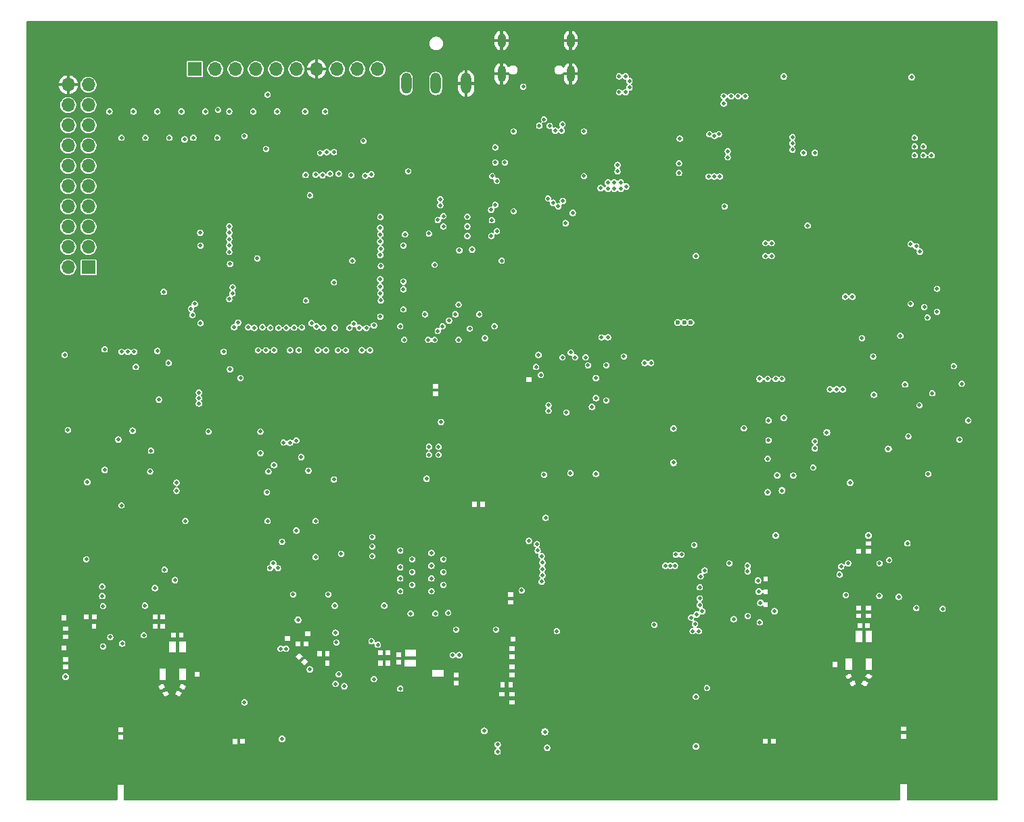
<source format=gbr>
%TF.GenerationSoftware,KiCad,Pcbnew,9.0.0*%
%TF.CreationDate,2025-02-25T23:04:32-05:00*%
%TF.ProjectId,VNA,564e412e-6b69-4636-9164-5f7063625858,rev?*%
%TF.SameCoordinates,PX535a28cPY8422900*%
%TF.FileFunction,Copper,L2,Inr*%
%TF.FilePolarity,Positive*%
%FSLAX46Y46*%
G04 Gerber Fmt 4.6, Leading zero omitted, Abs format (unit mm)*
G04 Created by KiCad (PCBNEW 9.0.0) date 2025-02-25 23:04:32*
%MOMM*%
%LPD*%
G01*
G04 APERTURE LIST*
%TA.AperFunction,ComponentPad*%
%ADD10R,1.700000X1.700000*%
%TD*%
%TA.AperFunction,ComponentPad*%
%ADD11O,1.700000X1.700000*%
%TD*%
%TA.AperFunction,ComponentPad*%
%ADD12O,1.000000X2.100000*%
%TD*%
%TA.AperFunction,ComponentPad*%
%ADD13O,1.000000X1.800000*%
%TD*%
%TA.AperFunction,ComponentPad*%
%ADD14O,1.308000X2.616000*%
%TD*%
%TA.AperFunction,ViaPad*%
%ADD15C,0.500000*%
%TD*%
%TA.AperFunction,ViaPad*%
%ADD16C,4.500000*%
%TD*%
%TA.AperFunction,ViaPad*%
%ADD17C,0.600000*%
%TD*%
G04 APERTURE END LIST*
D10*
X21298900Y89803600D03*
D11*
X23838900Y89803600D03*
X26378900Y89803600D03*
X28918900Y89803600D03*
X31458900Y89803600D03*
X33998900Y89803600D03*
X36538900Y89803600D03*
X39078900Y89803600D03*
X41618900Y89803600D03*
X44158900Y89803600D03*
D12*
X68318900Y89198600D03*
D13*
X68318900Y93378600D03*
D12*
X59678900Y89198600D03*
D13*
X59678900Y93378600D03*
D14*
X47750000Y88000000D03*
X55250000Y88000000D03*
X51450000Y88000000D03*
D10*
X7973900Y64978600D03*
D11*
X5433900Y64978600D03*
X7973900Y67518600D03*
X5433900Y67518600D03*
X7973900Y70058600D03*
X5433900Y70058600D03*
X7973900Y72598600D03*
X5433900Y72598600D03*
X7973900Y75138600D03*
X5433900Y75138600D03*
X7973900Y77678600D03*
X5433900Y77678600D03*
X7973900Y80218600D03*
X5433900Y80218600D03*
X7973900Y82758600D03*
X5433900Y82758600D03*
X7973900Y85298600D03*
X5433900Y85298600D03*
X7973900Y87838600D03*
X5433900Y87838600D03*
D15*
X121000000Y15000000D03*
D16*
X2500000Y28500000D03*
D15*
X121000000Y86000000D03*
X2000000Y12000000D03*
X95000000Y33000000D03*
X94550000Y30750000D03*
X56000000Y25000000D03*
X94000000Y61000000D03*
X58000000Y95000000D03*
X101000000Y0D03*
X53000000Y10000000D03*
X44750000Y45825000D03*
X68050000Y51450000D03*
X59000000Y0D03*
X99000000Y48000000D03*
X121000000Y6000000D03*
X94700000Y22050000D03*
X108000000Y39000000D03*
X21800000Y43400000D03*
X95000000Y42000000D03*
X37000000Y0D03*
X1000000Y34000000D03*
X63100000Y55200000D03*
X110900000Y8000000D03*
X98000000Y4750000D03*
X84000000Y95000000D03*
X25000000Y32000000D03*
X10000000Y95000000D03*
X1000000Y53000000D03*
X11000000Y95000000D03*
X8000000Y94000000D03*
X41000000Y44000000D03*
X26000000Y42000000D03*
X24000000Y-1000000D03*
X66900000Y7000000D03*
X38600000Y44800000D03*
X27000000Y95000000D03*
X109000000Y5700000D03*
X53000000Y53000000D03*
X64300000Y6100000D03*
X61600000Y28400000D03*
X25000000Y95000000D03*
X70000000Y20000000D03*
X99000000Y54000000D03*
X34100000Y19975000D03*
X17000000Y94000000D03*
X36000000Y48000000D03*
X75000000Y2000000D03*
X89000000Y95000000D03*
X24000000Y47000000D03*
X2000000Y84000000D03*
X74400000Y49300000D03*
X120000000Y34000000D03*
X16000000Y30000000D03*
X120000000Y15000000D03*
X1000000Y6000000D03*
X70000000Y61000000D03*
X78000000Y43000000D03*
X2000000Y73000000D03*
X47000000Y10000000D03*
X64000000Y59000000D03*
X2000000Y36000000D03*
X89200000Y24400000D03*
X75000000Y13000000D03*
X9050000Y5225000D03*
X2000000Y61000000D03*
X61000000Y47000000D03*
X77000000Y62000000D03*
D16*
X32500000Y13500000D03*
D15*
X57000000Y53000000D03*
X100975000Y64000000D03*
X120000000Y32000000D03*
X120000000Y72000000D03*
X30968900Y60193600D03*
X25000000Y38000000D03*
X26000000Y12000000D03*
X99000000Y53000000D03*
X1000000Y61000000D03*
X22000000Y4800000D03*
X100000000Y46000000D03*
X79000000Y62000000D03*
X26000000Y-1000000D03*
X79100000Y54900000D03*
X110700000Y12000000D03*
X74000000Y-1000000D03*
X42418900Y60233600D03*
X78000000Y41000000D03*
X54000000Y53000000D03*
X57000000Y9000000D03*
D16*
X97500000Y62500000D03*
D15*
X120000000Y88000000D03*
X7900000Y55600000D03*
X110800000Y4000000D03*
X9000000Y35500000D03*
X97000000Y60000000D03*
X43800000Y5800000D03*
X2000000Y63000000D03*
X105000000Y26900000D03*
X55925000Y39000000D03*
X55650000Y45525000D03*
X26300000Y6600000D03*
X2000000Y42000000D03*
X46700000Y37950000D03*
X64000000Y41000000D03*
X85000000Y48000000D03*
X78000000Y44000000D03*
X102000000Y-1000000D03*
X98000000Y24000000D03*
X121000000Y72000000D03*
X104700000Y57600000D03*
X72000000Y62000000D03*
X16700000Y51100000D03*
X75000000Y41000000D03*
X98000000Y-1000000D03*
X91000000Y0D03*
X114500000Y41000000D03*
X73000000Y15200000D03*
X80000000Y48000000D03*
X90600000Y13400000D03*
X43000000Y36000000D03*
X14000000Y59000000D03*
X12800000Y8700000D03*
X63000000Y94000000D03*
X62700000Y77800000D03*
X97300000Y7050000D03*
X119000000Y18000000D03*
X104000000Y95000000D03*
X120000000Y79000000D03*
X108200000Y20200000D03*
X16000000Y28000000D03*
X85400000Y6100000D03*
X61600000Y32000000D03*
X110800000Y11000000D03*
D16*
X95500000Y12500000D03*
D15*
X23000000Y52000000D03*
X8000000Y35500000D03*
X12100000Y13200000D03*
X40500000Y28800000D03*
X109200000Y4000000D03*
X51300000Y60300000D03*
X14200000Y47300000D03*
X86800000Y23200000D03*
X100000000Y1000000D03*
X26000000Y25000000D03*
X108125000Y41350000D03*
X20000000Y95000000D03*
X71000000Y0D03*
X28000000Y4700000D03*
D16*
X119500000Y93500000D03*
D15*
X67000000Y95000000D03*
X97000000Y2000000D03*
X46000000Y52000000D03*
X93000000Y4550000D03*
X2000000Y52000000D03*
X62000000Y95000000D03*
X37000000Y94000000D03*
X25000000Y22000000D03*
X85000000Y49000000D03*
X33000000Y0D03*
X47000000Y53000000D03*
X76000000Y8000000D03*
X120000000Y87000000D03*
X74000000Y62000000D03*
X107000000Y65000000D03*
X41700000Y76600000D03*
X64300000Y45300000D03*
X67225000Y4050000D03*
X75000000Y62000000D03*
X36000000Y95000000D03*
X42000000Y46000000D03*
X2000000Y81000000D03*
X110800000Y1000000D03*
X54700000Y6100000D03*
X2000000Y38000000D03*
X116000000Y1000000D03*
X69000000Y27000000D03*
X29246018Y52246018D03*
X1000000Y90000000D03*
X93000000Y2000000D03*
X7900000Y38925000D03*
X43600000Y80800000D03*
X63900000Y77800000D03*
X26900000Y80800000D03*
X102200000Y35900000D03*
X103900000Y57200000D03*
X24700000Y6400000D03*
X107975000Y43025000D03*
X2000000Y44000000D03*
X63000000Y0D03*
X67500000Y75400000D03*
X47100000Y19400000D03*
X96000000Y49000000D03*
X93000000Y62000000D03*
X36800000Y5800000D03*
X105000000Y33000000D03*
X2000000Y15000000D03*
X94100000Y49000000D03*
X116000000Y2000000D03*
X73000000Y34000000D03*
X1000000Y50000000D03*
X66300000Y76600000D03*
X61700000Y6200000D03*
X57700000Y2400000D03*
X22000000Y17000000D03*
X76000000Y59800000D03*
X33000000Y94000000D03*
X9000000Y7200000D03*
X46300000Y44100000D03*
X37800000Y5800000D03*
X27000000Y7500000D03*
X92000000Y51900000D03*
X89000000Y94000000D03*
X69000000Y41000000D03*
X39000000Y95000000D03*
X38700000Y36700000D03*
X96000000Y43000000D03*
X90000000Y46543600D03*
X91000000Y48000000D03*
X39000000Y48000000D03*
X29000000Y8000000D03*
X44000000Y42000000D03*
X1000000Y18000000D03*
X95000000Y10000000D03*
X20200000Y44400000D03*
X105000000Y41000000D03*
X50000000Y94000000D03*
X64000000Y1000000D03*
X97000000Y42000000D03*
X59000000Y21000000D03*
X33000000Y53000000D03*
X97000000Y21000000D03*
X120000000Y76000000D03*
X108225000Y31050000D03*
X24000000Y49000000D03*
X57000000Y25000000D03*
X22500000Y12900000D03*
X66000000Y2200000D03*
X118000000Y24000000D03*
X47000000Y32000000D03*
X85000000Y0D03*
X44000000Y8000000D03*
X47850000Y48100000D03*
X55000000Y54000000D03*
X98000000Y13000000D03*
X71100000Y44000000D03*
X103000000Y33000000D03*
X44000000Y51000000D03*
X35800000Y4200000D03*
X61000000Y94000000D03*
X56000000Y95000000D03*
X58000000Y1000000D03*
X72100000Y4200000D03*
X47000000Y94000000D03*
X120000000Y39000000D03*
X54000000Y15500000D03*
X10500000Y9300000D03*
X42700000Y49600000D03*
X103000000Y0D03*
X85700000Y80600000D03*
X41000000Y43000000D03*
X121000000Y30000000D03*
X78000000Y12000000D03*
X41000000Y41000000D03*
X96000000Y34000000D03*
X73100000Y29800000D03*
X110000000Y38000000D03*
X46625000Y40325000D03*
X2000000Y6000000D03*
X24000000Y4800000D03*
X28200000Y34200000D03*
X57000000Y16000000D03*
X56000000Y8000000D03*
X90500000Y5350000D03*
X22000000Y1000000D03*
X62000000Y60000000D03*
X84000000Y-1000000D03*
X65000000Y95000000D03*
X60000000Y31000000D03*
X89600000Y12300000D03*
X28000000Y1000000D03*
X121000000Y71000000D03*
X17900000Y9900000D03*
X81100000Y4200000D03*
X94000000Y-1000000D03*
X63000000Y58000000D03*
X89000000Y0D03*
X3000000Y4000000D03*
X27618900Y69843600D03*
X43000000Y51500000D03*
X42100000Y36000000D03*
X98000000Y31000000D03*
X108800000Y78500000D03*
X2000000Y43000000D03*
X48150000Y39575000D03*
X116500000Y41200000D03*
X6200000Y7800000D03*
X59000000Y16000000D03*
X99000000Y0D03*
X13000000Y11400000D03*
X92250000Y25100000D03*
X93000000Y11000000D03*
X37700000Y20800000D03*
X56000000Y9000000D03*
X85700000Y79800000D03*
X5000000Y30000000D03*
X107050000Y31075000D03*
X40000000Y94000000D03*
X12800000Y10600000D03*
X44000000Y41000000D03*
X102500000Y21000000D03*
X121000000Y59000000D03*
X19000000Y94000000D03*
X120000000Y7000000D03*
X92000000Y11000000D03*
X47000000Y2000000D03*
X11600000Y12400000D03*
X59000000Y54000000D03*
X76000000Y41000000D03*
X52988900Y15833600D03*
X32500000Y20800000D03*
X51800000Y5800000D03*
X36000000Y47000000D03*
X60000000Y54000000D03*
X48000000Y31800000D03*
X42000000Y43000000D03*
X43900000Y34000000D03*
X53425000Y35950000D03*
X69000000Y14000000D03*
X103000000Y31400000D03*
X61000000Y58000000D03*
X76000000Y10000000D03*
X60100000Y36000000D03*
X107900000Y80200000D03*
X48000000Y94000000D03*
X106000000Y38000000D03*
X69000000Y23000000D03*
X75000000Y14000000D03*
X82148900Y22043600D03*
X73000000Y14000000D03*
X15000000Y37000000D03*
X105688900Y69433600D03*
X106700000Y14250000D03*
X12500000Y20600000D03*
X100650000Y31100000D03*
X56000000Y17000000D03*
X92000000Y33000000D03*
X96000000Y33000000D03*
X85000000Y33000000D03*
X24000000Y46000000D03*
X83000000Y13000000D03*
X62218900Y70503600D03*
X65500000Y34500000D03*
X89000000Y34000000D03*
X120000000Y57000000D03*
X14000000Y5800000D03*
X44800000Y34900000D03*
X97600000Y77500000D03*
X98000000Y29000000D03*
X93000000Y0D03*
X38000000Y1000000D03*
X78000000Y11000000D03*
X52000000Y12000000D03*
X70000000Y26000000D03*
X14000000Y95000000D03*
X86000000Y49000000D03*
X36000000Y8000000D03*
X71000000Y13000000D03*
X39000000Y0D03*
X117000000Y-1000000D03*
X95000000Y43000000D03*
X65138900Y70503600D03*
X34700000Y40200000D03*
X103000000Y95000000D03*
X98200000Y82400000D03*
X61000000Y53000000D03*
X74000000Y9000000D03*
X26000000Y17000000D03*
X112000000Y48700000D03*
X39000000Y9000000D03*
X69000000Y26000000D03*
X121000000Y25000000D03*
X120000000Y36000000D03*
X59000000Y15000000D03*
X102900000Y38750000D03*
X32200000Y31600000D03*
X76100000Y4200000D03*
X83000000Y34000000D03*
X120000000Y29000000D03*
X106000000Y64000000D03*
X21800000Y44400000D03*
X121000000Y49000000D03*
X66000000Y-1000000D03*
X59000000Y23000000D03*
X55000000Y11000000D03*
X80000000Y95000000D03*
X98000000Y6400000D03*
X83000000Y14000000D03*
X49350000Y38225000D03*
X6000000Y58000000D03*
X98000000Y11000000D03*
X28000000Y95000000D03*
X73000000Y61000000D03*
X28000000Y26300000D03*
X94800000Y72800000D03*
X52400000Y68900000D03*
X42000000Y37000000D03*
X43000000Y34000000D03*
X41000000Y95000000D03*
X48525000Y38775000D03*
X111000000Y28000000D03*
X110000000Y65000000D03*
X65100000Y77800000D03*
X58000000Y11000000D03*
X52000000Y1000000D03*
X55825000Y36425000D03*
X11000000Y7000000D03*
X1000000Y3000000D03*
X27000000Y2000000D03*
X105000000Y34000000D03*
X81000000Y11000000D03*
X33800000Y4200000D03*
X98000000Y55000000D03*
X90000000Y45643600D03*
X56200000Y2900000D03*
X70000000Y94000000D03*
X110000000Y89000000D03*
D16*
X119500000Y21500000D03*
D15*
X27000000Y14000000D03*
X62000000Y58000000D03*
X41000000Y42000000D03*
X5000000Y3000000D03*
X34000000Y11000000D03*
X71000000Y80300000D03*
X112500000Y23600000D03*
X102000000Y14200000D03*
X98000000Y14000000D03*
X120000000Y68000000D03*
X73800000Y69200000D03*
X26000000Y31000000D03*
X99000000Y49000000D03*
X104000000Y33000000D03*
X27000000Y16000000D03*
X61000000Y45000000D03*
X65000000Y2000000D03*
X61000000Y0D03*
X74000000Y41000000D03*
X2000000Y7000000D03*
X41000000Y45000000D03*
X82000000Y48000000D03*
X89200000Y25600000D03*
X93028900Y44763600D03*
X20000000Y4800000D03*
X121000000Y54000000D03*
X97000000Y34000000D03*
X111200000Y37800000D03*
X60000000Y95000000D03*
X88000000Y13000000D03*
X2000000Y8000000D03*
X82000000Y1000000D03*
X36000000Y1000000D03*
X54600000Y4000000D03*
X75000000Y33000000D03*
X68300000Y38000000D03*
X109000000Y33000000D03*
X108500000Y11000000D03*
X16000000Y35000000D03*
X102025000Y64975000D03*
X70000000Y23000000D03*
X50000000Y53000000D03*
X2000000Y22000000D03*
X73000000Y42000000D03*
X81000000Y14000000D03*
X84700000Y74000000D03*
X82000000Y87300000D03*
X121000000Y85000000D03*
X53500000Y34000000D03*
X121000000Y13000000D03*
X121000000Y75000000D03*
X92450000Y19000000D03*
X1000000Y88000000D03*
X53000000Y9000000D03*
X25000000Y39000000D03*
X97000000Y22000000D03*
X48000000Y-1000000D03*
X99000000Y57000000D03*
X94250000Y47900000D03*
X90600000Y15600000D03*
X1000000Y36000000D03*
X62700000Y76600000D03*
X104000000Y64000000D03*
X12000000Y59000000D03*
X29000000Y22800000D03*
X29000000Y23800000D03*
X58000000Y53000000D03*
X16000000Y31000000D03*
X2000000Y19000000D03*
X26000000Y39000000D03*
X53800000Y5900000D03*
X81000000Y94000000D03*
X53000000Y11500000D03*
X8000000Y48000000D03*
X2000000Y90000000D03*
X97000000Y0D03*
X11200000Y8000000D03*
X41668900Y62323600D03*
X25000000Y17000000D03*
X90000000Y15000000D03*
X95900000Y60300000D03*
X94000000Y19000000D03*
X45300000Y36500000D03*
X92100000Y14900000D03*
X99000000Y58000000D03*
X56050000Y40750000D03*
X44000000Y94000000D03*
X93000000Y12000000D03*
X1000000Y65000000D03*
X22000000Y54000000D03*
X103650000Y37125000D03*
X25000000Y44000000D03*
X121000000Y42000000D03*
X108000000Y15500000D03*
X95000000Y4750000D03*
X117000000Y3000000D03*
X43000000Y9000000D03*
X35800000Y5800000D03*
X102900000Y8250000D03*
X65000000Y60000000D03*
X98000000Y16000000D03*
X56000000Y-1000000D03*
X105000000Y36000000D03*
X96000000Y48000000D03*
X96000000Y1000000D03*
X97000000Y15000000D03*
X46000000Y53000000D03*
X56675000Y37100000D03*
X18000000Y95000000D03*
X8400000Y53000000D03*
X82000000Y11000000D03*
X121000000Y60000000D03*
X83000000Y0D03*
X31000000Y2000000D03*
X94000000Y4550000D03*
X51000000Y95000000D03*
X83000000Y49000000D03*
X120000000Y56000000D03*
X64000000Y61000000D03*
X83000000Y94000000D03*
X79000000Y13000000D03*
X55675000Y47575000D03*
X14200000Y51700000D03*
X44800000Y5800000D03*
X80000000Y59800000D03*
X54275000Y41250000D03*
X108500000Y45200000D03*
X94525000Y37825000D03*
X51000000Y32000000D03*
X2000000Y40000000D03*
X1000000Y8000000D03*
X82000000Y88600000D03*
X77000000Y33000000D03*
X46400000Y35800000D03*
X41000000Y0D03*
X53675000Y45500000D03*
X89000000Y15000000D03*
X14100000Y12800000D03*
X79500000Y5800000D03*
X78000000Y94000000D03*
X45925000Y38675000D03*
X60700000Y27500000D03*
X16400000Y4200000D03*
X1000000Y80000000D03*
X1000000Y89000000D03*
X41100000Y49500000D03*
X1000000Y17000000D03*
X59625000Y3675000D03*
X86000000Y17300000D03*
X34000000Y5900000D03*
X70000000Y13000000D03*
X26000000Y37000000D03*
X67500000Y77800000D03*
X63000000Y2000000D03*
X121000000Y5000000D03*
X67800000Y2700000D03*
X68700000Y3200000D03*
X55325000Y38125000D03*
X113600000Y52500000D03*
X63100000Y45300000D03*
X88000000Y95000000D03*
X61250000Y20600000D03*
X21000000Y2000000D03*
X69000000Y61000000D03*
X73100000Y4200000D03*
X1000000Y49000000D03*
X82000000Y95000000D03*
X1000000Y54000000D03*
X96000000Y32000000D03*
X112000000Y28000000D03*
X73000000Y0D03*
X24000000Y1000000D03*
X44000000Y10000000D03*
X2000000Y45000000D03*
X89018900Y42083600D03*
X82000000Y62000000D03*
X49700000Y35500000D03*
X120000000Y4000000D03*
X57875000Y6150000D03*
X89978900Y43243600D03*
X95000000Y15000000D03*
X1000000Y87000000D03*
X64950000Y22900000D03*
X2000000Y80000000D03*
X19900000Y66600000D03*
X11448900Y61313600D03*
X51000000Y31000000D03*
X86000000Y33000000D03*
X41300000Y15100000D03*
X86000000Y-1000000D03*
X34800000Y4200000D03*
X50800000Y4200000D03*
X74000000Y10000000D03*
X26000000Y41000000D03*
X86000000Y4500000D03*
X121000000Y82000000D03*
X42000000Y50400000D03*
X1000000Y16000000D03*
X1000000Y4000000D03*
X74000000Y33000000D03*
X86000000Y1000000D03*
X37000000Y48000000D03*
X61000000Y54000000D03*
X72000000Y61000000D03*
X57000000Y0D03*
X30000000Y14000000D03*
X63000000Y60000000D03*
X12500000Y21500000D03*
X30000000Y8000000D03*
X12800000Y4000000D03*
X1000000Y12000000D03*
X114400000Y56900000D03*
X98000000Y25000000D03*
X110800000Y3000000D03*
X105000000Y45000000D03*
X94000000Y18000000D03*
X119000000Y4000000D03*
X58000000Y94000000D03*
X41038900Y60603600D03*
X121000000Y18000000D03*
X116000000Y0D03*
X61000000Y95000000D03*
X109500000Y14400000D03*
X85700000Y79000000D03*
X121000000Y26000000D03*
X9000000Y94000000D03*
X54000000Y9000000D03*
X57000000Y2000000D03*
X52600000Y22700000D03*
X81000000Y12000000D03*
X67600000Y32700000D03*
X1000000Y64000000D03*
X65000000Y94000000D03*
X72500000Y5800000D03*
X82100000Y4200000D03*
X44500000Y49900000D03*
X41000000Y47000000D03*
X52900000Y5800000D03*
X97500000Y36325000D03*
X48700000Y42500000D03*
X11200000Y4000000D03*
X55500000Y34000000D03*
X79100000Y4200000D03*
X80000000Y9000000D03*
X54000000Y10000000D03*
X55900000Y5000000D03*
X104100000Y9950000D03*
X32000000Y94000000D03*
X20200000Y43400000D03*
D16*
X107500000Y35500000D03*
D15*
X115700000Y41200000D03*
X1000000Y78000000D03*
X74000000Y34000000D03*
X89000000Y8000000D03*
X71100000Y4200000D03*
X103000000Y94000000D03*
X79000000Y44000000D03*
X120000000Y16000000D03*
X121000000Y87000000D03*
X112000000Y89000000D03*
X78000000Y47000000D03*
X62000000Y59000000D03*
X49300000Y32800000D03*
X40000000Y-1000000D03*
X94000000Y15000000D03*
X63900000Y76600000D03*
X89000000Y49000000D03*
X2000000Y51000000D03*
X121000000Y35000000D03*
D16*
X78000000Y500000D03*
D15*
X120000000Y47000000D03*
X80450000Y44900000D03*
X57600000Y36700000D03*
X36800000Y4200000D03*
X21000000Y56000000D03*
X94000000Y21000000D03*
X75000000Y9000000D03*
X65200000Y5900000D03*
X104148900Y51623600D03*
X121000000Y44000000D03*
X69000000Y0D03*
X84800000Y78200000D03*
X107500000Y13950000D03*
X20000000Y54000000D03*
X112000000Y64000000D03*
X62058900Y73003600D03*
X12800000Y2000000D03*
X21000000Y21000000D03*
X69500000Y5900000D03*
X98500000Y77000000D03*
X54975000Y46225000D03*
X104000000Y-1000000D03*
X98000000Y18000000D03*
X78000000Y45000000D03*
X120000000Y44000000D03*
X56000000Y53000000D03*
X121000000Y74000000D03*
X18000000Y49300000D03*
X121000000Y8000000D03*
X60100000Y34600000D03*
X82200000Y37400000D03*
X10500000Y10700000D03*
X112000000Y30000000D03*
X2000000Y88000000D03*
X28000000Y50000000D03*
X70000000Y-1000000D03*
X103898900Y46803600D03*
X8400000Y7800000D03*
X120000000Y83000000D03*
X98000000Y30000000D03*
X73000000Y12000000D03*
X47350000Y46125000D03*
X101000000Y2000000D03*
X107900000Y79400000D03*
X32000000Y95000000D03*
X1000000Y85000000D03*
X60000000Y2200000D03*
X6600000Y22600000D03*
X78000000Y62000000D03*
X100000000Y33000000D03*
X39900000Y84600000D03*
X95000000Y49000000D03*
X40000000Y9000000D03*
X65000000Y62000000D03*
X90000000Y33000000D03*
X51200000Y46800000D03*
X87000000Y15000000D03*
X25000000Y94000000D03*
X34000000Y10000000D03*
X23000000Y51000000D03*
X38900000Y24000000D03*
X9825000Y4800000D03*
X57000000Y21000000D03*
X109700000Y57600000D03*
X85000000Y61000000D03*
X26000000Y18000000D03*
X104100000Y25100000D03*
X23000000Y31000000D03*
X6600000Y25000000D03*
X42200000Y16000000D03*
X100900000Y8300000D03*
X120000000Y81000000D03*
X66300000Y75400000D03*
X2000000Y9000000D03*
X88000000Y33000000D03*
X1000000Y15000000D03*
X1000000Y62000000D03*
X9000000Y59000000D03*
X100900000Y5950000D03*
X2000000Y16000000D03*
X99000000Y45500000D03*
X2000000Y48000000D03*
X52600000Y20100000D03*
X45000000Y53000000D03*
X64000000Y95000000D03*
X53675000Y38525000D03*
X98000000Y20000000D03*
X120000000Y46000000D03*
X79000000Y34000000D03*
X1000000Y19000000D03*
X79000000Y9000000D03*
X30000000Y8900000D03*
X10000000Y28000000D03*
X37000000Y2000000D03*
X44225000Y44700000D03*
X120000000Y45000000D03*
X97000000Y41000000D03*
X1000000Y75000000D03*
X15000000Y59000000D03*
X120000000Y55000000D03*
X63350000Y22900000D03*
X75100000Y4200000D03*
X26000000Y26000000D03*
D16*
X26500000Y48000000D03*
D15*
X120000000Y30000000D03*
X66850000Y50250000D03*
X99000000Y60000000D03*
X105000000Y35000000D03*
X116000000Y33000000D03*
X89848900Y17543600D03*
X26000000Y43000000D03*
X18300000Y9000000D03*
X86000000Y48000000D03*
X53000000Y2000000D03*
X108000000Y65000000D03*
X99000000Y4950000D03*
X23000000Y95000000D03*
X78000000Y14000000D03*
X98000000Y12000000D03*
X99000000Y55000000D03*
X117000000Y95000000D03*
X121000000Y16000000D03*
X42000000Y48700000D03*
X121000000Y52000000D03*
X102000000Y1000000D03*
X70000000Y16000000D03*
X116000000Y35000000D03*
X76500000Y5800000D03*
X105000000Y47000000D03*
X101000000Y94000000D03*
X69000000Y17000000D03*
X84000000Y48000000D03*
X73000000Y41000000D03*
X68050000Y50250000D03*
X41000000Y39000000D03*
X85700000Y78200000D03*
X75000000Y59800000D03*
X104000000Y45000000D03*
X1000000Y41000000D03*
X74000000Y1000000D03*
X20000000Y1000000D03*
X81000000Y8000000D03*
X45000000Y95000000D03*
X33800000Y35500000D03*
X41000000Y2000000D03*
X121000000Y4000000D03*
X44800000Y23900000D03*
X45725000Y41000000D03*
X27288900Y72353600D03*
X21500000Y20000000D03*
X6600000Y9600000D03*
X35200000Y24500000D03*
X99800000Y23200000D03*
X73000000Y2000000D03*
X56000000Y10000000D03*
X19000000Y47000000D03*
X3600000Y22100000D03*
X95000000Y2000000D03*
X6000000Y2000000D03*
X11000000Y58000000D03*
X74400000Y51700000D03*
X94000000Y7900000D03*
X2000000Y17000000D03*
X102000000Y95000000D03*
X89000000Y2000000D03*
X89000000Y48000000D03*
X69250000Y50250000D03*
X50000000Y32000000D03*
X83900000Y79800000D03*
X106000000Y39600000D03*
X107400000Y55400000D03*
X121000000Y90000000D03*
X10000000Y58000000D03*
X96000000Y16000000D03*
X37000000Y95000000D03*
X67000000Y61000000D03*
X121000000Y39000000D03*
X39000000Y10000000D03*
X90200000Y37400000D03*
X109000000Y7500000D03*
X65000000Y7600000D03*
X8300000Y5700000D03*
X28000000Y-1000000D03*
X19000000Y4800000D03*
X99000000Y56000000D03*
X38000000Y10000000D03*
X49875000Y48325000D03*
X49000000Y53000000D03*
X100000000Y14200000D03*
X120000000Y33000000D03*
X1000000Y69000000D03*
X107100000Y15900000D03*
X55000000Y8000000D03*
X83000000Y33000000D03*
X39000000Y47000000D03*
X68000000Y41000000D03*
X1000000Y73000000D03*
X88200000Y38300000D03*
X1000000Y67000000D03*
X116000000Y30000000D03*
X18000000Y50100000D03*
X44000000Y40000000D03*
X13500000Y4200000D03*
X70200000Y57100000D03*
X83100000Y4200000D03*
X85000000Y34000000D03*
X121000000Y69000000D03*
X100000000Y65000000D03*
X90000000Y62000000D03*
X105000000Y44000000D03*
X117000000Y37800000D03*
X107900000Y81800000D03*
X98000000Y33000000D03*
X83000000Y62000000D03*
X121000000Y29000000D03*
X97000000Y33000000D03*
X36200000Y26300000D03*
X50000000Y95000000D03*
X44500000Y37500000D03*
X59000000Y22000000D03*
X2000000Y11000000D03*
X6000000Y1000000D03*
X117000000Y20000000D03*
X121000000Y70000000D03*
X110600000Y20200000D03*
X61000000Y7000000D03*
X47000000Y33400000D03*
X6000000Y95000000D03*
X40400000Y16000000D03*
X30000000Y1000000D03*
X106000000Y46000000D03*
X1000000Y32000000D03*
X90000000Y49000000D03*
X46000000Y9000000D03*
X100000000Y48000000D03*
X121000000Y32000000D03*
X54700000Y48025000D03*
X2000000Y46000000D03*
X106000000Y33000000D03*
X49000000Y31000000D03*
X11200000Y1000000D03*
X19000000Y56000000D03*
X52400000Y30300000D03*
X41000000Y9000000D03*
X107400000Y18000000D03*
X95900000Y55500000D03*
X80000000Y94000000D03*
X120000000Y13000000D03*
X89500000Y14500000D03*
X6600000Y16300000D03*
X23000000Y94000000D03*
X38000000Y47000000D03*
X108500000Y10000000D03*
X5000000Y2000000D03*
X91000000Y34000000D03*
X108000000Y17000000D03*
X1000000Y10000000D03*
X74400000Y44900000D03*
X121000000Y34000000D03*
X66000000Y61000000D03*
X26000000Y40000000D03*
X99000000Y34000000D03*
X99000000Y47000000D03*
X102750000Y42575000D03*
X121000000Y53000000D03*
X42000000Y39000000D03*
X60000000Y47000000D03*
X24000000Y51000000D03*
X88200000Y37400000D03*
X88500000Y13500000D03*
X36000000Y-1000000D03*
X2000000Y10000000D03*
X41000000Y46000000D03*
X37000000Y10000000D03*
X83700000Y5800000D03*
X94800000Y71500000D03*
X100000000Y16300000D03*
X110000000Y64000000D03*
X25000000Y42000000D03*
X89000000Y33000000D03*
X71000000Y94000000D03*
X1000000Y83000000D03*
X104000000Y46000000D03*
X83900000Y77400000D03*
X69000000Y15000000D03*
X98000000Y21000000D03*
X110000000Y35000000D03*
X35000000Y0D03*
X48100000Y30800000D03*
X57000000Y54000000D03*
X121000000Y51000000D03*
X38000000Y80800000D03*
X77000000Y34000000D03*
X102300000Y7450000D03*
X95000000Y55000000D03*
X88100000Y8000000D03*
X80000000Y10000000D03*
X105000000Y37000000D03*
X94000000Y89000000D03*
X96300000Y36325000D03*
X23000000Y54000000D03*
X121000000Y12000000D03*
X26000000Y33000000D03*
X88000000Y94000000D03*
X36000000Y9000000D03*
X87000000Y94000000D03*
X12000000Y94000000D03*
X81000000Y61000000D03*
X84000000Y62000000D03*
X95125000Y27375000D03*
X33000000Y2000000D03*
X66200000Y57000000D03*
X1000000Y38000000D03*
X120000000Y60000000D03*
X44100000Y38700000D03*
X104100000Y26000000D03*
X11600000Y21500000D03*
X54325000Y40300000D03*
X26000000Y94000000D03*
X97000000Y49000000D03*
X95300000Y29350000D03*
X55000000Y0D03*
X121000000Y36000000D03*
X47500000Y35500000D03*
X16000000Y13100000D03*
X55000000Y95000000D03*
X88000000Y-1000000D03*
X2000000Y47000000D03*
X2000000Y39000000D03*
X12800000Y9700000D03*
X54150000Y39325000D03*
X83000000Y5800000D03*
X105100000Y11650000D03*
X28000000Y94000000D03*
X102800000Y12300000D03*
X65700000Y44000000D03*
X62000000Y1000000D03*
X120000000Y31000000D03*
X95000000Y48000000D03*
X31000000Y0D03*
X95025000Y32000000D03*
X56000000Y26000000D03*
X113600000Y41500000D03*
X109200000Y5000000D03*
X19000000Y23000000D03*
X101000000Y14200000D03*
X60300000Y6200000D03*
X53800000Y4200000D03*
X69000000Y95000000D03*
X38800000Y5800000D03*
X30000000Y94000000D03*
X20300000Y8500000D03*
X72000000Y42000000D03*
X91100000Y13900000D03*
X77000000Y12000000D03*
X74000000Y95000000D03*
X11600000Y20600000D03*
X60050000Y20600000D03*
X21000000Y55000000D03*
X34000000Y95000000D03*
X101000000Y47000000D03*
X53000000Y0D03*
X36250000Y13975000D03*
X107400000Y19000000D03*
X95700000Y7050000D03*
X61000000Y57000000D03*
X7000000Y47000000D03*
X99400000Y76500000D03*
X60000000Y57000000D03*
X27000000Y84900000D03*
X33000000Y95000000D03*
X40400000Y16900000D03*
X78000000Y8000000D03*
X21000000Y53000000D03*
X121000000Y68000000D03*
X20000000Y21500000D03*
X91000000Y33000000D03*
X47500000Y11000000D03*
X121000000Y61000000D03*
X56000000Y11000000D03*
X105900000Y25100000D03*
X69900000Y44000000D03*
X79000000Y33000000D03*
X1000000Y48000000D03*
X78000000Y42000000D03*
X1000000Y11000000D03*
X121000000Y48000000D03*
X34800000Y5800000D03*
X112400000Y52500000D03*
X102900000Y54300000D03*
X19000000Y24000000D03*
X104000000Y94000000D03*
X60700000Y28400000D03*
X2000000Y69000000D03*
X90000000Y1000000D03*
X120000000Y11000000D03*
X2000000Y87000000D03*
X121000000Y46000000D03*
X69000000Y25000000D03*
X52000000Y54000000D03*
X1000000Y66000000D03*
X14500000Y4200000D03*
X32800000Y4200000D03*
X100300000Y7600000D03*
X94000000Y17000000D03*
X15000000Y13100000D03*
X103175000Y63975000D03*
X32600000Y6600000D03*
X25000000Y50000000D03*
X83900000Y79000000D03*
X77000000Y14000000D03*
X23000000Y53000000D03*
X1000000Y20000000D03*
X54225000Y44725000D03*
X118000000Y19000000D03*
X121000000Y17000000D03*
X2000000Y25000000D03*
X42000000Y94000000D03*
X74000000Y42000000D03*
X68000000Y95000000D03*
X24050000Y7050000D03*
X106000000Y42000000D03*
X40500000Y86400000D03*
X64000000Y94000000D03*
X25000000Y34000000D03*
X116000000Y26000000D03*
X99000000Y33000000D03*
X81000000Y49000000D03*
X88000000Y1000000D03*
X113000000Y64000000D03*
X57000000Y23000000D03*
X42000000Y9000000D03*
X57100000Y5800000D03*
X91600000Y14400000D03*
X120000000Y51000000D03*
X16000000Y94000000D03*
X97000000Y29000000D03*
X2000000Y74000000D03*
X29000000Y94000000D03*
X69000000Y13000000D03*
X7000000Y59000000D03*
X42000000Y44000000D03*
X6600000Y20000000D03*
X54000000Y95000000D03*
X64300000Y33600000D03*
X57500000Y34000000D03*
X70000000Y29000000D03*
X1000000Y91000000D03*
X102000000Y94000000D03*
X73000000Y10000000D03*
X70300000Y4100000D03*
X76000000Y9000000D03*
X73000000Y94000000D03*
X16100000Y12100000D03*
X19000000Y7300000D03*
X73500000Y5800000D03*
X57000000Y22000000D03*
X98000000Y58900000D03*
X83900000Y78200000D03*
X45675000Y43050000D03*
X2000000Y70000000D03*
X49000000Y54000000D03*
X91100000Y4850000D03*
X10000000Y34000000D03*
X68000000Y62000000D03*
X73100000Y29000000D03*
X39000000Y49000000D03*
X86000000Y61000000D03*
X49000000Y32000000D03*
X43000000Y8000000D03*
X80000000Y62000000D03*
X120000000Y35000000D03*
X20000000Y57000000D03*
X68600000Y6100000D03*
X48000000Y1000000D03*
X46475000Y41475000D03*
X29025000Y4675000D03*
X44700000Y73700000D03*
D16*
X2500000Y57500000D03*
D15*
X28000000Y38100000D03*
X59000000Y95000000D03*
X13000000Y94000000D03*
X66150000Y3725000D03*
X40500000Y30000000D03*
X88000000Y48000000D03*
X72000000Y41000000D03*
X2000000Y35000000D03*
X76000000Y13000000D03*
X57000000Y11000000D03*
X88200000Y29650000D03*
X121000000Y76000000D03*
X102000000Y34000000D03*
X70000000Y42000000D03*
X29500000Y43300000D03*
X7800000Y40500000D03*
X42000000Y10000000D03*
X108848900Y69303600D03*
X1000000Y76000000D03*
X79000000Y42000000D03*
X97000000Y30000000D03*
X25000000Y18000000D03*
X120000000Y49000000D03*
X120000000Y27000000D03*
X41000000Y83000000D03*
X104000000Y1000000D03*
X98000000Y19000000D03*
X31800000Y4200000D03*
X87000000Y14000000D03*
X41000000Y40000000D03*
X57650000Y45500000D03*
X58000000Y54000000D03*
X56700000Y4500000D03*
X25000000Y4800000D03*
X109200000Y3000000D03*
X104248900Y70793600D03*
X102000000Y20000000D03*
X25000000Y20000000D03*
X38000000Y49000000D03*
X86600000Y38300000D03*
X81825000Y41000000D03*
X56000000Y21000000D03*
X37000000Y49000000D03*
X46475000Y42625000D03*
X107700000Y61300000D03*
X100950000Y65000000D03*
X74000000Y8000000D03*
X43600000Y48800000D03*
X98000000Y56000000D03*
X51000000Y2000000D03*
X97000000Y28000000D03*
X29000000Y95000000D03*
X48000000Y53000000D03*
X114500000Y42000000D03*
X25000000Y16000000D03*
X40400000Y15100000D03*
X36800000Y8000000D03*
X79000000Y61000000D03*
X91000000Y51900000D03*
X92000000Y62000000D03*
X116000000Y28000000D03*
X121000000Y7000000D03*
X100000000Y-1000000D03*
X93000000Y61000000D03*
X76000000Y34000000D03*
X50600000Y65600000D03*
X33300000Y20800000D03*
X75500000Y16500000D03*
X13400000Y20600000D03*
X16000000Y32000000D03*
X49000000Y2000000D03*
X46700000Y45100000D03*
X76000000Y42000000D03*
X100000000Y34000000D03*
X71000000Y42000000D03*
X27400000Y39400000D03*
X62000000Y-1000000D03*
X82000000Y82500000D03*
X51000000Y12500000D03*
X69500000Y3700000D03*
X22000000Y27000000D03*
X82700000Y19700000D03*
X2000000Y66000000D03*
X100500000Y38850000D03*
X120000000Y38000000D03*
X25000000Y15000000D03*
X59700000Y67200000D03*
X81900000Y6900000D03*
X26000000Y38000000D03*
X16000000Y33000000D03*
X16000000Y34000000D03*
X82000000Y83600000D03*
X112700000Y42000000D03*
X60000000Y55000000D03*
X59000000Y53000000D03*
X96000000Y4750000D03*
X95000000Y0D03*
X109100000Y11650000D03*
X50000000Y-1000000D03*
X54000000Y1000000D03*
X108700000Y15100000D03*
X41800000Y4200000D03*
X39800000Y4200000D03*
X93000000Y51900000D03*
X104000000Y65000000D03*
X92000000Y12000000D03*
X12000000Y58000000D03*
X2000000Y67000000D03*
X120000000Y12000000D03*
X92000000Y4650000D03*
X2000000Y65000000D03*
X55000000Y2000000D03*
X67000000Y62000000D03*
X101600000Y6650000D03*
X106000000Y65000000D03*
X70000000Y22000000D03*
X64000000Y7800000D03*
D16*
X2500000Y93500000D03*
D15*
X66118900Y71153600D03*
X80000000Y46000000D03*
X55400000Y3500000D03*
X69250000Y49050000D03*
X45000000Y51000000D03*
X120000000Y53000000D03*
X68000000Y42000000D03*
X93000000Y14000000D03*
X26000000Y4600000D03*
X79000000Y14000000D03*
X15000000Y95000000D03*
X41000000Y38000000D03*
X45800000Y5800000D03*
X60000000Y-1000000D03*
X33000000Y11000000D03*
X50600000Y66800000D03*
X77000000Y8000000D03*
X120000000Y9000000D03*
X19500000Y6400000D03*
X20700000Y7600000D03*
X71000000Y14000000D03*
X27000000Y65000000D03*
X57000000Y26000000D03*
X9750000Y6525000D03*
X2000000Y49000000D03*
X87000000Y48000000D03*
X110800000Y10000000D03*
X32200000Y76700000D03*
X1000000Y52000000D03*
X110000000Y28000000D03*
X34000000Y94000000D03*
X17400000Y60700000D03*
X37000000Y47000000D03*
X90100000Y12900000D03*
X82500000Y7500000D03*
X44418900Y64283600D03*
X112000000Y31000000D03*
X77000000Y94000000D03*
X72000000Y1000000D03*
X66000000Y60000000D03*
X92420950Y23647957D03*
X12800000Y1000000D03*
X107200000Y78500000D03*
X75000000Y10000000D03*
X67125000Y5100000D03*
X35000000Y10000000D03*
X102000000Y53800000D03*
X30000000Y15000000D03*
X26000000Y14000000D03*
X76000000Y61000000D03*
X97000000Y43000000D03*
X116000000Y29000000D03*
X108000000Y38000000D03*
X20000000Y94000000D03*
X81000000Y9000000D03*
X36000000Y10000000D03*
X96000000Y10000000D03*
X100000000Y5350000D03*
X29500000Y42500000D03*
X1000000Y43000000D03*
X22450000Y7050000D03*
X82800000Y16100000D03*
X83900000Y6600000D03*
X10000000Y94000000D03*
X86200000Y6600000D03*
X120000000Y73000000D03*
X41000000Y48000000D03*
X108850000Y40725000D03*
X1000000Y55000000D03*
X86000000Y94000000D03*
X47100000Y21600000D03*
X75000000Y61000000D03*
X20000000Y55000000D03*
X32600000Y35500000D03*
X47000000Y52000000D03*
X78000000Y46000000D03*
X98900000Y6600000D03*
X11000000Y94000000D03*
X11600000Y37000000D03*
X107850000Y54625000D03*
X85700000Y77400000D03*
X101700000Y21400000D03*
X87000000Y2000000D03*
X13400000Y21500000D03*
X40800000Y4200000D03*
X48000000Y8000000D03*
X107000000Y50000000D03*
X120000000Y75000000D03*
X66850000Y49050000D03*
X46800000Y5800000D03*
X70000000Y25000000D03*
X86000000Y34000000D03*
X28000000Y14000000D03*
X77000000Y10000000D03*
X84000000Y34000000D03*
X111488900Y70923600D03*
X1000000Y81000000D03*
X60000000Y46000000D03*
X48000000Y54000000D03*
X46000000Y10000000D03*
X45800000Y4200000D03*
X23000000Y2000000D03*
X48700000Y41400000D03*
X57000000Y95000000D03*
X83000000Y95000000D03*
X61700000Y7800000D03*
X1000000Y37000000D03*
X43400000Y37000000D03*
X42000000Y8000000D03*
X96000000Y42000000D03*
X23250000Y7050000D03*
X121000000Y84000000D03*
X68650000Y49650000D03*
X4000000Y26000000D03*
X61600000Y27500000D03*
X121000000Y66000000D03*
X71000000Y95000000D03*
X81200000Y6375000D03*
X60500000Y85000000D03*
X82000000Y34000000D03*
X88000000Y61000000D03*
X38000000Y95000000D03*
X89000000Y8900000D03*
X105000000Y64000000D03*
X112000000Y35000000D03*
X88000000Y15000000D03*
X69000000Y21000000D03*
X105500000Y32275000D03*
X80000000Y12000000D03*
X75000000Y42000000D03*
X1000000Y22000000D03*
X92000000Y-1000000D03*
X87400000Y5300000D03*
X49000000Y95000000D03*
X94000000Y6650000D03*
X84000000Y94000000D03*
X68000000Y1000000D03*
X99400000Y77500000D03*
X61500000Y36000000D03*
X105000000Y65000000D03*
X68050000Y49050000D03*
X80000000Y11000000D03*
X92000000Y6550000D03*
X82000000Y15000000D03*
X79000000Y95000000D03*
X62000000Y56000000D03*
X36000000Y94000000D03*
X55000000Y15000000D03*
X1000000Y26000000D03*
X1000000Y70000000D03*
X72000000Y13000000D03*
X29000000Y14000000D03*
X54000000Y11000000D03*
X94000000Y10000000D03*
X98000000Y57000000D03*
X53000000Y94000000D03*
X77000000Y43000000D03*
X2000000Y23000000D03*
X72000000Y94000000D03*
X102500000Y10500000D03*
X93000000Y6650000D03*
X69000000Y2000000D03*
D16*
X119500000Y63500000D03*
D15*
X57000000Y27000000D03*
X46000000Y94000000D03*
X47000000Y8000000D03*
X120000000Y52000000D03*
X83300000Y37400000D03*
X58000000Y-1000000D03*
X26000000Y20000000D03*
X2000000Y32000000D03*
X5000000Y-1000000D03*
X68000000Y-1000000D03*
X53000000Y54000000D03*
X92700000Y15500000D03*
X82000000Y33000000D03*
X2000000Y37000000D03*
X59000000Y55000000D03*
X12500000Y19700000D03*
X10000000Y31000000D03*
X33300000Y6200000D03*
X64428900Y56993600D03*
X66900000Y44000000D03*
X36000000Y50000000D03*
X74500000Y5800000D03*
X31000000Y94000000D03*
X65000000Y0D03*
X58100000Y44625000D03*
X48800000Y48275000D03*
X40000000Y1000000D03*
X25000000Y41000000D03*
X46000000Y27400000D03*
X96000000Y-1000000D03*
X56900000Y7700000D03*
X106400000Y13050000D03*
X26000000Y21000000D03*
X52058900Y94093600D03*
X18000000Y1000000D03*
X11200000Y2000000D03*
X47000000Y95000000D03*
X98000000Y47000000D03*
X27508900Y58083600D03*
X47100000Y20400000D03*
X98000000Y32000000D03*
X67000000Y94000000D03*
X90000000Y-1000000D03*
X14200000Y50900000D03*
X7000000Y95000000D03*
X40000000Y95000000D03*
X61000000Y46000000D03*
X22000000Y52000000D03*
X96000000Y15000000D03*
X11300000Y11500000D03*
X88000000Y49000000D03*
X94000000Y63000000D03*
X75000000Y12000000D03*
X99700000Y7000000D03*
X2000000Y14000000D03*
X11138900Y69243600D03*
X36200000Y24500000D03*
X34000000Y1000000D03*
X121000000Y57000000D03*
X76000000Y94000000D03*
X96800000Y82400000D03*
X83000000Y15000000D03*
X3000000Y32000000D03*
X18000000Y4800000D03*
X120000000Y89000000D03*
X87000000Y49000000D03*
X120000000Y37000000D03*
X41000000Y8000000D03*
X13000000Y58000000D03*
X91848900Y17413600D03*
X30800000Y22800000D03*
X13400000Y38000000D03*
X120000000Y90000000D03*
X21000000Y94000000D03*
D16*
X2500000Y500000D03*
D15*
X121000000Y83000000D03*
X41800000Y5800000D03*
X52825000Y38200000D03*
X83000000Y2000000D03*
X121000000Y88000000D03*
X81000000Y59800000D03*
X25000000Y51000000D03*
X42000000Y95000000D03*
X11600000Y38000000D03*
X97000000Y17000000D03*
X120000000Y6000000D03*
X70000000Y15000000D03*
X94000000Y1000000D03*
X81438900Y41933600D03*
X106000000Y39000000D03*
X46000000Y95000000D03*
X51000000Y53000000D03*
X82000000Y10000000D03*
X82000000Y13000000D03*
X66000000Y7300000D03*
X25500000Y73700000D03*
X84800000Y80600000D03*
X118000000Y3000000D03*
X24000000Y94000000D03*
X79000000Y43000000D03*
X2000000Y77000000D03*
X103000000Y35000000D03*
X48125000Y40450000D03*
X120000000Y14000000D03*
X81000000Y0D03*
X98848200Y44751800D03*
X71000000Y41000000D03*
X29000000Y48000000D03*
X47800000Y4200000D03*
X26000000Y45000000D03*
X25000000Y36000000D03*
X15875000Y5925000D03*
X76000000Y14000000D03*
X45900000Y34100000D03*
X86000000Y14000000D03*
X13000000Y95000000D03*
X35000000Y9000000D03*
X121000000Y43000000D03*
X121000000Y38000000D03*
X39000000Y8000000D03*
X97000000Y24000000D03*
X79100000Y54100000D03*
D16*
X44000000Y500000D03*
D15*
X108500000Y44400000D03*
X44000000Y35900000D03*
X45100000Y32600000D03*
X105900000Y12150000D03*
X97000000Y20000000D03*
X6000000Y94000000D03*
X13658900Y60813600D03*
X45000000Y34000000D03*
X35000000Y95000000D03*
X26000000Y44000000D03*
X42000000Y45000000D03*
X57800000Y7800000D03*
X118500000Y55600000D03*
X92000000Y13000000D03*
X61600000Y31000000D03*
X120000000Y25000000D03*
X42000000Y42000000D03*
X120000000Y86000000D03*
X25000000Y43000000D03*
X1000000Y79000000D03*
X21000000Y4800000D03*
X95900000Y54500000D03*
X1000000Y39000000D03*
X75500000Y5800000D03*
X13000000Y7000000D03*
X76000000Y33000000D03*
X106425000Y31500000D03*
X109000000Y64000000D03*
X68200000Y4625000D03*
X95225000Y22450000D03*
X120000000Y5000000D03*
X35000000Y94000000D03*
X38000000Y57800000D03*
X10000000Y29000000D03*
X25000000Y40000000D03*
X112000000Y29000000D03*
X24000000Y26000000D03*
X56000000Y14500000D03*
X18578900Y65603600D03*
X42200000Y15100000D03*
X120000000Y42000000D03*
X60800000Y35300000D03*
X41000000Y94000000D03*
X24000000Y53000000D03*
X52800000Y4200000D03*
X1000000Y77000000D03*
X55000000Y94000000D03*
X79000000Y47000000D03*
X95000000Y6550000D03*
X2000000Y53000000D03*
X80000000Y13000000D03*
X2000000Y75000000D03*
X82000000Y94000000D03*
X51800000Y4200000D03*
X82000000Y9000000D03*
X7600000Y6400000D03*
X116000000Y27000000D03*
X84800000Y79800000D03*
X26000000Y35000000D03*
X40000000Y8000000D03*
X121000000Y10000000D03*
X1000000Y72000000D03*
X97000000Y25000000D03*
X10500000Y10000000D03*
X68650000Y50850000D03*
X74000000Y13000000D03*
X43000000Y10000000D03*
X112000000Y34000000D03*
X121000000Y27000000D03*
X23000000Y4800000D03*
X63900000Y80200000D03*
X117000000Y23000000D03*
X54500000Y34000000D03*
X121000000Y79000000D03*
X86000000Y15000000D03*
X81600000Y15900000D03*
X6200000Y10300000D03*
X56300000Y39850000D03*
X93000000Y33000000D03*
X55400000Y6600000D03*
X57850000Y38750000D03*
X25000000Y45000000D03*
X66300000Y77800000D03*
X56750000Y41600000D03*
X72000000Y-1000000D03*
X106000000Y45000000D03*
X75500000Y17300000D03*
X93000000Y48525000D03*
X62700000Y79000000D03*
X12800000Y3000000D03*
X1000000Y14000000D03*
X23000000Y26000000D03*
X97000000Y16000000D03*
X42800000Y5800000D03*
X61000000Y2000000D03*
X1000000Y82000000D03*
X54725000Y36100000D03*
X20000000Y56000000D03*
X121000000Y73000000D03*
X79100000Y55700000D03*
X65100000Y76600000D03*
X29000000Y2000000D03*
X62000000Y2200000D03*
X97000000Y10000000D03*
X27000000Y13000000D03*
X29000000Y13000000D03*
X15000000Y94000000D03*
X104100000Y26900000D03*
X2000000Y50000000D03*
X71000000Y2000000D03*
X10000000Y27000000D03*
X26000000Y16000000D03*
X82000000Y8000000D03*
X38000000Y94000000D03*
X84700000Y69200000D03*
X11700000Y44300000D03*
X65100000Y80200000D03*
X66300000Y80200000D03*
X84700000Y75600000D03*
X21600000Y33900000D03*
X105900000Y26900000D03*
X54350000Y43625000D03*
X14000000Y94000000D03*
X69000000Y42000000D03*
X64000000Y2200000D03*
X75000000Y34000000D03*
X2000000Y34000000D03*
X65100000Y79000000D03*
X82000000Y14000000D03*
X73800000Y15200000D03*
X47400000Y66900000D03*
X67500000Y76600000D03*
X105375000Y57525000D03*
X102000000Y33000000D03*
X44000000Y35000000D03*
X112000000Y37000000D03*
X56000000Y22000000D03*
X65000000Y41000000D03*
X10000000Y35000000D03*
X26000000Y24000000D03*
X103900000Y56400000D03*
X48725000Y45500000D03*
X18000000Y94000000D03*
X54000000Y54000000D03*
X120000000Y58000000D03*
X45000000Y9000000D03*
X97000000Y31000000D03*
X103000000Y34000000D03*
X82000000Y-1000000D03*
X12800000Y13900000D03*
X39000000Y2000000D03*
X27000000Y0D03*
X4500000Y59500000D03*
X25000000Y2000000D03*
X17500000Y6400000D03*
X31000000Y95000000D03*
X71000000Y62000000D03*
X94000000Y34000000D03*
X110000000Y34000000D03*
X108348900Y71643600D03*
X85000000Y95000000D03*
X67450000Y50850000D03*
X74000000Y11000000D03*
X35000000Y48000000D03*
X94800000Y70200000D03*
X85000000Y62000000D03*
X50500000Y34500000D03*
X56000000Y20000000D03*
X79000000Y10000000D03*
X15500000Y4200000D03*
X36000000Y21500000D03*
X121000000Y28000000D03*
X59000000Y17000000D03*
X39800000Y5800000D03*
X83900000Y80600000D03*
X78000000Y61000000D03*
X69250000Y51450000D03*
X19500000Y10300000D03*
X38500000Y28000000D03*
X88000000Y23200000D03*
X85198900Y41993600D03*
X1000000Y23000000D03*
D16*
X61500000Y42500000D03*
D15*
X46000000Y8000000D03*
X108800000Y12550000D03*
X121000000Y31000000D03*
X121000000Y9000000D03*
X63100000Y5000000D03*
X88600000Y23800000D03*
X45700000Y42050000D03*
X4550000Y10125000D03*
X1000000Y21000000D03*
X105900000Y26000000D03*
X64148900Y72133600D03*
X120000000Y50000000D03*
X24000000Y95000000D03*
X96500000Y7050000D03*
X25000000Y0D03*
X28200000Y35800000D03*
X105000000Y42000000D03*
X82000000Y12000000D03*
X52000000Y95000000D03*
X1000000Y45000000D03*
X88000000Y14000000D03*
X114700000Y24300000D03*
X84000000Y1000000D03*
X120000000Y10000000D03*
X73000000Y8000000D03*
X16000000Y26000000D03*
X60625000Y3675000D03*
X120000000Y48000000D03*
X120000000Y59000000D03*
X97000000Y23000000D03*
X60000000Y45000000D03*
X60000000Y1000000D03*
X114000000Y65000000D03*
X77000000Y9000000D03*
X77000000Y11000000D03*
X53000000Y32000000D03*
X8000000Y95000000D03*
X6600000Y18700000D03*
X80375000Y5975000D03*
X6000000Y0D03*
X1000000Y47000000D03*
X8000000Y58000000D03*
X92000000Y61000000D03*
X97000000Y4750000D03*
X110500000Y57600000D03*
X78000000Y34000000D03*
X82000000Y61000000D03*
X80100000Y4200000D03*
X67450000Y49650000D03*
X25000000Y37000000D03*
X2000000Y83000000D03*
X7000000Y94000000D03*
X4200000Y14000000D03*
X94050000Y36700000D03*
X70500000Y5800000D03*
X102300000Y13200000D03*
X16500000Y6400000D03*
X22000000Y94000000D03*
X91000000Y61000000D03*
X18500000Y6400000D03*
X52000000Y53000000D03*
X16000000Y29000000D03*
X77000000Y13000000D03*
X6000000Y14000000D03*
X67700000Y6500000D03*
X11000000Y59000000D03*
X50000000Y1000000D03*
X27000000Y4600000D03*
X15500000Y14800000D03*
X1000000Y68000000D03*
X10000000Y59000000D03*
X73000000Y95000000D03*
X2000000Y54000000D03*
X42200000Y16900000D03*
X60100000Y72000000D03*
X69000000Y30000000D03*
X70000000Y17000000D03*
X103068900Y45963600D03*
X48800000Y5800000D03*
X55000000Y53000000D03*
X107000000Y64000000D03*
X66000000Y1000000D03*
X63900000Y79000000D03*
X51000000Y0D03*
X81000000Y62000000D03*
X74125000Y37375000D03*
X70000000Y27000000D03*
X2000000Y62000000D03*
X13000000Y59000000D03*
X63178900Y71493600D03*
X11175000Y5825000D03*
X28000000Y13000000D03*
X99000000Y2000000D03*
X50000000Y31000000D03*
X75000000Y0D03*
X1000000Y60000000D03*
X66000000Y95000000D03*
X41300000Y16000000D03*
X2000000Y64000000D03*
X93400000Y16200000D03*
X91000000Y62000000D03*
X87000000Y61000000D03*
X120000000Y80000000D03*
X49000000Y94000000D03*
X52000000Y31000000D03*
X16000000Y27000000D03*
X112700000Y41000000D03*
X14500000Y14700000D03*
X120000000Y18000000D03*
X22000000Y-1000000D03*
X10000000Y30000000D03*
X5500000Y8500000D03*
X46600000Y47525000D03*
X18600000Y8200000D03*
X54150000Y42775000D03*
X1000000Y63000000D03*
X121000000Y55000000D03*
X24000000Y31000000D03*
X81000000Y47000000D03*
X39300000Y80800000D03*
X119000000Y25000000D03*
X44000000Y43000000D03*
X73000000Y13000000D03*
X120000000Y26000000D03*
X101000000Y34000000D03*
X26000000Y36000000D03*
X1000000Y33000000D03*
X110000000Y13700000D03*
X83000000Y61000000D03*
X57000000Y17000000D03*
X56850000Y43425000D03*
X57000000Y14500000D03*
X120000000Y8000000D03*
X46100000Y31900000D03*
X76000000Y95000000D03*
X31000000Y8000000D03*
X75000000Y95000000D03*
X60650000Y20600000D03*
X49800000Y5800000D03*
X38000000Y-1000000D03*
X45000000Y52000000D03*
X121000000Y41000000D03*
X88000000Y24400000D03*
X94100000Y54500000D03*
X99000000Y59000000D03*
X1000000Y31000000D03*
X70000000Y95000000D03*
X56100000Y7100000D03*
X42000000Y47000000D03*
X56100000Y44725000D03*
X120000000Y78000000D03*
X121000000Y45000000D03*
X105000000Y46000000D03*
X117000000Y38700000D03*
X2000000Y13000000D03*
X50000000Y54000000D03*
X49800000Y4200000D03*
X46000000Y33000000D03*
X43800000Y4200000D03*
X112000000Y32000000D03*
X87000000Y62000000D03*
X40800000Y5800000D03*
X30800000Y23800000D03*
X44000000Y52000000D03*
X120000000Y40000000D03*
X66850000Y51450000D03*
X108500000Y61300000D03*
X52300000Y48325000D03*
X109000000Y65000000D03*
X103175000Y65000000D03*
X52000000Y-1000000D03*
X82200000Y38300000D03*
X101100000Y54300000D03*
X57125000Y46275000D03*
X60700000Y26600000D03*
X63000000Y59000000D03*
X3600000Y20100000D03*
X86800000Y24400000D03*
X109000000Y16800000D03*
X101000000Y95000000D03*
X2000000Y89000000D03*
X5000000Y95000000D03*
X63000000Y61000000D03*
X1000000Y25000000D03*
X72200000Y69200000D03*
X51500000Y34000000D03*
X2000000Y86000000D03*
X10000000Y26000000D03*
X98000000Y22000000D03*
X43000000Y38000000D03*
X68000000Y61000000D03*
X107400000Y20000000D03*
X56075000Y43675000D03*
X79000000Y11000000D03*
X98000000Y53000000D03*
X16600000Y11300000D03*
X18000000Y-1000000D03*
X56475000Y46950000D03*
X31008900Y73733600D03*
X61500000Y34600000D03*
X2000000Y4000000D03*
X77000000Y61000000D03*
X77500000Y5800000D03*
X1000000Y40000000D03*
X47000000Y13400000D03*
X69000000Y16000000D03*
X35200000Y26300000D03*
X2000000Y68000000D03*
X88000000Y25600000D03*
X56500000Y5400000D03*
X76000000Y62000000D03*
X106400000Y78500000D03*
X106000000Y47000000D03*
X90000000Y34000000D03*
X2000000Y20000000D03*
X84000000Y15000000D03*
X84000000Y33000000D03*
X62000000Y57000000D03*
X28400000Y45200000D03*
X116000000Y32000000D03*
X121000000Y50000000D03*
X107900000Y81000000D03*
X29998900Y7067600D03*
X94000000Y20000000D03*
X1000000Y44000000D03*
X27200000Y6600000D03*
X83100000Y8100000D03*
X62700000Y80200000D03*
X16000000Y95000000D03*
X110800000Y9000000D03*
X84000000Y61000000D03*
X35700000Y25400000D03*
X26000000Y15000000D03*
X24000000Y52000000D03*
X44500000Y55900000D03*
X13400000Y19700000D03*
X38500000Y39500000D03*
X29900000Y4400000D03*
X37000000Y9000000D03*
X2000000Y78000000D03*
X13000000Y6000000D03*
X89900000Y8000000D03*
X110800000Y5000000D03*
X107000000Y38000000D03*
D16*
X24000000Y28500000D03*
D15*
X90200000Y38200000D03*
X120000000Y54000000D03*
X10575000Y4450000D03*
X103500000Y9050000D03*
X22000000Y53000000D03*
X98000000Y58000000D03*
X107900000Y82600000D03*
X7800000Y8400000D03*
X99000000Y52000000D03*
X78000000Y13000000D03*
X80000000Y61000000D03*
X1000000Y5000000D03*
X25500000Y6500000D03*
D16*
X70500000Y32500000D03*
D15*
X57325000Y37875000D03*
X39000000Y94000000D03*
X30800000Y4200000D03*
X45900000Y51100000D03*
X91000000Y12000000D03*
X1000000Y42000000D03*
X104000000Y34000000D03*
X65000000Y61000000D03*
X25668900Y63173600D03*
X87000000Y34000000D03*
X101500000Y9000000D03*
X87400000Y23800000D03*
X106000000Y44000000D03*
X121000000Y40000000D03*
X98000000Y17000000D03*
X26000000Y95000000D03*
X2000000Y24000000D03*
X51000000Y54000000D03*
X57000000Y94000000D03*
X62000000Y55000000D03*
X60300000Y7800000D03*
X116000000Y37000000D03*
X23000000Y0D03*
X115000000Y65000000D03*
X2000000Y72000000D03*
X94800000Y74200000D03*
X63000000Y95000000D03*
X69000000Y62000000D03*
X59000000Y41500000D03*
X1000000Y7000000D03*
X44800000Y4200000D03*
X61000000Y59000000D03*
X84000000Y14000000D03*
X56000000Y54000000D03*
X78000000Y9000000D03*
X84700000Y72400000D03*
X107000000Y39000000D03*
X96000000Y89000000D03*
X42800000Y4200000D03*
X81000000Y15000000D03*
X116000000Y36000000D03*
X112000000Y36000000D03*
X108000000Y33000000D03*
X98000000Y52000000D03*
X40000000Y49000000D03*
X58000000Y14500000D03*
X19000000Y0D03*
X97500000Y82400000D03*
X74000000Y12000000D03*
X85400000Y6900000D03*
X74600000Y69200000D03*
X38000000Y8000000D03*
X64000000Y-1000000D03*
X105000000Y95000000D03*
X53800000Y48275000D03*
X94225000Y45875000D03*
X1000000Y35000000D03*
X73000000Y9000000D03*
X113000000Y65000000D03*
X14000000Y58000000D03*
X38800000Y4200000D03*
X5900000Y12000000D03*
X108200000Y13350000D03*
X45525000Y46750000D03*
X45000000Y8000000D03*
X64150000Y22900000D03*
X29000000Y49000000D03*
X103328900Y51623600D03*
X56500000Y34000000D03*
X92000000Y34000000D03*
X12000000Y95000000D03*
X88000000Y62000000D03*
X56000000Y23000000D03*
X111000000Y6000000D03*
X32000000Y1000000D03*
X61500000Y26600000D03*
X81000000Y2000000D03*
X103000000Y11300000D03*
X53000000Y95000000D03*
X80000000Y8000000D03*
X105000000Y94000000D03*
X70000000Y1000000D03*
X29000000Y47000000D03*
X112000000Y65000000D03*
X69000000Y28000000D03*
X44000000Y95000000D03*
X56000000Y94000000D03*
X97000000Y18000000D03*
X2000000Y71000000D03*
X2000000Y18000000D03*
X108000000Y64000000D03*
X121000000Y11000000D03*
X1000000Y71000000D03*
X54000000Y94000000D03*
X69000000Y20000000D03*
X20000000Y-1000000D03*
X106000000Y43000000D03*
X79000000Y12000000D03*
X38000000Y48000000D03*
X75000000Y11000000D03*
X93025000Y47575000D03*
X49000000Y0D03*
X118500000Y54500000D03*
X1000000Y9000000D03*
X58425000Y40550000D03*
X2000000Y41000000D03*
X75000000Y94000000D03*
X24000000Y50000000D03*
X21800000Y6500000D03*
X93000000Y13000000D03*
X2000000Y85000000D03*
X48800000Y4200000D03*
X64000000Y60000000D03*
X22000000Y19000000D03*
X52000000Y32000000D03*
X88600000Y25000000D03*
X91500000Y79000000D03*
X21000000Y0D03*
X94100000Y55500000D03*
X67000000Y41000000D03*
X73000000Y11000000D03*
X79000000Y45000000D03*
X105000000Y26000000D03*
X22000000Y18000000D03*
X56000000Y27000000D03*
X97000000Y32000000D03*
X120000000Y28000000D03*
X43000000Y94000000D03*
X57000000Y20000000D03*
X35000000Y49000000D03*
X97600000Y76500000D03*
X102025000Y63975000D03*
X62700000Y75400000D03*
X74000000Y14000000D03*
X38000000Y9000000D03*
X11200000Y3000000D03*
X121000000Y89000000D03*
X110400000Y12900000D03*
X13400000Y37000000D03*
X80000000Y14000000D03*
X102000000Y9700000D03*
X66000000Y42000000D03*
X57475000Y4000000D03*
X30000000Y95000000D03*
X70000000Y41000000D03*
X121000000Y67000000D03*
X92000000Y1000000D03*
X40000000Y46000000D03*
X19900000Y9400000D03*
X38738900Y59773600D03*
X116200000Y64500000D03*
X21100000Y6900000D03*
X42700000Y35000000D03*
X45000000Y10000000D03*
X54000000Y-1000000D03*
X76200000Y69200000D03*
X10000000Y33000000D03*
X98000000Y49000000D03*
X98000000Y1000000D03*
D16*
X119500000Y500000D03*
D15*
X69000000Y29000000D03*
X25000000Y19000000D03*
X89000000Y7100000D03*
X121000000Y78000000D03*
X60000000Y56000000D03*
X65025000Y3650000D03*
X69000000Y22000000D03*
X75000000Y8000000D03*
X29000000Y0D03*
X44100000Y43900000D03*
X1000000Y84000000D03*
X121000000Y77000000D03*
X11600000Y19700000D03*
X71500000Y5800000D03*
X87000000Y33000000D03*
X28038900Y74063600D03*
X8500000Y48700000D03*
X104000000Y36000000D03*
X74000000Y94000000D03*
X56000000Y16000000D03*
X48000000Y95000000D03*
X10000000Y32000000D03*
X98000000Y15000000D03*
X5900000Y13000000D03*
X84300000Y38300000D03*
X107000000Y33000000D03*
X98000000Y48000000D03*
X56825000Y42400000D03*
X86000000Y95000000D03*
X42000000Y38000000D03*
X62500000Y27500000D03*
X48000000Y33000000D03*
X86600000Y37400000D03*
X91000000Y2000000D03*
X66000000Y62000000D03*
X89000000Y14000000D03*
X120000000Y84000000D03*
X87000000Y95000000D03*
X109200000Y2000000D03*
X120000000Y69000000D03*
X42000000Y41000000D03*
X48000000Y43825000D03*
X46800000Y4200000D03*
X112000000Y33000000D03*
X75400000Y69200000D03*
X6950000Y38200000D03*
X87400000Y25000000D03*
X67000000Y2000000D03*
X58375000Y43675000D03*
X76000000Y11000000D03*
X79000000Y46000000D03*
X19000000Y95000000D03*
X60000000Y53000000D03*
X30000000Y-1000000D03*
X74100000Y4200000D03*
X82000000Y86100000D03*
X66000000Y5600000D03*
X7600000Y53000000D03*
X38800000Y43800000D03*
X78000000Y10000000D03*
X77100000Y4200000D03*
X79000000Y8000000D03*
X84100000Y4200000D03*
X105000000Y43000000D03*
X100000000Y47000000D03*
X76725000Y37500000D03*
X56875000Y40725000D03*
X120000000Y43000000D03*
X6900000Y7100000D03*
X110800000Y2000000D03*
X108000000Y78500000D03*
X113600000Y23800000D03*
X98000000Y28000000D03*
X115000000Y64000000D03*
X115600000Y25000000D03*
X121000000Y47000000D03*
X13400000Y12200000D03*
X53000000Y8000000D03*
X43000000Y83000000D03*
X121000000Y80000000D03*
X4975000Y9350000D03*
X28000000Y15000000D03*
X17100000Y10500000D03*
X105000000Y38600000D03*
X15000000Y5800000D03*
X78100000Y4200000D03*
X44000000Y33000000D03*
X65000000Y42000000D03*
X21000000Y15500000D03*
X67000000Y0D03*
X85000000Y94000000D03*
X90000000Y48000000D03*
X86000000Y62000000D03*
X98000000Y60000000D03*
X89200000Y23200000D03*
X37800000Y4200000D03*
X76000000Y12000000D03*
X87000000Y0D03*
X66300000Y79000000D03*
X98000000Y23000000D03*
X45000000Y94000000D03*
X24000000Y48000000D03*
X94000000Y62000000D03*
X114000000Y64000000D03*
D16*
X50000000Y10000000D03*
D15*
X47200000Y31200000D03*
X111000000Y65000000D03*
X50000000Y13000000D03*
X42000000Y40000000D03*
X120000000Y67000000D03*
X47000000Y9000000D03*
X91300000Y29650000D03*
X95000000Y41000000D03*
X101000000Y33000000D03*
X79000000Y48000000D03*
X10600000Y8500000D03*
X67500000Y79000000D03*
X21000000Y95000000D03*
X68700000Y44000000D03*
X2000000Y82000000D03*
X121000000Y58000000D03*
X117000000Y2000000D03*
X67500000Y80200000D03*
X35000000Y2000000D03*
X120000000Y70000000D03*
X6600000Y23800000D03*
X22000000Y15500000D03*
X1000000Y51000000D03*
X41300000Y16900000D03*
X11150000Y47150000D03*
X109200000Y1000000D03*
X56000000Y1000000D03*
X2000000Y5000000D03*
X3600000Y18300000D03*
X78500000Y5800000D03*
X61000000Y56000000D03*
X61000000Y55000000D03*
X25000000Y26000000D03*
X35000000Y11000000D03*
X39000000Y50000000D03*
X121000000Y56000000D03*
X29000000Y27600000D03*
X42900000Y47700000D03*
X40000000Y48000000D03*
X109100000Y8300000D03*
X19000000Y46000000D03*
X25000000Y25000000D03*
X120000000Y82000000D03*
X58225000Y39625000D03*
X79000000Y94000000D03*
X2000000Y21000000D03*
X50800000Y5800000D03*
X48000000Y52000000D03*
X116000000Y31000000D03*
X27000000Y94000000D03*
X105000000Y25100000D03*
X48350000Y44925000D03*
X92000000Y49000000D03*
X58450000Y3725000D03*
X102750000Y39450000D03*
X84700000Y70800000D03*
X47725000Y37325000D03*
X97000000Y48000000D03*
X110000000Y36000000D03*
X73000000Y69200000D03*
X111000000Y64000000D03*
X98000000Y34000000D03*
X96000000Y41000000D03*
X3000000Y25000000D03*
X109000000Y6600000D03*
X17000000Y95000000D03*
X109400000Y20200000D03*
X78000000Y95000000D03*
X2000000Y79000000D03*
X27000000Y15000000D03*
X108500000Y9000000D03*
X5000000Y27000000D03*
X19900000Y68600000D03*
X37000000Y50000000D03*
X99000000Y32000000D03*
X30000000Y13000000D03*
X62000000Y94000000D03*
X3600000Y16300000D03*
X111000000Y7000000D03*
X47000000Y0D03*
X14600000Y54300000D03*
X89000000Y61000000D03*
X101100000Y53300000D03*
X121000000Y91000000D03*
X65100000Y75400000D03*
X1000000Y46000000D03*
X26000000Y1000000D03*
X77000000Y42000000D03*
X17100000Y4700000D03*
X4000000Y3000000D03*
X120000000Y74000000D03*
X9000000Y95000000D03*
X84500000Y5800000D03*
X47800000Y5800000D03*
X88000000Y34000000D03*
X59000000Y2000000D03*
X81000000Y10000000D03*
X121000000Y81000000D03*
X82000000Y85000000D03*
X120000000Y17000000D03*
X19000000Y22000000D03*
X120000000Y85000000D03*
X29000000Y15000000D03*
X51200000Y37200000D03*
X71800000Y80000000D03*
X81000000Y13000000D03*
X62500000Y28400000D03*
X54000000Y8000000D03*
X84800000Y77400000D03*
D16*
X55500000Y30500000D03*
D15*
X32000000Y-1000000D03*
X44000000Y9000000D03*
X55000000Y10000000D03*
X102900000Y53300000D03*
X120000000Y71000000D03*
X81900000Y19700000D03*
X52000000Y8000000D03*
X85100000Y4300000D03*
X47000000Y54000000D03*
X110000000Y33000000D03*
X22000000Y30000000D03*
X4000000Y31000000D03*
X16868900Y69003600D03*
X4300000Y12000000D03*
X72000000Y95000000D03*
X72000000Y14000000D03*
X63500000Y33600000D03*
X34000000Y-1000000D03*
X4325000Y11125000D03*
X40500000Y31200000D03*
X70000000Y62000000D03*
X13600000Y14400000D03*
X10425000Y6125000D03*
X26000000Y19000000D03*
X1000000Y74000000D03*
X45700000Y39900000D03*
X70000000Y21000000D03*
X1000000Y86000000D03*
X105600000Y78500000D03*
X78000000Y33000000D03*
X40000000Y10000000D03*
X52500000Y34000000D03*
X40000000Y47000000D03*
X43000000Y95000000D03*
X98000000Y54000000D03*
X93000000Y34000000D03*
X60000000Y32000000D03*
X2000000Y33000000D03*
X86700000Y4900000D03*
X121000000Y33000000D03*
X72200000Y15200000D03*
X77000000Y41000000D03*
X70000000Y28000000D03*
X36000000Y49000000D03*
X116000000Y34000000D03*
X121000000Y14000000D03*
D16*
X70500000Y10000000D03*
D15*
X41000000Y10000000D03*
X1000000Y24000000D03*
X46700000Y39000000D03*
X5950000Y11150000D03*
X109000000Y38000000D03*
X4300000Y13000000D03*
X21600000Y50600000D03*
X35000000Y50000000D03*
X7200000Y9000000D03*
X110000000Y37000000D03*
X81000000Y95000000D03*
X120000000Y41000000D03*
X1000000Y13000000D03*
X19000000Y55000000D03*
X50898900Y94073600D03*
X70000000Y14000000D03*
X71000000Y61000000D03*
X2000000Y76000000D03*
X85000000Y2000000D03*
X77000000Y95000000D03*
X120000000Y77000000D03*
X12900000Y7900000D03*
X55000000Y9000000D03*
X86800000Y25600000D03*
X48600000Y35500000D03*
X66000000Y94000000D03*
X13168900Y65733600D03*
X73100000Y28200000D03*
X12500000Y37500000D03*
X84800000Y79000000D03*
X121000000Y37000000D03*
X63900000Y75400000D03*
X97000000Y19000000D03*
X104700000Y10850000D03*
X25000000Y21000000D03*
X104000000Y35000000D03*
X22000000Y95000000D03*
X95000000Y46100000D03*
X92000000Y51000000D03*
X94800000Y37025000D03*
X94000000Y31400000D03*
X22000000Y58000000D03*
X31700000Y27300000D03*
X21800000Y48600000D03*
X94000000Y51000000D03*
X113500000Y79000000D03*
X30700000Y27300000D03*
X111400000Y80100000D03*
X93000000Y51000000D03*
X101600000Y49700000D03*
X21800000Y49300000D03*
X102400000Y49700000D03*
X112500000Y79000000D03*
X31100000Y27900000D03*
X111400000Y81200000D03*
X94800000Y51000000D03*
X21800000Y47900000D03*
X100800000Y49700000D03*
X112500000Y80100000D03*
X111400000Y79000000D03*
X84000000Y11200000D03*
X17400000Y61900000D03*
X30400000Y86600000D03*
X65400000Y4800000D03*
X61200000Y82000000D03*
X73000000Y74800000D03*
X44498900Y66513600D03*
X73000000Y75600000D03*
X37600000Y84500000D03*
X50600000Y69200000D03*
X65000000Y39000000D03*
X41200000Y57900000D03*
X73800000Y75600000D03*
X35100000Y84500000D03*
X44558900Y60823600D03*
X22000000Y67700000D03*
X13600000Y84500000D03*
X29500000Y44400000D03*
X23000000Y44400000D03*
X34698900Y57443600D03*
X30200000Y79800000D03*
X27000000Y51100000D03*
X37268900Y76513600D03*
X25700000Y65400000D03*
X31600000Y84500000D03*
X61200000Y72000000D03*
X19600000Y84500000D03*
X22600000Y84500000D03*
X110900000Y60400000D03*
X48000000Y77000000D03*
X59700000Y65800000D03*
X21960000Y69303600D03*
X10600000Y84500000D03*
X66600000Y19400000D03*
X10000000Y54700000D03*
X93100000Y45800000D03*
X98700000Y39900000D03*
X65200000Y33600000D03*
X74600000Y74800000D03*
X83800000Y30200000D03*
X35148900Y76543600D03*
X73800000Y74800000D03*
X75300000Y75100000D03*
X25600000Y84500000D03*
X16600000Y84500000D03*
X35891250Y57991250D03*
X74600000Y75600000D03*
X28600000Y84500000D03*
X42400000Y80800000D03*
X43700000Y57700000D03*
X44512650Y71287350D03*
X51300000Y65300000D03*
X75000000Y53800000D03*
X58400000Y68900000D03*
X74200000Y77000000D03*
X67300000Y82900000D03*
X92700000Y68000000D03*
X70000000Y76400000D03*
X92700000Y66400000D03*
X98900000Y42300000D03*
X65700000Y82700000D03*
X98900000Y43200000D03*
X93500000Y66400000D03*
X93500000Y68000000D03*
X74200000Y77800000D03*
X7800000Y38100000D03*
X81200000Y44800000D03*
X103300000Y38000000D03*
X108100000Y42200000D03*
X34200000Y20800000D03*
X81200000Y40500000D03*
X5400000Y44600000D03*
X19000000Y38000000D03*
X17500000Y27100000D03*
X7700000Y28400000D03*
X9800000Y17500000D03*
X19000000Y37000000D03*
X114900000Y22200000D03*
X109600000Y56400000D03*
X102700000Y61300000D03*
X110500000Y30400000D03*
X118100000Y45800000D03*
X102200000Y27500000D03*
X116300000Y52600000D03*
X103600000Y61300000D03*
X38900000Y12800000D03*
X38700000Y38400000D03*
X47000000Y12200000D03*
X32700000Y17200000D03*
X32000000Y17200000D03*
X39600000Y29100000D03*
X38800000Y22600000D03*
X52300000Y57600000D03*
X39200000Y54600000D03*
X50100000Y59100000D03*
X41848900Y57403600D03*
X53900000Y59100000D03*
X40628900Y57403600D03*
X40200000Y54600000D03*
X51700000Y57000000D03*
X42758900Y57363600D03*
X54300000Y60300000D03*
X47500000Y55900000D03*
X43200000Y54600000D03*
X42200000Y54600000D03*
X51300000Y55900000D03*
D17*
X83361400Y58073600D03*
D15*
X81400000Y27600000D03*
X80200000Y27600000D03*
X80800000Y27600000D03*
D17*
X82546400Y58073600D03*
X81731400Y58073600D03*
D15*
X34300000Y54600000D03*
X71500000Y39100000D03*
X33708900Y57413600D03*
X47000000Y29500000D03*
X48500000Y28400000D03*
X33200000Y54600000D03*
X43500000Y31200000D03*
X32748900Y57403600D03*
X47000000Y27400000D03*
X43500000Y30000000D03*
X48500000Y26800000D03*
X31768900Y57393600D03*
X31200000Y54600000D03*
X47000000Y26000000D03*
X43500000Y28800000D03*
X48500000Y25200000D03*
X30728900Y57403600D03*
X30200000Y54600000D03*
X47000000Y24400000D03*
X29750000Y57482500D03*
X53000000Y21700000D03*
X5100000Y13700000D03*
X92100000Y22950000D03*
X105600000Y31400000D03*
X91775000Y25750000D03*
X47400000Y62225000D03*
X83900000Y20300000D03*
X84800000Y21900000D03*
X44498900Y63483600D03*
X47400000Y63200000D03*
X84100000Y21500000D03*
X44498900Y62573600D03*
X83400000Y21100000D03*
X44568900Y67283600D03*
X84600000Y26263600D03*
X47400000Y67700000D03*
X85100000Y27000000D03*
X44568900Y65143600D03*
X84500000Y23500000D03*
X35700000Y14600000D03*
X91900000Y24375000D03*
X92000000Y20500000D03*
X88200000Y27900000D03*
X10000000Y39600000D03*
X15700000Y39400000D03*
X34000000Y43277818D03*
X27968900Y57473600D03*
X25998900Y61703600D03*
X12900000Y54400000D03*
X26208900Y57473600D03*
X32398900Y43033600D03*
X9800000Y22534600D03*
X9700000Y25000000D03*
X14892300Y18892300D03*
X15050000Y22600000D03*
X10700000Y18665400D03*
X9700000Y23800000D03*
X16300000Y24800000D03*
X5000000Y54000000D03*
X110600000Y43800000D03*
X117000000Y43400000D03*
X102775000Y23925000D03*
X107000000Y27900000D03*
X111600000Y22300000D03*
X106975000Y23825000D03*
X103065400Y27900000D03*
X109400000Y23700000D03*
X108200000Y28300000D03*
X33203556Y42996443D03*
X26698900Y58043600D03*
X113000000Y58700000D03*
X43700000Y13400000D03*
X39300000Y14000000D03*
X45000000Y22600000D03*
X39011090Y17988909D03*
X44200000Y17700000D03*
X89300000Y86400000D03*
X38700000Y63100000D03*
X41000000Y65800000D03*
X35700000Y74000000D03*
X88400000Y86400000D03*
X82000000Y81100000D03*
X87500000Y86400000D03*
X90200000Y86400000D03*
X29100000Y66100000D03*
X87500000Y85500000D03*
X35200000Y60800000D03*
X43400000Y18150000D03*
X38900000Y19200000D03*
X35500000Y39500000D03*
X31200000Y40200000D03*
X42618900Y76443600D03*
X67350000Y73283600D03*
X40878900Y76523600D03*
X66128900Y73033600D03*
X66788900Y72613600D03*
X43378900Y76623600D03*
X26028900Y62453600D03*
X12100000Y54400000D03*
X25600000Y61000000D03*
X13700000Y54400000D03*
X112048900Y66933600D03*
X112600000Y60000000D03*
X114200000Y62300000D03*
X110900000Y67900000D03*
X37700000Y54600000D03*
X50600000Y42500000D03*
X38798900Y57403600D03*
X51800000Y42500000D03*
X34600000Y41200000D03*
X51800000Y41500000D03*
X37368900Y57383600D03*
X36700000Y54600000D03*
X50600000Y41500000D03*
X33600000Y24000000D03*
X36400000Y28700000D03*
X29500000Y41700000D03*
X24900000Y54400000D03*
X30300000Y36800000D03*
X25700000Y52200000D03*
X16600000Y54500000D03*
X21300000Y60400000D03*
X20800000Y59800000D03*
X18000000Y53000000D03*
X44498900Y68200000D03*
X106200000Y53800000D03*
X104800000Y56100000D03*
X47600000Y69100000D03*
X12100000Y35150000D03*
X13900000Y52500000D03*
X11700000Y43400000D03*
X16800000Y48400000D03*
X12200000Y17850000D03*
X102000000Y26500000D03*
X106300000Y49000000D03*
X110200000Y50300000D03*
X112000000Y47700000D03*
X113100000Y39100000D03*
X40000000Y12500000D03*
X30400000Y33200000D03*
X38000000Y24000000D03*
X32200000Y30600000D03*
X30500000Y39400000D03*
X51400000Y21600000D03*
X28728900Y57383600D03*
X48300000Y21600000D03*
X29200000Y54600000D03*
X21000000Y59000000D03*
X20100000Y33200000D03*
X78800000Y20200000D03*
X44508900Y61700000D03*
X85400000Y12300000D03*
X68300000Y39200000D03*
X36518900Y57573600D03*
X58900000Y80000000D03*
X52000000Y72750000D03*
X58900000Y72800000D03*
X47400000Y59700000D03*
X67700000Y70500000D03*
X67200000Y82100000D03*
X59100000Y75800000D03*
X96100000Y80500000D03*
X96100000Y81300000D03*
X86900000Y81650000D03*
X81900000Y78000000D03*
X88000000Y78750000D03*
X88000000Y79500000D03*
X96100000Y79700000D03*
X74400000Y86900000D03*
X75200000Y88900000D03*
X87000000Y76350000D03*
X75700000Y88300000D03*
X75700000Y87500000D03*
X85700000Y81650000D03*
X74400000Y88900000D03*
X86300000Y76350000D03*
X75200000Y86900000D03*
X86338900Y81433600D03*
X85600000Y76350000D03*
X65507650Y73592350D03*
X65000000Y83500000D03*
X58900000Y78100000D03*
X58371443Y72171443D03*
X52400000Y71400000D03*
X47000000Y57600000D03*
X72100000Y74900000D03*
X66400000Y82100000D03*
X58500000Y76400000D03*
X62400000Y87600000D03*
X64400000Y82700000D03*
X60100000Y78100000D03*
X58471443Y70871443D03*
X51700000Y70900000D03*
X59100000Y69500000D03*
X44500000Y69100000D03*
X68600000Y71800000D03*
X52000000Y73500000D03*
X20000000Y81000000D03*
X24200000Y84700000D03*
X25600000Y69300000D03*
X25600000Y70100000D03*
X25600000Y68500000D03*
X25600000Y66900000D03*
X25600000Y67700000D03*
X57500000Y6900000D03*
X32200000Y5900000D03*
X54400000Y67100000D03*
X55400000Y71300000D03*
X55400000Y68900000D03*
X44498900Y69903600D03*
X52400000Y70100000D03*
X44500000Y58800000D03*
X55400000Y70100000D03*
X56000000Y67200000D03*
X114200000Y59400000D03*
X111600000Y67600000D03*
X93000000Y36800000D03*
X84000000Y66400000D03*
X36400000Y76600000D03*
X27500000Y81400000D03*
X36986250Y79286250D03*
X24100000Y81200000D03*
X21100000Y81200000D03*
X37800000Y79400000D03*
X38200000Y76700000D03*
X18100000Y81200000D03*
X15100000Y81200000D03*
X38700000Y79400000D03*
X39300000Y76700000D03*
X12100000Y81200000D03*
X98000000Y70200000D03*
X98898900Y79300000D03*
X97500000Y79300000D03*
X70000000Y82000000D03*
X81900000Y76800000D03*
X87600000Y72600000D03*
X50900000Y29200000D03*
X64100000Y30300000D03*
X52400000Y28400000D03*
X64200000Y29500000D03*
X64700000Y28800000D03*
X50900000Y27600000D03*
X52400000Y26800000D03*
X64800000Y28000000D03*
X64700000Y25600000D03*
X50900000Y24400000D03*
X64800000Y26400000D03*
X52400000Y25200000D03*
X64800000Y27200000D03*
X50900000Y26000000D03*
X36400000Y33200000D03*
X34000000Y32000000D03*
X13500000Y44500000D03*
X15800000Y42000000D03*
X113600000Y49200000D03*
X117300000Y50400000D03*
X63100000Y30700000D03*
X62200000Y24500000D03*
X53578900Y16413600D03*
X59190246Y4309640D03*
X59200000Y5200000D03*
X54400000Y16400000D03*
X59000000Y19600000D03*
X54000000Y19600000D03*
X84000000Y5000000D03*
X65100000Y6800000D03*
X111000000Y88800000D03*
X100400000Y44300000D03*
X90018900Y44823600D03*
X93100000Y43300000D03*
X96200000Y38900000D03*
X93000000Y41000000D03*
X94200000Y38900000D03*
X95000000Y88900000D03*
X18800000Y25800000D03*
X27500000Y10500000D03*
X72800000Y52700000D03*
X72800000Y48300000D03*
X78400000Y53000000D03*
X65562700Y47700000D03*
X77600000Y53000000D03*
X64000000Y52500000D03*
X65562700Y47000000D03*
X67800000Y46800000D03*
X64300000Y54000000D03*
X84500000Y24900000D03*
X84500000Y22650000D03*
X81500000Y29000000D03*
X93860000Y21900000D03*
X90487300Y27600000D03*
X82200000Y29000000D03*
X90487300Y26900000D03*
X88750000Y20900000D03*
X84400000Y19400000D03*
X83600000Y19400000D03*
X90500000Y21300000D03*
X58800000Y57600000D03*
X68338900Y54303600D03*
X71500000Y48600000D03*
X56900000Y59100000D03*
X50500000Y55900000D03*
X71000000Y47500000D03*
X70200000Y53700000D03*
X55700000Y57300000D03*
X57600000Y56100000D03*
X68900000Y53700000D03*
X71500000Y51100000D03*
X54300000Y55900000D03*
X53100000Y58300000D03*
X70500000Y52700000D03*
X73000000Y56200000D03*
X67300000Y53700000D03*
X50300000Y38500000D03*
X72200000Y56200000D03*
X52100000Y45600000D03*
X64600000Y51500000D03*
%TA.AperFunction,Conductor*%
G36*
X121742539Y95779815D02*
G01*
X121788294Y95727011D01*
X121799500Y95675500D01*
X121799500Y-1675500D01*
X121779815Y-1742539D01*
X121727011Y-1788294D01*
X121675500Y-1799500D01*
X110524000Y-1799500D01*
X110456961Y-1779815D01*
X110411206Y-1727011D01*
X110400000Y-1675500D01*
X110400000Y220000D01*
X109600000Y220000D01*
X109600000Y-1675500D01*
X109580315Y-1742539D01*
X109527511Y-1788294D01*
X109476000Y-1799500D01*
X12532900Y-1799500D01*
X12465861Y-1779815D01*
X12420106Y-1727011D01*
X12408900Y-1675500D01*
X12408900Y193600D01*
X11588900Y193600D01*
X11588900Y-1675500D01*
X11569215Y-1742539D01*
X11516411Y-1788294D01*
X11464900Y-1799500D01*
X324500Y-1799500D01*
X257461Y-1779815D01*
X211706Y-1727011D01*
X200500Y-1675500D01*
X200500Y4362367D01*
X58789746Y4362367D01*
X58789746Y4256913D01*
X58817039Y4155053D01*
X58869766Y4063727D01*
X58944333Y3989160D01*
X59035659Y3936433D01*
X59137519Y3909140D01*
X59137521Y3909140D01*
X59242971Y3909140D01*
X59242973Y3909140D01*
X59344833Y3936433D01*
X59436159Y3989160D01*
X59510726Y4063727D01*
X59563453Y4155053D01*
X59590746Y4256913D01*
X59590746Y4362367D01*
X59563453Y4464227D01*
X59510726Y4555553D01*
X59436159Y4630120D01*
X59411046Y4644619D01*
X59362831Y4695187D01*
X59349610Y4763794D01*
X59375579Y4828658D01*
X59393285Y4846946D01*
X59400165Y4852727D01*
X64999500Y4852727D01*
X64999500Y4747273D01*
X65026793Y4645413D01*
X65079520Y4554087D01*
X65154087Y4479520D01*
X65245413Y4426793D01*
X65347273Y4399500D01*
X65347275Y4399500D01*
X65452725Y4399500D01*
X65452727Y4399500D01*
X65554587Y4426793D01*
X65645913Y4479520D01*
X65720480Y4554087D01*
X65773207Y4645413D01*
X65800500Y4747273D01*
X65800500Y4852727D01*
X65773207Y4954587D01*
X65720480Y5045913D01*
X65709717Y5056676D01*
X83569500Y5056676D01*
X83569500Y4943324D01*
X83595325Y4846946D01*
X83598838Y4833834D01*
X83598839Y4833831D01*
X83655511Y4735671D01*
X83655513Y4735668D01*
X83655514Y4735667D01*
X83735667Y4655514D01*
X83735668Y4655513D01*
X83735670Y4655512D01*
X83779651Y4630120D01*
X83833833Y4598838D01*
X83943324Y4569500D01*
X83943326Y4569500D01*
X84056674Y4569500D01*
X84056676Y4569500D01*
X84166167Y4598838D01*
X84264333Y4655514D01*
X84344486Y4735667D01*
X84401162Y4833833D01*
X84430500Y4943324D01*
X84430500Y5056676D01*
X84401162Y5166167D01*
X84344486Y5264333D01*
X84328819Y5280000D01*
X92430000Y5280000D01*
X93010000Y5280000D01*
X93390000Y5280000D01*
X93970000Y5280000D01*
X93970000Y5920000D01*
X93390000Y5920000D01*
X93390000Y5280000D01*
X93010000Y5280000D01*
X93010000Y5920000D01*
X92430000Y5920000D01*
X92430000Y5280000D01*
X84328819Y5280000D01*
X84264333Y5344486D01*
X84264332Y5344487D01*
X84264329Y5344489D01*
X84166169Y5401161D01*
X84166168Y5401162D01*
X84166167Y5401162D01*
X84056676Y5430500D01*
X83943324Y5430500D01*
X83833833Y5401162D01*
X83833830Y5401161D01*
X83735670Y5344489D01*
X83735665Y5344485D01*
X83655515Y5264335D01*
X83655511Y5264330D01*
X83598839Y5166170D01*
X83598838Y5166167D01*
X83569500Y5056676D01*
X65709717Y5056676D01*
X65645913Y5120480D01*
X65566781Y5166167D01*
X65554589Y5173206D01*
X65554588Y5173207D01*
X65554587Y5173207D01*
X65452727Y5200500D01*
X65347273Y5200500D01*
X65245413Y5173207D01*
X65245410Y5173206D01*
X65154085Y5120479D01*
X65079521Y5045915D01*
X65026794Y4954590D01*
X65026793Y4954587D01*
X64999500Y4852727D01*
X59400165Y4852727D01*
X59401615Y4853945D01*
X59445913Y4879520D01*
X59520480Y4954087D01*
X59573207Y5045413D01*
X59600500Y5147273D01*
X59600500Y5252727D01*
X59573207Y5354587D01*
X59520480Y5445913D01*
X59445913Y5520480D01*
X59354587Y5573207D01*
X59252727Y5600500D01*
X59147273Y5600500D01*
X59045413Y5573207D01*
X59045410Y5573206D01*
X58954085Y5520479D01*
X58879521Y5445915D01*
X58826794Y5354590D01*
X58826793Y5354587D01*
X58799500Y5252727D01*
X58799500Y5147273D01*
X58826793Y5045413D01*
X58879520Y4954087D01*
X58954087Y4879520D01*
X58979199Y4865022D01*
X59027413Y4814455D01*
X59040635Y4745848D01*
X59014667Y4680984D01*
X58979199Y4650250D01*
X58944331Y4630119D01*
X58869767Y4555555D01*
X58817040Y4464230D01*
X58817039Y4464227D01*
X58789746Y4362367D01*
X200500Y4362367D01*
X200500Y5273600D01*
X26030000Y5273600D01*
X26608900Y5273600D01*
X26608900Y5280000D01*
X26990000Y5280000D01*
X27570000Y5280000D01*
X27570000Y5920000D01*
X26990000Y5920000D01*
X26990000Y5280000D01*
X26608900Y5280000D01*
X26608900Y5913600D01*
X26030000Y5913600D01*
X26030000Y5273600D01*
X200500Y5273600D01*
X200500Y5830000D01*
X11680000Y5830000D01*
X12320000Y5830000D01*
X12320000Y5956676D01*
X31769500Y5956676D01*
X31769500Y5843325D01*
X31798838Y5733834D01*
X31798839Y5733831D01*
X31855511Y5635671D01*
X31855513Y5635668D01*
X31855514Y5635667D01*
X31935667Y5555514D01*
X32033833Y5498838D01*
X32143324Y5469500D01*
X32143326Y5469500D01*
X32256674Y5469500D01*
X32256676Y5469500D01*
X32366167Y5498838D01*
X32464333Y5555514D01*
X32544486Y5635667D01*
X32601162Y5733833D01*
X32630500Y5843324D01*
X32630500Y5930000D01*
X109680000Y5930000D01*
X110320000Y5930000D01*
X110320000Y6510000D01*
X109680000Y6510000D01*
X109680000Y5930000D01*
X32630500Y5930000D01*
X32630500Y5956676D01*
X32601162Y6066167D01*
X32544486Y6164333D01*
X32464333Y6244486D01*
X32464332Y6244487D01*
X32464329Y6244489D01*
X32366169Y6301161D01*
X32366168Y6301162D01*
X32366167Y6301162D01*
X32256676Y6330500D01*
X32143324Y6330500D01*
X32033833Y6301162D01*
X32033830Y6301161D01*
X31935670Y6244489D01*
X31935665Y6244485D01*
X31855515Y6164335D01*
X31855511Y6164330D01*
X31798839Y6066170D01*
X31798838Y6066167D01*
X31769500Y5956676D01*
X12320000Y5956676D01*
X12320000Y6410000D01*
X11680000Y6410000D01*
X11680000Y5830000D01*
X200500Y5830000D01*
X200500Y6790000D01*
X11680000Y6790000D01*
X12320000Y6790000D01*
X12320000Y6956676D01*
X57069500Y6956676D01*
X57069500Y6843324D01*
X57096295Y6743326D01*
X57098838Y6733834D01*
X57098839Y6733831D01*
X57155511Y6635671D01*
X57155513Y6635668D01*
X57155514Y6635667D01*
X57235667Y6555514D01*
X57333833Y6498838D01*
X57443324Y6469500D01*
X57443326Y6469500D01*
X57556674Y6469500D01*
X57556676Y6469500D01*
X57666167Y6498838D01*
X57764333Y6555514D01*
X57844486Y6635667D01*
X57901162Y6733833D01*
X57930500Y6843324D01*
X57930500Y6856676D01*
X64669500Y6856676D01*
X64669500Y6743325D01*
X64698838Y6633834D01*
X64698839Y6633831D01*
X64755511Y6535671D01*
X64755513Y6535668D01*
X64755514Y6535667D01*
X64835667Y6455514D01*
X64933833Y6398838D01*
X65043324Y6369500D01*
X65043326Y6369500D01*
X65156674Y6369500D01*
X65156676Y6369500D01*
X65266167Y6398838D01*
X65364333Y6455514D01*
X65444486Y6535667D01*
X65501162Y6633833D01*
X65530500Y6743324D01*
X65530500Y6856676D01*
X65521571Y6890000D01*
X109680000Y6890000D01*
X110320000Y6890000D01*
X110320000Y7470000D01*
X109680000Y7470000D01*
X109680000Y6890000D01*
X65521571Y6890000D01*
X65501162Y6966167D01*
X65444486Y7064333D01*
X65364333Y7144486D01*
X65364332Y7144487D01*
X65364329Y7144489D01*
X65266169Y7201161D01*
X65266168Y7201162D01*
X65266167Y7201162D01*
X65156676Y7230500D01*
X65043324Y7230500D01*
X64933833Y7201162D01*
X64933830Y7201161D01*
X64835670Y7144489D01*
X64835665Y7144485D01*
X64755515Y7064335D01*
X64755511Y7064330D01*
X64698839Y6966170D01*
X64698838Y6966167D01*
X64669500Y6856676D01*
X57930500Y6856676D01*
X57930500Y6956676D01*
X57901162Y7066167D01*
X57844486Y7164333D01*
X57764333Y7244486D01*
X57764332Y7244487D01*
X57764329Y7244489D01*
X57666169Y7301161D01*
X57666168Y7301162D01*
X57666167Y7301162D01*
X57556676Y7330500D01*
X57443324Y7330500D01*
X57333833Y7301162D01*
X57333830Y7301161D01*
X57235670Y7244489D01*
X57235665Y7244485D01*
X57155515Y7164335D01*
X57155511Y7164330D01*
X57098839Y7066170D01*
X57098838Y7066167D01*
X57069500Y6956676D01*
X12320000Y6956676D01*
X12320000Y7370000D01*
X11680000Y7370000D01*
X11680000Y6790000D01*
X200500Y6790000D01*
X200500Y10552727D01*
X27099500Y10552727D01*
X27099500Y10447273D01*
X27126793Y10345413D01*
X27179520Y10254087D01*
X27254087Y10179520D01*
X27345413Y10126793D01*
X27447273Y10099500D01*
X27447275Y10099500D01*
X27552725Y10099500D01*
X27552727Y10099500D01*
X27654587Y10126793D01*
X27745913Y10179520D01*
X27776393Y10210000D01*
X60670000Y10210000D01*
X61330000Y10210000D01*
X61330000Y10770000D01*
X60670000Y10770000D01*
X60670000Y10210000D01*
X27776393Y10210000D01*
X27820480Y10254087D01*
X27873207Y10345413D01*
X27900500Y10447273D01*
X27900500Y10552727D01*
X27873207Y10654587D01*
X27820480Y10745913D01*
X27745913Y10820480D01*
X27654587Y10873207D01*
X27552727Y10900500D01*
X27447273Y10900500D01*
X27345413Y10873207D01*
X27345410Y10873206D01*
X27254085Y10820479D01*
X27179521Y10745915D01*
X27126794Y10654590D01*
X27126793Y10654587D01*
X27099500Y10552727D01*
X200500Y10552727D01*
X200500Y11630472D01*
X17237364Y11630472D01*
X17515667Y11155757D01*
X17515668Y11155756D01*
X18073584Y11487456D01*
X18073583Y11487457D01*
X18073584Y11487457D01*
X18070796Y11492213D01*
X18830918Y11492213D01*
X18830919Y11492213D01*
X18830919Y11492212D01*
X19388835Y11160512D01*
X19429572Y11230000D01*
X59370000Y11230000D01*
X60030000Y11230000D01*
X60670000Y11230000D01*
X61330000Y11230000D01*
X61330000Y11252727D01*
X83599500Y11252727D01*
X83599500Y11147273D01*
X83626793Y11045413D01*
X83679520Y10954087D01*
X83754087Y10879520D01*
X83845413Y10826793D01*
X83947273Y10799500D01*
X83947275Y10799500D01*
X84052725Y10799500D01*
X84052727Y10799500D01*
X84154587Y10826793D01*
X84245913Y10879520D01*
X84320480Y10954087D01*
X84373207Y11045413D01*
X84400500Y11147273D01*
X84400500Y11252727D01*
X84373207Y11354587D01*
X84320480Y11445913D01*
X84245913Y11520480D01*
X84154587Y11573207D01*
X84052727Y11600500D01*
X83947273Y11600500D01*
X83845413Y11573207D01*
X83845410Y11573206D01*
X83754085Y11520479D01*
X83679521Y11445915D01*
X83626794Y11354590D01*
X83626793Y11354587D01*
X83599500Y11252727D01*
X61330000Y11252727D01*
X61330000Y11790000D01*
X60670000Y11790000D01*
X60670000Y11230000D01*
X60030000Y11230000D01*
X60030000Y11790000D01*
X59370000Y11790000D01*
X59370000Y11230000D01*
X19429572Y11230000D01*
X19667138Y11635228D01*
X19109222Y11966928D01*
X19109221Y11966928D01*
X18830918Y11492213D01*
X18070796Y11492213D01*
X17795281Y11962173D01*
X17237364Y11630472D01*
X200500Y11630472D01*
X200500Y12514842D01*
X16722329Y12514842D01*
X17000632Y12040127D01*
X17000633Y12040126D01*
X17558549Y12371826D01*
X17558548Y12371827D01*
X17558549Y12371827D01*
X17557833Y12373049D01*
X19332859Y12373049D01*
X19332860Y12373049D01*
X19332860Y12373048D01*
X19890776Y12041348D01*
X20169079Y12516064D01*
X19611163Y12847764D01*
X19611162Y12847764D01*
X19332859Y12373049D01*
X17557833Y12373049D01*
X17280246Y12846543D01*
X16722329Y12514842D01*
X200500Y12514842D01*
X200500Y12852727D01*
X38499500Y12852727D01*
X38499500Y12747273D01*
X38526793Y12645413D01*
X38579520Y12554087D01*
X38654087Y12479520D01*
X38745413Y12426793D01*
X38847273Y12399500D01*
X38847275Y12399500D01*
X38952725Y12399500D01*
X38952727Y12399500D01*
X39054587Y12426793D01*
X39145913Y12479520D01*
X39219120Y12552727D01*
X39599500Y12552727D01*
X39599500Y12447273D01*
X39626793Y12345413D01*
X39679520Y12254087D01*
X39754087Y12179520D01*
X39845413Y12126793D01*
X39947273Y12099500D01*
X39947275Y12099500D01*
X40052725Y12099500D01*
X40052727Y12099500D01*
X40154587Y12126793D01*
X40245913Y12179520D01*
X40319120Y12252727D01*
X46599500Y12252727D01*
X46599500Y12147273D01*
X46626793Y12045413D01*
X46679520Y11954087D01*
X46754087Y11879520D01*
X46845413Y11826793D01*
X46947273Y11799500D01*
X46947275Y11799500D01*
X47052725Y11799500D01*
X47052727Y11799500D01*
X47154587Y11826793D01*
X47245913Y11879520D01*
X47320480Y11954087D01*
X47373207Y12045413D01*
X47400500Y12147273D01*
X47400500Y12252727D01*
X47373705Y12352727D01*
X84999500Y12352727D01*
X84999500Y12247273D01*
X85026793Y12145413D01*
X85079520Y12054087D01*
X85154087Y11979520D01*
X85245413Y11926793D01*
X85347273Y11899500D01*
X85347275Y11899500D01*
X85452725Y11899500D01*
X85452727Y11899500D01*
X85554587Y11926793D01*
X85645913Y11979520D01*
X85720480Y12054087D01*
X85773207Y12145413D01*
X85800500Y12247273D01*
X85800500Y12352727D01*
X85773207Y12454587D01*
X85720480Y12545913D01*
X85645913Y12620480D01*
X85554587Y12673207D01*
X85452727Y12700500D01*
X85347273Y12700500D01*
X85245413Y12673207D01*
X85245410Y12673206D01*
X85154085Y12620479D01*
X85079521Y12545915D01*
X85026794Y12454590D01*
X85026793Y12454587D01*
X84999500Y12352727D01*
X47373705Y12352727D01*
X47373207Y12354587D01*
X47364308Y12370000D01*
X59510000Y12370000D01*
X60070000Y12370000D01*
X60530000Y12370000D01*
X61090000Y12370000D01*
X61090000Y12940730D01*
X103218769Y12940730D01*
X103218769Y12940729D01*
X103520059Y12454113D01*
X104078701Y12780689D01*
X104705807Y12780689D01*
X104705808Y12780688D01*
X105274517Y12444072D01*
X105274517Y12444073D01*
X105274518Y12444072D01*
X105585808Y12930688D01*
X105585807Y12930689D01*
X104995808Y13270688D01*
X104995807Y13270688D01*
X104705807Y12780689D01*
X104078701Y12780689D01*
X104078769Y12780729D01*
X104040463Y12847764D01*
X103798769Y13270730D01*
X103218769Y12940730D01*
X61090000Y12940730D01*
X61090000Y13030000D01*
X60530000Y13030000D01*
X60530000Y12370000D01*
X60070000Y12370000D01*
X60070000Y13030000D01*
X59510000Y13030000D01*
X59510000Y12370000D01*
X47364308Y12370000D01*
X47320480Y12445913D01*
X47245913Y12520480D01*
X47154587Y12573207D01*
X47052727Y12600500D01*
X46947273Y12600500D01*
X46845413Y12573207D01*
X46845410Y12573206D01*
X46754085Y12520479D01*
X46679521Y12445915D01*
X46626794Y12354590D01*
X46626793Y12354587D01*
X46599500Y12252727D01*
X40319120Y12252727D01*
X40320480Y12254087D01*
X40373207Y12345413D01*
X40400500Y12447273D01*
X40400500Y12552727D01*
X40379795Y12630000D01*
X53680000Y12630000D01*
X54320000Y12630000D01*
X54320000Y13210000D01*
X53680000Y13210000D01*
X53680000Y12630000D01*
X40379795Y12630000D01*
X40373207Y12654587D01*
X40320480Y12745913D01*
X40245913Y12820480D01*
X40154587Y12873207D01*
X40052727Y12900500D01*
X39947273Y12900500D01*
X39845413Y12873207D01*
X39845410Y12873206D01*
X39754085Y12820479D01*
X39679521Y12745915D01*
X39626794Y12654590D01*
X39626793Y12654587D01*
X39599500Y12552727D01*
X39219120Y12552727D01*
X39220480Y12554087D01*
X39273207Y12645413D01*
X39300500Y12747273D01*
X39300500Y12852727D01*
X39273207Y12954587D01*
X39220480Y13045913D01*
X39145913Y13120480D01*
X39054587Y13173207D01*
X38952727Y13200500D01*
X38847273Y13200500D01*
X38745413Y13173207D01*
X38745410Y13173206D01*
X38654085Y13120479D01*
X38579521Y13045915D01*
X38526794Y12954590D01*
X38526793Y12954587D01*
X38499500Y12852727D01*
X200500Y12852727D01*
X200500Y13756676D01*
X4669500Y13756676D01*
X4669500Y13643324D01*
X4681243Y13599501D01*
X4698838Y13533834D01*
X4698839Y13533831D01*
X4755511Y13435671D01*
X4755513Y13435668D01*
X4755514Y13435667D01*
X4835667Y13355514D01*
X4835668Y13355513D01*
X4835670Y13355512D01*
X4849939Y13347274D01*
X4933833Y13298838D01*
X5043324Y13269500D01*
X5043326Y13269500D01*
X5156674Y13269500D01*
X5156676Y13269500D01*
X5158542Y13270000D01*
X19340000Y13270000D01*
X20160000Y13270000D01*
X20160000Y13452727D01*
X43299500Y13452727D01*
X43299500Y13347273D01*
X43326793Y13245413D01*
X43379520Y13154087D01*
X43454087Y13079520D01*
X43545413Y13026793D01*
X43647273Y12999500D01*
X43647275Y12999500D01*
X43752725Y12999500D01*
X43752727Y12999500D01*
X43854587Y13026793D01*
X43945913Y13079520D01*
X44020480Y13154087D01*
X44073207Y13245413D01*
X44100500Y13347273D01*
X44100500Y13452727D01*
X44073207Y13554587D01*
X44052761Y13590000D01*
X53680000Y13590000D01*
X54320000Y13590000D01*
X54320000Y13610000D01*
X60670000Y13610000D01*
X61330000Y13610000D01*
X61330000Y13823601D01*
X102708900Y13823601D01*
X102708900Y13823600D01*
X103010190Y13336984D01*
X103568132Y13663151D01*
X105221500Y13663151D01*
X105221500Y13663150D01*
X105790210Y13326534D01*
X106091500Y13813150D01*
X105508900Y14163600D01*
X105508899Y14163600D01*
X105221500Y13663151D01*
X103568132Y13663151D01*
X103568900Y13663600D01*
X103506268Y13773206D01*
X103288900Y14153601D01*
X102708900Y13823601D01*
X61330000Y13823601D01*
X61330000Y14170000D01*
X60670000Y14170000D01*
X60670000Y13610000D01*
X54320000Y13610000D01*
X54320000Y14170000D01*
X53680000Y14170000D01*
X53680000Y13590000D01*
X44052761Y13590000D01*
X44020480Y13645913D01*
X43945913Y13720480D01*
X43912103Y13740000D01*
X51000000Y13740000D01*
X52430000Y13740000D01*
X52430000Y14560000D01*
X51000000Y14560000D01*
X51000000Y13740000D01*
X43912103Y13740000D01*
X43854587Y13773207D01*
X43752727Y13800500D01*
X43647273Y13800500D01*
X43545413Y13773207D01*
X43545410Y13773206D01*
X43454085Y13720479D01*
X43379521Y13645915D01*
X43326794Y13554590D01*
X43326793Y13554587D01*
X43299500Y13452727D01*
X20160000Y13452727D01*
X20160000Y13670000D01*
X21310000Y13670000D01*
X21870000Y13670000D01*
X21870000Y14052727D01*
X38899500Y14052727D01*
X38899500Y13947273D01*
X38926793Y13845413D01*
X38979520Y13754087D01*
X39054087Y13679520D01*
X39145413Y13626793D01*
X39247273Y13599500D01*
X39247275Y13599500D01*
X39352725Y13599500D01*
X39352727Y13599500D01*
X39454587Y13626793D01*
X39545913Y13679520D01*
X39620480Y13754087D01*
X39673207Y13845413D01*
X39700500Y13947273D01*
X39700500Y14052727D01*
X39673207Y14154587D01*
X39620480Y14245913D01*
X39545913Y14320480D01*
X39454587Y14373207D01*
X39352727Y14400500D01*
X39247273Y14400500D01*
X39145413Y14373207D01*
X39145410Y14373206D01*
X39054085Y14320479D01*
X38979521Y14245915D01*
X38926794Y14154590D01*
X38926793Y14154587D01*
X38899500Y14052727D01*
X21870000Y14052727D01*
X21870000Y14330000D01*
X21310000Y14330000D01*
X21310000Y13670000D01*
X20160000Y13670000D01*
X20160000Y14656676D01*
X35269500Y14656676D01*
X35269500Y14543325D01*
X35298838Y14433834D01*
X35298839Y14433831D01*
X35355511Y14335671D01*
X35355513Y14335668D01*
X35355514Y14335667D01*
X35435667Y14255514D01*
X35533833Y14198838D01*
X35643324Y14169500D01*
X35643326Y14169500D01*
X35756674Y14169500D01*
X35756676Y14169500D01*
X35866167Y14198838D01*
X35964333Y14255514D01*
X36044486Y14335667D01*
X36101162Y14433833D01*
X36130500Y14543324D01*
X36130500Y14570000D01*
X102740000Y14570000D01*
X103560000Y14570000D01*
X105240000Y14570000D01*
X106060000Y14570000D01*
X106060000Y15990000D01*
X105240000Y15990000D01*
X105240000Y14570000D01*
X103560000Y14570000D01*
X103560000Y16000000D01*
X102740000Y16000000D01*
X102740000Y14570000D01*
X36130500Y14570000D01*
X36130500Y14630000D01*
X60670000Y14630000D01*
X61330000Y14630000D01*
X61330000Y14870000D01*
X101130000Y14870000D01*
X101690000Y14870000D01*
X101690000Y15530000D01*
X101130000Y15530000D01*
X101130000Y14870000D01*
X61330000Y14870000D01*
X61330000Y15190000D01*
X60670000Y15190000D01*
X60670000Y14630000D01*
X36130500Y14630000D01*
X36130500Y14656676D01*
X36101162Y14766167D01*
X36044486Y14864333D01*
X35964333Y14944486D01*
X35964332Y14944487D01*
X35964329Y14944489D01*
X35885501Y14990000D01*
X47570000Y14990000D01*
X48990000Y14990000D01*
X48990000Y15810000D01*
X47570000Y15810000D01*
X47570000Y14990000D01*
X35885501Y14990000D01*
X35866169Y15001161D01*
X35866168Y15001162D01*
X35866167Y15001162D01*
X35756676Y15030500D01*
X35643324Y15030500D01*
X35533833Y15001162D01*
X35533830Y15001161D01*
X35435670Y14944489D01*
X35435665Y14944485D01*
X35355515Y14864335D01*
X35355511Y14864330D01*
X35298839Y14766170D01*
X35298838Y14766167D01*
X35269500Y14656676D01*
X20160000Y14656676D01*
X20160000Y14700000D01*
X19340000Y14700000D01*
X19340000Y13270000D01*
X5158542Y13270000D01*
X5195863Y13280000D01*
X16840000Y13280000D01*
X17660000Y13280000D01*
X17660000Y14690000D01*
X16840000Y14690000D01*
X16840000Y13280000D01*
X5195863Y13280000D01*
X5266167Y13298838D01*
X5364333Y13355514D01*
X5444486Y13435667D01*
X5501162Y13533833D01*
X5530500Y13643324D01*
X5530500Y13756676D01*
X5501162Y13866167D01*
X5454335Y13947274D01*
X5444488Y13964330D01*
X5444484Y13964335D01*
X5364334Y14044485D01*
X5364329Y14044489D01*
X5266169Y14101161D01*
X5266168Y14101162D01*
X5266167Y14101162D01*
X5156676Y14130500D01*
X5043324Y14130500D01*
X4933833Y14101162D01*
X4933830Y14101161D01*
X4835670Y14044489D01*
X4835665Y14044485D01*
X4755515Y13964335D01*
X4755511Y13964330D01*
X4698839Y13866170D01*
X4698838Y13866167D01*
X4669500Y13756676D01*
X200500Y13756676D01*
X200500Y14630000D01*
X4780000Y14630000D01*
X5420000Y14630000D01*
X5420000Y15080000D01*
X44230000Y15080000D01*
X44810000Y15080000D01*
X44810000Y15090000D01*
X45190000Y15090000D01*
X45770000Y15090000D01*
X45770000Y15230000D01*
X46490000Y15230000D01*
X47120000Y15230000D01*
X47120000Y15810000D01*
X46490000Y15810000D01*
X46490000Y15230000D01*
X45770000Y15230000D01*
X45770000Y15720000D01*
X45190000Y15720000D01*
X45190000Y15090000D01*
X44810000Y15090000D01*
X44810000Y15720000D01*
X44230000Y15720000D01*
X44230000Y15080000D01*
X5420000Y15080000D01*
X5420000Y15090000D01*
X37590000Y15090000D01*
X38170000Y15090000D01*
X38170000Y15720000D01*
X37590000Y15720000D01*
X37590000Y15090000D01*
X5420000Y15090000D01*
X5420000Y15210000D01*
X4780000Y15210000D01*
X4780000Y14630000D01*
X200500Y14630000D01*
X200500Y15537158D01*
X34614312Y15537158D01*
X34614312Y15537157D01*
X34614312Y15537156D01*
X35027865Y15133603D01*
X35472131Y15587865D01*
X35121518Y15930000D01*
X60680000Y15930000D01*
X61320000Y15930000D01*
X61320000Y16510000D01*
X60680000Y16510000D01*
X60680000Y15930000D01*
X35121518Y15930000D01*
X35058578Y15991418D01*
X35058577Y15991418D01*
X35058576Y15991418D01*
X34614312Y15537158D01*
X200500Y15537158D01*
X200500Y15593600D01*
X4780000Y15593600D01*
X5420000Y15593600D01*
X5420000Y16173600D01*
X4780000Y16173600D01*
X4780000Y15593600D01*
X200500Y15593600D01*
X200500Y16207156D01*
X33924312Y16207156D01*
X34337865Y15813603D01*
X34714265Y16190000D01*
X46480000Y16190000D01*
X47120000Y16190000D01*
X47120000Y16240000D01*
X47580000Y16240000D01*
X48990000Y16240000D01*
X48990000Y16466327D01*
X53178400Y16466327D01*
X53178400Y16360873D01*
X53205693Y16259013D01*
X53258420Y16167687D01*
X53332987Y16093120D01*
X53424313Y16040393D01*
X53526173Y16013100D01*
X53526175Y16013100D01*
X53631625Y16013100D01*
X53631627Y16013100D01*
X53733487Y16040393D01*
X53824813Y16093120D01*
X53895425Y16163733D01*
X53956744Y16197215D01*
X54026436Y16192231D01*
X54072275Y16158337D01*
X54073773Y16159834D01*
X54079520Y16154087D01*
X54154087Y16079520D01*
X54245413Y16026793D01*
X54347273Y15999500D01*
X54347275Y15999500D01*
X54452725Y15999500D01*
X54452727Y15999500D01*
X54554587Y16026793D01*
X54645913Y16079520D01*
X54720480Y16154087D01*
X54773207Y16245413D01*
X54800500Y16347273D01*
X54800500Y16452727D01*
X54779991Y16529269D01*
X54779991Y16529271D01*
X54773208Y16554583D01*
X54773207Y16554587D01*
X54720480Y16645913D01*
X54645913Y16720480D01*
X54554587Y16773207D01*
X54452727Y16800500D01*
X54347273Y16800500D01*
X54245413Y16773207D01*
X54245410Y16773206D01*
X54154087Y16720480D01*
X54083477Y16649870D01*
X54022153Y16616386D01*
X53952462Y16621371D01*
X53906624Y16655264D01*
X53905127Y16653766D01*
X53824814Y16734079D01*
X53824813Y16734080D01*
X53733487Y16786807D01*
X53631627Y16814100D01*
X53526173Y16814100D01*
X53424313Y16786807D01*
X53424310Y16786806D01*
X53332985Y16734079D01*
X53258421Y16659515D01*
X53205694Y16568190D01*
X53205693Y16568187D01*
X53178400Y16466327D01*
X48990000Y16466327D01*
X48990000Y16890000D01*
X60680000Y16890000D01*
X61320000Y16890000D01*
X61320000Y17470000D01*
X60680000Y17470000D01*
X60680000Y16890000D01*
X48990000Y16890000D01*
X48990000Y17060000D01*
X47580000Y17060000D01*
X47580000Y16240000D01*
X47120000Y16240000D01*
X47120000Y16770000D01*
X46480000Y16770000D01*
X46480000Y16190000D01*
X34714265Y16190000D01*
X34792131Y16267865D01*
X34779379Y16280000D01*
X36630000Y16280000D01*
X37220000Y16280000D01*
X37590000Y16280000D01*
X38170000Y16280000D01*
X38170000Y16380000D01*
X44230000Y16380000D01*
X44810000Y16380000D01*
X45190000Y16380000D01*
X45770000Y16380000D01*
X45770000Y17020000D01*
X45190000Y17020000D01*
X45190000Y16380000D01*
X44810000Y16380000D01*
X44810000Y17020000D01*
X44230000Y17020000D01*
X44230000Y16380000D01*
X38170000Y16380000D01*
X38170000Y16920000D01*
X37590000Y16920000D01*
X37590000Y16280000D01*
X37220000Y16280000D01*
X37220000Y16920000D01*
X36630000Y16920000D01*
X36630000Y16280000D01*
X34779379Y16280000D01*
X34597874Y16452727D01*
X34378578Y16661418D01*
X33924312Y16207156D01*
X200500Y16207156D01*
X200500Y16710000D01*
X18090000Y16710000D01*
X18910000Y16710000D01*
X19338900Y16710000D01*
X20168900Y16710000D01*
X20168900Y17252727D01*
X31599500Y17252727D01*
X31599500Y17147273D01*
X31626793Y17045413D01*
X31679520Y16954087D01*
X31754087Y16879520D01*
X31845413Y16826793D01*
X31947273Y16799500D01*
X31947275Y16799500D01*
X32052725Y16799500D01*
X32052727Y16799500D01*
X32154587Y16826793D01*
X32245913Y16879520D01*
X32262319Y16895926D01*
X32323642Y16929411D01*
X32393334Y16924427D01*
X32437681Y16895926D01*
X32454087Y16879520D01*
X32545413Y16826793D01*
X32647273Y16799500D01*
X32647275Y16799500D01*
X32752725Y16799500D01*
X32752727Y16799500D01*
X32854587Y16826793D01*
X32945913Y16879520D01*
X33020480Y16954087D01*
X33073207Y17045413D01*
X33100500Y17147273D01*
X33100500Y17252727D01*
X33073207Y17354587D01*
X33020480Y17445913D01*
X32996393Y17470000D01*
X33910000Y17470000D01*
X34470000Y17470000D01*
X34930000Y17470000D01*
X35490000Y17470000D01*
X35490000Y18041636D01*
X38610590Y18041636D01*
X38610590Y17936182D01*
X38637883Y17834322D01*
X38690610Y17742996D01*
X38765177Y17668429D01*
X38856503Y17615702D01*
X38958363Y17588409D01*
X38958365Y17588409D01*
X39063815Y17588409D01*
X39063817Y17588409D01*
X39165677Y17615702D01*
X39257003Y17668429D01*
X39331570Y17742996D01*
X39384297Y17834322D01*
X39411590Y17936182D01*
X39411590Y18041636D01*
X39384297Y18143496D01*
X39350100Y18202727D01*
X42999500Y18202727D01*
X42999500Y18097273D01*
X43026793Y17995413D01*
X43079520Y17904087D01*
X43154087Y17829520D01*
X43245413Y17776793D01*
X43347273Y17749500D01*
X43347275Y17749500D01*
X43452725Y17749500D01*
X43452727Y17749500D01*
X43554587Y17776793D01*
X43613502Y17810808D01*
X43681399Y17827280D01*
X43747426Y17804428D01*
X43790617Y17749507D01*
X43799500Y17703420D01*
X43799500Y17647273D01*
X43826793Y17545413D01*
X43879520Y17454087D01*
X43954087Y17379520D01*
X44045413Y17326793D01*
X44147273Y17299500D01*
X44147275Y17299500D01*
X44252725Y17299500D01*
X44252727Y17299500D01*
X44354587Y17326793D01*
X44445913Y17379520D01*
X44520480Y17454087D01*
X44573207Y17545413D01*
X44600500Y17647273D01*
X44600500Y17752727D01*
X44573207Y17854587D01*
X44520480Y17945913D01*
X44466393Y18000000D01*
X103990000Y18000000D01*
X104810000Y18000000D01*
X105240000Y18000000D01*
X106060000Y18000000D01*
X106060000Y19430000D01*
X105240000Y19430000D01*
X105240000Y18000000D01*
X104810000Y18000000D01*
X104810000Y19430000D01*
X103990000Y19430000D01*
X103990000Y18000000D01*
X44466393Y18000000D01*
X44445913Y18020480D01*
X44360142Y18070000D01*
X60810000Y18070000D01*
X61420000Y18070000D01*
X61420000Y18730000D01*
X60810000Y18730000D01*
X60810000Y18070000D01*
X44360142Y18070000D01*
X44354587Y18073207D01*
X44252727Y18100500D01*
X44147273Y18100500D01*
X44045413Y18073207D01*
X44045410Y18073206D01*
X43986500Y18039194D01*
X43918599Y18022721D01*
X43852572Y18045574D01*
X43809382Y18100495D01*
X43800500Y18146581D01*
X43800500Y18202725D01*
X43800500Y18202727D01*
X43773207Y18304587D01*
X43720480Y18395913D01*
X43645913Y18470480D01*
X43554587Y18523207D01*
X43452727Y18550500D01*
X43347273Y18550500D01*
X43245413Y18523207D01*
X43245410Y18523206D01*
X43154085Y18470479D01*
X43079521Y18395915D01*
X43026794Y18304590D01*
X43026793Y18304587D01*
X42999500Y18202727D01*
X39350100Y18202727D01*
X39331570Y18234822D01*
X39257003Y18309389D01*
X39165677Y18362116D01*
X39063817Y18389409D01*
X38958363Y18389409D01*
X38856503Y18362116D01*
X38856500Y18362115D01*
X38765175Y18309388D01*
X38690611Y18234824D01*
X38637884Y18143499D01*
X38637883Y18143496D01*
X38610590Y18041636D01*
X35490000Y18041636D01*
X35490000Y18130000D01*
X34930000Y18130000D01*
X34930000Y17470000D01*
X34470000Y17470000D01*
X34470000Y18130000D01*
X33910000Y18130000D01*
X33910000Y17470000D01*
X32996393Y17470000D01*
X32945913Y17520480D01*
X32854587Y17573207D01*
X32752727Y17600500D01*
X32647273Y17600500D01*
X32545413Y17573207D01*
X32545410Y17573206D01*
X32454085Y17520479D01*
X32437681Y17504074D01*
X32376358Y17470589D01*
X32306666Y17475573D01*
X32262319Y17504074D01*
X32245914Y17520479D01*
X32245913Y17520480D01*
X32154587Y17573207D01*
X32052727Y17600500D01*
X31947273Y17600500D01*
X31845413Y17573207D01*
X31845410Y17573206D01*
X31754085Y17520479D01*
X31679521Y17445915D01*
X31626794Y17354590D01*
X31626793Y17354587D01*
X31599500Y17252727D01*
X20168900Y17252727D01*
X20168900Y18120000D01*
X19338900Y18120000D01*
X19338900Y16710000D01*
X18910000Y16710000D01*
X18910000Y18120000D01*
X18090000Y18120000D01*
X18090000Y16710000D01*
X200500Y16710000D01*
X200500Y16970000D01*
X4630000Y16970000D01*
X5190000Y16970000D01*
X5190000Y17552727D01*
X9399500Y17552727D01*
X9399500Y17447273D01*
X9426793Y17345413D01*
X9479520Y17254087D01*
X9554087Y17179520D01*
X9645413Y17126793D01*
X9747273Y17099500D01*
X9747275Y17099500D01*
X9852725Y17099500D01*
X9852727Y17099500D01*
X9954587Y17126793D01*
X10045913Y17179520D01*
X10120480Y17254087D01*
X10173207Y17345413D01*
X10200500Y17447273D01*
X10200500Y17552727D01*
X10173207Y17654587D01*
X10120480Y17745913D01*
X10045913Y17820480D01*
X9954587Y17873207D01*
X9852727Y17900500D01*
X9747273Y17900500D01*
X9645413Y17873207D01*
X9645410Y17873206D01*
X9554085Y17820479D01*
X9479521Y17745915D01*
X9426794Y17654590D01*
X9426793Y17654587D01*
X9399500Y17552727D01*
X5190000Y17552727D01*
X5190000Y17630000D01*
X4630000Y17630000D01*
X4630000Y16970000D01*
X200500Y16970000D01*
X200500Y17902727D01*
X11799500Y17902727D01*
X11799500Y17797273D01*
X11826793Y17695413D01*
X11879520Y17604087D01*
X11954087Y17529520D01*
X12045413Y17476793D01*
X12147273Y17449500D01*
X12147275Y17449500D01*
X12252725Y17449500D01*
X12252727Y17449500D01*
X12354587Y17476793D01*
X12445913Y17529520D01*
X12520480Y17604087D01*
X12573207Y17695413D01*
X12600500Y17797273D01*
X12600500Y17902727D01*
X12573207Y18004587D01*
X12520480Y18095913D01*
X12445913Y18170480D01*
X12371227Y18213600D01*
X32578900Y18213600D01*
X33228900Y18213600D01*
X33228900Y18770000D01*
X32578900Y18770000D01*
X32578900Y18213600D01*
X12371227Y18213600D01*
X12354587Y18223207D01*
X12252727Y18250500D01*
X12147273Y18250500D01*
X12045413Y18223207D01*
X12045410Y18223206D01*
X11954085Y18170479D01*
X11879521Y18095915D01*
X11826794Y18004590D01*
X11826793Y18004587D01*
X11799500Y17902727D01*
X200500Y17902727D01*
X200500Y18410000D01*
X4770000Y18410000D01*
X5430000Y18410000D01*
X5430000Y18718127D01*
X10299500Y18718127D01*
X10299500Y18612673D01*
X10326793Y18510813D01*
X10379520Y18419487D01*
X10454087Y18344920D01*
X10545413Y18292193D01*
X10647273Y18264900D01*
X10647275Y18264900D01*
X10752725Y18264900D01*
X10752727Y18264900D01*
X10854587Y18292193D01*
X10945913Y18344920D01*
X11020480Y18419487D01*
X11073207Y18510813D01*
X11100500Y18612673D01*
X11100500Y18718127D01*
X11073207Y18819987D01*
X11020480Y18911313D01*
X10986766Y18945027D01*
X14491800Y18945027D01*
X14491800Y18839573D01*
X14519093Y18737713D01*
X14571820Y18646387D01*
X14646387Y18571820D01*
X14737713Y18519093D01*
X14839573Y18491800D01*
X14839575Y18491800D01*
X14945025Y18491800D01*
X14945027Y18491800D01*
X15046887Y18519093D01*
X15138213Y18571820D01*
X15166393Y18600000D01*
X18340000Y18600000D01*
X18900000Y18600000D01*
X19300000Y18600000D01*
X19860000Y18600000D01*
X19860000Y18810000D01*
X35070000Y18810000D01*
X35730000Y18810000D01*
X35730000Y19252727D01*
X38499500Y19252727D01*
X38499500Y19147273D01*
X38526793Y19045413D01*
X38579520Y18954087D01*
X38654087Y18879520D01*
X38745413Y18826793D01*
X38847273Y18799500D01*
X38847275Y18799500D01*
X38952725Y18799500D01*
X38952727Y18799500D01*
X39054587Y18826793D01*
X39145913Y18879520D01*
X39220480Y18954087D01*
X39273207Y19045413D01*
X39300500Y19147273D01*
X39300500Y19252727D01*
X39273207Y19354587D01*
X39220480Y19445913D01*
X39145913Y19520480D01*
X39054587Y19573207D01*
X38952727Y19600500D01*
X38847273Y19600500D01*
X38745413Y19573207D01*
X38745410Y19573206D01*
X38654085Y19520479D01*
X38579521Y19445915D01*
X38526794Y19354590D01*
X38526793Y19354587D01*
X38499500Y19252727D01*
X35730000Y19252727D01*
X35730000Y19370000D01*
X35070000Y19370000D01*
X35070000Y18810000D01*
X19860000Y18810000D01*
X19860000Y19200000D01*
X19300000Y19200000D01*
X19300000Y18600000D01*
X18900000Y18600000D01*
X18900000Y19200000D01*
X18340000Y19200000D01*
X18340000Y18600000D01*
X15166393Y18600000D01*
X15212780Y18646387D01*
X15265507Y18737713D01*
X15292800Y18839573D01*
X15292800Y18945027D01*
X15265507Y19046887D01*
X15212780Y19138213D01*
X15138213Y19212780D01*
X15046887Y19265507D01*
X14945027Y19292800D01*
X14839573Y19292800D01*
X14737713Y19265507D01*
X14737710Y19265506D01*
X14646385Y19212779D01*
X14571821Y19138215D01*
X14519094Y19046890D01*
X14519093Y19046887D01*
X14491800Y18945027D01*
X10986766Y18945027D01*
X10945913Y18985880D01*
X10879059Y19024478D01*
X10854589Y19038606D01*
X10854588Y19038607D01*
X10854587Y19038607D01*
X10752727Y19065900D01*
X10647273Y19065900D01*
X10545413Y19038607D01*
X10545410Y19038606D01*
X10454085Y18985879D01*
X10379521Y18911315D01*
X10326794Y18819990D01*
X10326793Y18819987D01*
X10299500Y18718127D01*
X5430000Y18718127D01*
X5430000Y18970000D01*
X4770000Y18970000D01*
X4770000Y18410000D01*
X200500Y18410000D01*
X200500Y19430000D01*
X4770000Y19430000D01*
X5430000Y19430000D01*
X5430000Y19652727D01*
X53599500Y19652727D01*
X53599500Y19547273D01*
X53626793Y19445413D01*
X53679520Y19354087D01*
X53754087Y19279520D01*
X53845413Y19226793D01*
X53947273Y19199500D01*
X53947275Y19199500D01*
X54052725Y19199500D01*
X54052727Y19199500D01*
X54154587Y19226793D01*
X54245913Y19279520D01*
X54320480Y19354087D01*
X54373207Y19445413D01*
X54400500Y19547273D01*
X54400500Y19652727D01*
X58599500Y19652727D01*
X58599500Y19547273D01*
X58626793Y19445413D01*
X58679520Y19354087D01*
X58754087Y19279520D01*
X58845413Y19226793D01*
X58947273Y19199500D01*
X58947275Y19199500D01*
X59052725Y19199500D01*
X59052727Y19199500D01*
X59154587Y19226793D01*
X59245913Y19279520D01*
X59320480Y19354087D01*
X59373207Y19445413D01*
X59375167Y19452727D01*
X66199500Y19452727D01*
X66199500Y19347273D01*
X66226793Y19245413D01*
X66279520Y19154087D01*
X66354087Y19079520D01*
X66445413Y19026793D01*
X66547273Y18999500D01*
X66547275Y18999500D01*
X66652725Y18999500D01*
X66652727Y18999500D01*
X66754587Y19026793D01*
X66845913Y19079520D01*
X66920480Y19154087D01*
X66973207Y19245413D01*
X67000500Y19347273D01*
X67000500Y19452727D01*
X66973207Y19554587D01*
X66920480Y19645913D01*
X66845913Y19720480D01*
X66754587Y19773207D01*
X66652727Y19800500D01*
X66547273Y19800500D01*
X66445413Y19773207D01*
X66445410Y19773206D01*
X66354085Y19720479D01*
X66279521Y19645915D01*
X66226794Y19554590D01*
X66226793Y19554587D01*
X66199500Y19452727D01*
X59375167Y19452727D01*
X59400500Y19547273D01*
X59400500Y19652727D01*
X59373207Y19754587D01*
X59320480Y19845913D01*
X59245913Y19920480D01*
X59154587Y19973207D01*
X59052727Y20000500D01*
X58947273Y20000500D01*
X58845413Y19973207D01*
X58845410Y19973206D01*
X58754085Y19920479D01*
X58679521Y19845915D01*
X58626794Y19754590D01*
X58626793Y19754587D01*
X58599500Y19652727D01*
X54400500Y19652727D01*
X54373207Y19754587D01*
X54320480Y19845913D01*
X54245913Y19920480D01*
X54154587Y19973207D01*
X54052727Y20000500D01*
X53947273Y20000500D01*
X53845413Y19973207D01*
X53845410Y19973206D01*
X53754085Y19920479D01*
X53679521Y19845915D01*
X53626794Y19754590D01*
X53626793Y19754587D01*
X53599500Y19652727D01*
X5430000Y19652727D01*
X5430000Y19680000D01*
X8390000Y19680000D01*
X8960000Y19680000D01*
X8960000Y19700000D01*
X16040000Y19700000D01*
X16600000Y19700000D01*
X17000000Y19700000D01*
X17570000Y19700000D01*
X17570000Y20252727D01*
X78399500Y20252727D01*
X78399500Y20147273D01*
X78426793Y20045413D01*
X78479520Y19954087D01*
X78554087Y19879520D01*
X78645413Y19826793D01*
X78747273Y19799500D01*
X78747275Y19799500D01*
X78852725Y19799500D01*
X78852727Y19799500D01*
X78954587Y19826793D01*
X79045913Y19879520D01*
X79120480Y19954087D01*
X79173207Y20045413D01*
X79200500Y20147273D01*
X79200500Y20252727D01*
X79173207Y20354587D01*
X79120480Y20445913D01*
X79045913Y20520480D01*
X78954587Y20573207D01*
X78852727Y20600500D01*
X78747273Y20600500D01*
X78645413Y20573207D01*
X78645410Y20573206D01*
X78554085Y20520479D01*
X78479521Y20445915D01*
X78426794Y20354590D01*
X78426793Y20354587D01*
X78399500Y20252727D01*
X17570000Y20252727D01*
X17570000Y20300000D01*
X17000000Y20300000D01*
X17000000Y19700000D01*
X16600000Y19700000D01*
X16600000Y20300000D01*
X16040000Y20300000D01*
X16040000Y19700000D01*
X8960000Y19700000D01*
X8960000Y20320000D01*
X8390000Y20320000D01*
X8390000Y19680000D01*
X5430000Y19680000D01*
X5430000Y19990000D01*
X4770000Y19990000D01*
X4770000Y19430000D01*
X200500Y19430000D01*
X200500Y20770000D01*
X4628900Y20770000D01*
X5190000Y20770000D01*
X5189856Y20856676D01*
X33769500Y20856676D01*
X33769500Y20743324D01*
X33781243Y20699501D01*
X33798838Y20633834D01*
X33798839Y20633831D01*
X33855511Y20535671D01*
X33855513Y20535668D01*
X33855514Y20535667D01*
X33935667Y20455514D01*
X33935668Y20455513D01*
X33935670Y20455512D01*
X33949937Y20447275D01*
X34033833Y20398838D01*
X34143324Y20369500D01*
X34143326Y20369500D01*
X34256674Y20369500D01*
X34256676Y20369500D01*
X34366167Y20398838D01*
X34464333Y20455514D01*
X34544486Y20535667D01*
X34601162Y20633833D01*
X34630500Y20743324D01*
X34630500Y20856676D01*
X34601162Y20966167D01*
X34544486Y21064333D01*
X34464333Y21144486D01*
X34464332Y21144487D01*
X34464329Y21144489D01*
X34450060Y21152727D01*
X82999500Y21152727D01*
X82999500Y21047273D01*
X83026793Y20945413D01*
X83079520Y20854087D01*
X83154087Y20779520D01*
X83245413Y20726793D01*
X83347273Y20699500D01*
X83347275Y20699500D01*
X83453420Y20699500D01*
X83520459Y20679815D01*
X83566214Y20627011D01*
X83576158Y20557853D01*
X83560808Y20513505D01*
X83526793Y20454587D01*
X83499500Y20352727D01*
X83499500Y20247273D01*
X83526295Y20147274D01*
X83526793Y20145414D01*
X83526794Y20145411D01*
X83579521Y20054086D01*
X83622054Y20011553D01*
X83655539Y19950230D01*
X83650555Y19880538D01*
X83608683Y19824605D01*
X83555077Y19802772D01*
X83555123Y19802603D01*
X83553777Y19802243D01*
X83550565Y19800934D01*
X83547278Y19800502D01*
X83445413Y19773207D01*
X83445410Y19773206D01*
X83354085Y19720479D01*
X83279521Y19645915D01*
X83226794Y19554590D01*
X83226793Y19554587D01*
X83199500Y19452727D01*
X83199500Y19347273D01*
X83226793Y19245413D01*
X83279520Y19154087D01*
X83354087Y19079520D01*
X83445413Y19026793D01*
X83547273Y18999500D01*
X83547275Y18999500D01*
X83652725Y18999500D01*
X83652727Y18999500D01*
X83754587Y19026793D01*
X83845913Y19079520D01*
X83912319Y19145926D01*
X83973642Y19179411D01*
X84043334Y19174427D01*
X84087681Y19145926D01*
X84154087Y19079520D01*
X84245413Y19026793D01*
X84347273Y18999500D01*
X84347275Y18999500D01*
X84452725Y18999500D01*
X84452727Y18999500D01*
X84554587Y19026793D01*
X84645913Y19079520D01*
X84720480Y19154087D01*
X84773207Y19245413D01*
X84800500Y19347273D01*
X84800500Y19452727D01*
X84773207Y19554587D01*
X84720480Y19645913D01*
X84645913Y19720480D01*
X84554587Y19773207D01*
X84529235Y19780000D01*
X104230000Y19780000D01*
X104810000Y19780000D01*
X105190000Y19780000D01*
X105770000Y19780000D01*
X105770000Y20420000D01*
X105190000Y20420000D01*
X105190000Y19780000D01*
X104810000Y19780000D01*
X104810000Y20420000D01*
X104230000Y20420000D01*
X104230000Y19780000D01*
X84529235Y19780000D01*
X84452727Y19800500D01*
X84347273Y19800500D01*
X84347271Y19800500D01*
X84274667Y19781046D01*
X84204818Y19782709D01*
X84146955Y19821872D01*
X84119452Y19886101D01*
X84131039Y19955003D01*
X84154889Y19988497D01*
X84220480Y20054087D01*
X84273207Y20145413D01*
X84300500Y20247273D01*
X84300500Y20352727D01*
X84273207Y20454587D01*
X84220480Y20545913D01*
X84145913Y20620480D01*
X84054587Y20673207D01*
X83952727Y20700500D01*
X83847273Y20700500D01*
X83846580Y20700500D01*
X83814168Y20710018D01*
X83781553Y20718918D01*
X83780725Y20719838D01*
X83779541Y20720185D01*
X83757439Y20745692D01*
X83734794Y20770835D01*
X83734594Y20772056D01*
X83733786Y20772989D01*
X83728979Y20806418D01*
X83723526Y20839790D01*
X83723984Y20841157D01*
X83723842Y20842147D01*
X83732819Y20873839D01*
X83735642Y20880350D01*
X83773207Y20945413D01*
X83775167Y20952727D01*
X88349500Y20952727D01*
X88349500Y20847273D01*
X88376719Y20745692D01*
X88376793Y20745414D01*
X88376794Y20745411D01*
X88377999Y20743324D01*
X88429520Y20654087D01*
X88504087Y20579520D01*
X88595413Y20526793D01*
X88697273Y20499500D01*
X88697275Y20499500D01*
X88802725Y20499500D01*
X88802727Y20499500D01*
X88904587Y20526793D01*
X88949506Y20552727D01*
X91599500Y20552727D01*
X91599500Y20447273D01*
X91626793Y20345413D01*
X91679520Y20254087D01*
X91754087Y20179520D01*
X91845413Y20126793D01*
X91947273Y20099500D01*
X91947275Y20099500D01*
X92052725Y20099500D01*
X92052727Y20099500D01*
X92154587Y20126793D01*
X92245913Y20179520D01*
X92320480Y20254087D01*
X92373207Y20345413D01*
X92400500Y20447273D01*
X92400500Y20552727D01*
X92373207Y20654587D01*
X92320480Y20745913D01*
X92245913Y20820480D01*
X92154587Y20873207D01*
X92052727Y20900500D01*
X91947273Y20900500D01*
X91845413Y20873207D01*
X91845410Y20873206D01*
X91754085Y20820479D01*
X91679521Y20745915D01*
X91626794Y20654590D01*
X91626793Y20654587D01*
X91599500Y20552727D01*
X88949506Y20552727D01*
X88995913Y20579520D01*
X89070480Y20654087D01*
X89123207Y20745413D01*
X89150500Y20847273D01*
X89150500Y20952727D01*
X89123207Y21054587D01*
X89070480Y21145913D01*
X88995913Y21220480D01*
X88904587Y21273207D01*
X88802727Y21300500D01*
X88697273Y21300500D01*
X88595413Y21273207D01*
X88595410Y21273206D01*
X88504085Y21220479D01*
X88429521Y21145915D01*
X88376794Y21054590D01*
X88376793Y21054587D01*
X88349500Y20952727D01*
X83775167Y20952727D01*
X83797994Y21037921D01*
X83834357Y21097580D01*
X83897204Y21128110D01*
X83949857Y21125603D01*
X84047273Y21099500D01*
X84047276Y21099500D01*
X84152725Y21099500D01*
X84152727Y21099500D01*
X84254587Y21126793D01*
X84345913Y21179520D01*
X84420480Y21254087D01*
X84473207Y21345413D01*
X84475167Y21352727D01*
X90099500Y21352727D01*
X90099500Y21247273D01*
X90126793Y21145413D01*
X90179520Y21054087D01*
X90254087Y20979520D01*
X90345413Y20926793D01*
X90447273Y20899500D01*
X90447275Y20899500D01*
X90552725Y20899500D01*
X90552727Y20899500D01*
X90654587Y20926793D01*
X90745913Y20979520D01*
X90796393Y21030000D01*
X104080000Y21030000D01*
X104720000Y21030000D01*
X105280000Y21030000D01*
X105920000Y21030000D01*
X105920000Y21610000D01*
X105280000Y21610000D01*
X105280000Y21030000D01*
X104720000Y21030000D01*
X104720000Y21610000D01*
X104080000Y21610000D01*
X104080000Y21030000D01*
X90796393Y21030000D01*
X90820480Y21054087D01*
X90873207Y21145413D01*
X90900500Y21247273D01*
X90900500Y21352727D01*
X90873207Y21454587D01*
X90820480Y21545913D01*
X90745913Y21620480D01*
X90654587Y21673207D01*
X90552727Y21700500D01*
X90447273Y21700500D01*
X90345413Y21673207D01*
X90345410Y21673206D01*
X90254085Y21620479D01*
X90179521Y21545915D01*
X90126794Y21454590D01*
X90126793Y21454587D01*
X90099500Y21352727D01*
X84475167Y21352727D01*
X84497994Y21437923D01*
X84534357Y21497580D01*
X84597204Y21528110D01*
X84649857Y21525603D01*
X84747273Y21499500D01*
X84747276Y21499500D01*
X84852725Y21499500D01*
X84852727Y21499500D01*
X84954587Y21526793D01*
X85045913Y21579520D01*
X85120480Y21654087D01*
X85173207Y21745413D01*
X85200500Y21847273D01*
X85200500Y21952727D01*
X93459500Y21952727D01*
X93459500Y21847273D01*
X93486793Y21745413D01*
X93539520Y21654087D01*
X93614087Y21579520D01*
X93705413Y21526793D01*
X93807273Y21499500D01*
X93807275Y21499500D01*
X93912725Y21499500D01*
X93912727Y21499500D01*
X94014587Y21526793D01*
X94105913Y21579520D01*
X94180480Y21654087D01*
X94233207Y21745413D01*
X94260500Y21847273D01*
X94260500Y21952727D01*
X94250513Y21990000D01*
X104080000Y21990000D01*
X104720000Y21990000D01*
X105280000Y21990000D01*
X105920000Y21990000D01*
X105920000Y22352727D01*
X111199500Y22352727D01*
X111199500Y22247273D01*
X111226659Y22145915D01*
X111226793Y22145414D01*
X111226794Y22145411D01*
X111240922Y22120941D01*
X111279520Y22054087D01*
X111354087Y21979520D01*
X111445413Y21926793D01*
X111547273Y21899500D01*
X111547275Y21899500D01*
X111652725Y21899500D01*
X111652727Y21899500D01*
X111754587Y21926793D01*
X111845913Y21979520D01*
X111920480Y22054087D01*
X111973207Y22145413D01*
X112000500Y22247273D01*
X112000500Y22252727D01*
X114499500Y22252727D01*
X114499500Y22147273D01*
X114526793Y22045413D01*
X114579520Y21954087D01*
X114654087Y21879520D01*
X114745413Y21826793D01*
X114847273Y21799500D01*
X114847275Y21799500D01*
X114952725Y21799500D01*
X114952727Y21799500D01*
X115054587Y21826793D01*
X115145913Y21879520D01*
X115220480Y21954087D01*
X115273207Y22045413D01*
X115300500Y22147273D01*
X115300500Y22252727D01*
X115273207Y22354587D01*
X115220480Y22445913D01*
X115145913Y22520480D01*
X115054587Y22573207D01*
X114952727Y22600500D01*
X114847273Y22600500D01*
X114745413Y22573207D01*
X114745410Y22573206D01*
X114654085Y22520479D01*
X114579521Y22445915D01*
X114526794Y22354590D01*
X114526793Y22354587D01*
X114499500Y22252727D01*
X112000500Y22252727D01*
X112000500Y22352727D01*
X111973207Y22454587D01*
X111920480Y22545913D01*
X111845913Y22620480D01*
X111754587Y22673207D01*
X111652727Y22700500D01*
X111547273Y22700500D01*
X111445413Y22673207D01*
X111445410Y22673206D01*
X111354085Y22620479D01*
X111279521Y22545915D01*
X111226794Y22454590D01*
X111226793Y22454587D01*
X111199500Y22352727D01*
X105920000Y22352727D01*
X105920000Y22570000D01*
X105280000Y22570000D01*
X105280000Y21990000D01*
X104720000Y21990000D01*
X104720000Y22570000D01*
X104080000Y22570000D01*
X104080000Y21990000D01*
X94250513Y21990000D01*
X94233207Y22054587D01*
X94180480Y22145913D01*
X94105913Y22220480D01*
X94039059Y22259078D01*
X94014589Y22273206D01*
X94014588Y22273207D01*
X94014587Y22273207D01*
X93912727Y22300500D01*
X93807273Y22300500D01*
X93705413Y22273207D01*
X93705410Y22273206D01*
X93614085Y22220479D01*
X93539521Y22145915D01*
X93486794Y22054590D01*
X93486793Y22054587D01*
X93459500Y21952727D01*
X85200500Y21952727D01*
X85173207Y22054587D01*
X85120480Y22145913D01*
X85045913Y22220480D01*
X84979059Y22259078D01*
X84954589Y22273206D01*
X84954588Y22273207D01*
X84944554Y22275896D01*
X84929097Y22280037D01*
X84869439Y22316401D01*
X84838910Y22379248D01*
X84847205Y22448624D01*
X84853800Y22461800D01*
X84873207Y22495413D01*
X84900500Y22597273D01*
X84900500Y22702727D01*
X84873207Y22804587D01*
X84820480Y22895913D01*
X84745913Y22970480D01*
X84738437Y22974797D01*
X84727973Y22984627D01*
X84717265Y23002861D01*
X84713626Y23006676D01*
X91669500Y23006676D01*
X91669500Y22893324D01*
X91679748Y22855080D01*
X91698838Y22783834D01*
X91698839Y22783831D01*
X91755511Y22685671D01*
X91755513Y22685668D01*
X91755514Y22685667D01*
X91835667Y22605514D01*
X91835668Y22605513D01*
X91835670Y22605512D01*
X91884750Y22577176D01*
X91933833Y22548838D01*
X92043324Y22519500D01*
X92043326Y22519500D01*
X92156674Y22519500D01*
X92156676Y22519500D01*
X92266167Y22548838D01*
X92339000Y22590888D01*
X92406900Y22607361D01*
X92472927Y22584508D01*
X92516118Y22529587D01*
X92525000Y22483501D01*
X92525000Y22400000D01*
X93025000Y22400000D01*
X93025000Y23000000D01*
X92627437Y23000000D01*
X92560398Y23019685D01*
X92514643Y23072489D01*
X92507662Y23091907D01*
X92501162Y23116167D01*
X92444486Y23214333D01*
X92364333Y23294486D01*
X92364332Y23294487D01*
X92364329Y23294489D01*
X92266169Y23351161D01*
X92266168Y23351162D01*
X92266167Y23351162D01*
X92156676Y23380500D01*
X92043324Y23380500D01*
X91933833Y23351162D01*
X91933830Y23351161D01*
X91835670Y23294489D01*
X91835665Y23294485D01*
X91755515Y23214335D01*
X91755511Y23214330D01*
X91698839Y23116170D01*
X91698838Y23116167D01*
X91669500Y23006676D01*
X84713626Y23006676D01*
X84702670Y23018163D01*
X84699926Y23032386D01*
X84692592Y23044875D01*
X84693441Y23066006D01*
X84689437Y23086768D01*
X84694817Y23100215D01*
X84695400Y23114689D01*
X84707539Y23132006D01*
X84715395Y23151637D01*
X84730441Y23164676D01*
X84735507Y23171901D01*
X84740082Y23173773D01*
X84739467Y23174574D01*
X84745908Y23179518D01*
X84745913Y23179520D01*
X84820480Y23254087D01*
X84873207Y23345413D01*
X84900500Y23447273D01*
X84900500Y23552727D01*
X84873207Y23654587D01*
X84820480Y23745913D01*
X84745913Y23820480D01*
X84656203Y23872274D01*
X84654589Y23873206D01*
X84654588Y23873207D01*
X84654587Y23873207D01*
X84552727Y23900500D01*
X84447273Y23900500D01*
X84345413Y23873207D01*
X84345410Y23873206D01*
X84254085Y23820479D01*
X84179521Y23745915D01*
X84126794Y23654590D01*
X84126793Y23654587D01*
X84099500Y23552727D01*
X84099500Y23447273D01*
X84112301Y23399501D01*
X84126793Y23345414D01*
X84126794Y23345411D01*
X84179521Y23254086D01*
X84254087Y23179520D01*
X84260533Y23174574D01*
X84258767Y23172274D01*
X84297341Y23131814D01*
X84310560Y23063206D01*
X84284588Y22998343D01*
X84259577Y22976671D01*
X84260533Y22975426D01*
X84254087Y22970481D01*
X84179521Y22895915D01*
X84126794Y22804590D01*
X84126793Y22804587D01*
X84099500Y22702727D01*
X84099500Y22597273D01*
X84126793Y22495413D01*
X84179520Y22404087D01*
X84254087Y22329520D01*
X84345413Y22276793D01*
X84370897Y22269965D01*
X84430559Y22233601D01*
X84461089Y22170755D01*
X84455378Y22107918D01*
X84451653Y22097647D01*
X84426793Y22054587D01*
X84400625Y21956930D01*
X84398803Y21951902D01*
X84381158Y21927878D01*
X84365641Y21902420D01*
X84360697Y21900019D01*
X84357444Y21895589D01*
X84329606Y21884917D01*
X84302793Y21871891D01*
X84296425Y21872195D01*
X84292205Y21870576D01*
X84280860Y21872936D01*
X84250138Y21874399D01*
X84231026Y21879520D01*
X84152727Y21900500D01*
X84047273Y21900500D01*
X83945413Y21873207D01*
X83945410Y21873206D01*
X83854085Y21820479D01*
X83779521Y21745915D01*
X83726794Y21654590D01*
X83726793Y21654589D01*
X83702006Y21562080D01*
X83665641Y21502420D01*
X83602793Y21471891D01*
X83550138Y21474399D01*
X83452727Y21500500D01*
X83347273Y21500500D01*
X83245413Y21473207D01*
X83245410Y21473206D01*
X83154085Y21420479D01*
X83079521Y21345915D01*
X83026794Y21254590D01*
X83026793Y21254587D01*
X82999500Y21152727D01*
X34450060Y21152727D01*
X34366169Y21201161D01*
X34366168Y21201162D01*
X34366167Y21201162D01*
X34256676Y21230500D01*
X34143324Y21230500D01*
X34033833Y21201162D01*
X34033830Y21201161D01*
X33935670Y21144489D01*
X33935665Y21144485D01*
X33855515Y21064335D01*
X33855511Y21064330D01*
X33798839Y20966170D01*
X33798838Y20966167D01*
X33769500Y20856676D01*
X5189856Y20856676D01*
X5189817Y20880000D01*
X7430000Y20880000D01*
X8010000Y20880000D01*
X8390000Y20880000D01*
X8970000Y20880000D01*
X8970000Y20900000D01*
X16040000Y20900000D01*
X16600000Y20900000D01*
X17000000Y20900000D01*
X17560000Y20900000D01*
X17560000Y21500000D01*
X17000000Y21500000D01*
X17000000Y20900000D01*
X16600000Y20900000D01*
X16600000Y21500000D01*
X16040000Y21500000D01*
X16040000Y20900000D01*
X8970000Y20900000D01*
X8970000Y21520000D01*
X8390000Y21520000D01*
X8390000Y20880000D01*
X8010000Y20880000D01*
X8010000Y21520000D01*
X7430000Y21520000D01*
X7430000Y20880000D01*
X5189817Y20880000D01*
X5188900Y21430000D01*
X4630000Y21430000D01*
X4628900Y20770000D01*
X200500Y20770000D01*
X200500Y21652727D01*
X47899500Y21652727D01*
X47899500Y21547273D01*
X47926793Y21445413D01*
X47979520Y21354087D01*
X48054087Y21279520D01*
X48145413Y21226793D01*
X48247273Y21199500D01*
X48247275Y21199500D01*
X48352725Y21199500D01*
X48352727Y21199500D01*
X48454587Y21226793D01*
X48545913Y21279520D01*
X48620480Y21354087D01*
X48673207Y21445413D01*
X48700500Y21547273D01*
X48700500Y21652727D01*
X50999500Y21652727D01*
X50999500Y21547273D01*
X51026793Y21445413D01*
X51079520Y21354087D01*
X51154087Y21279520D01*
X51245413Y21226793D01*
X51347273Y21199500D01*
X51347275Y21199500D01*
X51452725Y21199500D01*
X51452727Y21199500D01*
X51554587Y21226793D01*
X51645913Y21279520D01*
X51720480Y21354087D01*
X51773207Y21445413D01*
X51800500Y21547273D01*
X51800500Y21652727D01*
X51773705Y21752727D01*
X52599500Y21752727D01*
X52599500Y21647273D01*
X52626793Y21545413D01*
X52679520Y21454087D01*
X52754087Y21379520D01*
X52845413Y21326793D01*
X52947273Y21299500D01*
X52947275Y21299500D01*
X53052725Y21299500D01*
X53052727Y21299500D01*
X53154587Y21326793D01*
X53245913Y21379520D01*
X53320480Y21454087D01*
X53373207Y21545413D01*
X53400500Y21647273D01*
X53400500Y21752727D01*
X53373207Y21854587D01*
X53320480Y21945913D01*
X53245913Y22020480D01*
X53154587Y22073207D01*
X53052727Y22100500D01*
X52947273Y22100500D01*
X52845413Y22073207D01*
X52845410Y22073206D01*
X52754085Y22020479D01*
X52679521Y21945915D01*
X52626794Y21854590D01*
X52626793Y21854587D01*
X52599500Y21752727D01*
X51773705Y21752727D01*
X51773207Y21754587D01*
X51720480Y21845913D01*
X51645913Y21920480D01*
X51554587Y21973207D01*
X51452727Y22000500D01*
X51347273Y22000500D01*
X51245413Y21973207D01*
X51245410Y21973206D01*
X51154085Y21920479D01*
X51079521Y21845915D01*
X51026794Y21754590D01*
X51026794Y21754589D01*
X51026793Y21754587D01*
X50999500Y21652727D01*
X48700500Y21652727D01*
X48673207Y21754587D01*
X48620480Y21845913D01*
X48545913Y21920480D01*
X48454587Y21973207D01*
X48352727Y22000500D01*
X48247273Y22000500D01*
X48145413Y21973207D01*
X48145410Y21973206D01*
X48054085Y21920479D01*
X47979521Y21845915D01*
X47926794Y21754590D01*
X47926794Y21754589D01*
X47926793Y21754587D01*
X47899500Y21652727D01*
X200500Y21652727D01*
X200500Y22587327D01*
X9399500Y22587327D01*
X9399500Y22481873D01*
X9426793Y22380013D01*
X9479520Y22288687D01*
X9554087Y22214120D01*
X9645413Y22161393D01*
X9747273Y22134100D01*
X9747275Y22134100D01*
X9852725Y22134100D01*
X9852727Y22134100D01*
X9954587Y22161393D01*
X10045913Y22214120D01*
X10120480Y22288687D01*
X10173207Y22380013D01*
X10200500Y22481873D01*
X10200500Y22587327D01*
X10182976Y22652727D01*
X14649500Y22652727D01*
X14649500Y22547273D01*
X14676793Y22445413D01*
X14729520Y22354087D01*
X14804087Y22279520D01*
X14895413Y22226793D01*
X14997273Y22199500D01*
X14997275Y22199500D01*
X15102725Y22199500D01*
X15102727Y22199500D01*
X15204587Y22226793D01*
X15295913Y22279520D01*
X15370480Y22354087D01*
X15423207Y22445413D01*
X15450500Y22547273D01*
X15450500Y22652727D01*
X38399500Y22652727D01*
X38399500Y22547273D01*
X38426793Y22445413D01*
X38479520Y22354087D01*
X38554087Y22279520D01*
X38645413Y22226793D01*
X38747273Y22199500D01*
X38747275Y22199500D01*
X38852725Y22199500D01*
X38852727Y22199500D01*
X38954587Y22226793D01*
X39045913Y22279520D01*
X39120480Y22354087D01*
X39173207Y22445413D01*
X39200500Y22547273D01*
X39200500Y22652727D01*
X44599500Y22652727D01*
X44599500Y22547273D01*
X44626793Y22445413D01*
X44679520Y22354087D01*
X44754087Y22279520D01*
X44845413Y22226793D01*
X44947273Y22199500D01*
X44947275Y22199500D01*
X45052725Y22199500D01*
X45052727Y22199500D01*
X45154587Y22226793D01*
X45245913Y22279520D01*
X45320480Y22354087D01*
X45373207Y22445413D01*
X45400500Y22547273D01*
X45400500Y22652727D01*
X45379795Y22730000D01*
X60480000Y22730000D01*
X61120000Y22730000D01*
X61120000Y23310000D01*
X60480000Y23310000D01*
X60480000Y22730000D01*
X45379795Y22730000D01*
X45373207Y22754587D01*
X45320480Y22845913D01*
X45245913Y22920480D01*
X45179059Y22959078D01*
X45154589Y22973206D01*
X45154588Y22973207D01*
X45154587Y22973207D01*
X45052727Y23000500D01*
X44947273Y23000500D01*
X44845413Y22973207D01*
X44845410Y22973206D01*
X44754085Y22920479D01*
X44679521Y22845915D01*
X44626794Y22754590D01*
X44626793Y22754587D01*
X44599500Y22652727D01*
X39200500Y22652727D01*
X39173207Y22754587D01*
X39120480Y22845913D01*
X39045913Y22920480D01*
X38979059Y22959078D01*
X38954589Y22973206D01*
X38954588Y22973207D01*
X38954587Y22973207D01*
X38852727Y23000500D01*
X38747273Y23000500D01*
X38645413Y22973207D01*
X38645410Y22973206D01*
X38554085Y22920479D01*
X38479521Y22845915D01*
X38426794Y22754590D01*
X38426793Y22754587D01*
X38399500Y22652727D01*
X15450500Y22652727D01*
X15423207Y22754587D01*
X15370480Y22845913D01*
X15295913Y22920480D01*
X15229059Y22959078D01*
X15204589Y22973206D01*
X15204588Y22973207D01*
X15204587Y22973207D01*
X15102727Y23000500D01*
X14997273Y23000500D01*
X14895413Y22973207D01*
X14895410Y22973206D01*
X14804085Y22920479D01*
X14729521Y22845915D01*
X14676794Y22754590D01*
X14676793Y22754587D01*
X14649500Y22652727D01*
X10182976Y22652727D01*
X10173207Y22689187D01*
X10120480Y22780513D01*
X10045913Y22855080D01*
X9954587Y22907807D01*
X9852727Y22935100D01*
X9747273Y22935100D01*
X9645413Y22907807D01*
X9645410Y22907806D01*
X9554085Y22855079D01*
X9479521Y22780515D01*
X9426794Y22689190D01*
X9426794Y22689189D01*
X9426793Y22689187D01*
X9399500Y22587327D01*
X200500Y22587327D01*
X200500Y23852727D01*
X9299500Y23852727D01*
X9299500Y23747273D01*
X9326793Y23645413D01*
X9379520Y23554087D01*
X9454087Y23479520D01*
X9545413Y23426793D01*
X9647273Y23399500D01*
X9647275Y23399500D01*
X9752725Y23399500D01*
X9752727Y23399500D01*
X9854587Y23426793D01*
X9945913Y23479520D01*
X10020480Y23554087D01*
X10073207Y23645413D01*
X10100500Y23747273D01*
X10100500Y23852727D01*
X10073207Y23954587D01*
X10020480Y24045913D01*
X10013666Y24052727D01*
X33199500Y24052727D01*
X33199500Y23947273D01*
X33226793Y23845413D01*
X33279520Y23754087D01*
X33354087Y23679520D01*
X33445413Y23626793D01*
X33547273Y23599500D01*
X33547275Y23599500D01*
X33652725Y23599500D01*
X33652727Y23599500D01*
X33754587Y23626793D01*
X33845913Y23679520D01*
X33920480Y23754087D01*
X33973207Y23845413D01*
X34000500Y23947273D01*
X34000500Y24052727D01*
X37599500Y24052727D01*
X37599500Y23947273D01*
X37626793Y23845413D01*
X37679520Y23754087D01*
X37754087Y23679520D01*
X37845413Y23626793D01*
X37947273Y23599500D01*
X37947275Y23599500D01*
X38052725Y23599500D01*
X38052727Y23599500D01*
X38154587Y23626793D01*
X38245913Y23679520D01*
X38256393Y23690000D01*
X60480000Y23690000D01*
X61120000Y23690000D01*
X61120000Y24270000D01*
X60480000Y24270000D01*
X60480000Y23690000D01*
X38256393Y23690000D01*
X38320480Y23754087D01*
X38373207Y23845413D01*
X38400500Y23947273D01*
X38400500Y24052727D01*
X38373207Y24154587D01*
X38320480Y24245913D01*
X38245913Y24320480D01*
X38154587Y24373207D01*
X38052727Y24400500D01*
X37947273Y24400500D01*
X37845413Y24373207D01*
X37845410Y24373206D01*
X37754085Y24320479D01*
X37679521Y24245915D01*
X37626794Y24154590D01*
X37626793Y24154587D01*
X37599500Y24052727D01*
X34000500Y24052727D01*
X33973207Y24154587D01*
X33920480Y24245913D01*
X33845913Y24320480D01*
X33754587Y24373207D01*
X33652727Y24400500D01*
X33547273Y24400500D01*
X33445413Y24373207D01*
X33445410Y24373206D01*
X33354085Y24320479D01*
X33279521Y24245915D01*
X33226794Y24154590D01*
X33226793Y24154587D01*
X33199500Y24052727D01*
X10013666Y24052727D01*
X9945913Y24120480D01*
X9879059Y24159078D01*
X9854589Y24173206D01*
X9854588Y24173207D01*
X9854587Y24173207D01*
X9752727Y24200500D01*
X9647273Y24200500D01*
X9545413Y24173207D01*
X9545410Y24173206D01*
X9454085Y24120479D01*
X9379521Y24045915D01*
X9326794Y23954590D01*
X9326793Y23954587D01*
X9299500Y23852727D01*
X200500Y23852727D01*
X200500Y25052727D01*
X9299500Y25052727D01*
X9299500Y24947273D01*
X9326793Y24845413D01*
X9379520Y24754087D01*
X9454087Y24679520D01*
X9545413Y24626793D01*
X9647273Y24599500D01*
X9647275Y24599500D01*
X9752725Y24599500D01*
X9752727Y24599500D01*
X9854587Y24626793D01*
X9945913Y24679520D01*
X10020480Y24754087D01*
X10073207Y24845413D01*
X10075167Y24852727D01*
X15899500Y24852727D01*
X15899500Y24747273D01*
X15926793Y24645413D01*
X15979520Y24554087D01*
X16054087Y24479520D01*
X16145413Y24426793D01*
X16247273Y24399500D01*
X16247275Y24399500D01*
X16352725Y24399500D01*
X16352727Y24399500D01*
X16454587Y24426793D01*
X16499506Y24452727D01*
X46599500Y24452727D01*
X46599500Y24347273D01*
X46626793Y24245413D01*
X46679520Y24154087D01*
X46754087Y24079520D01*
X46845413Y24026793D01*
X46947273Y23999500D01*
X46947275Y23999500D01*
X47052725Y23999500D01*
X47052727Y23999500D01*
X47154587Y24026793D01*
X47245913Y24079520D01*
X47320480Y24154087D01*
X47373207Y24245413D01*
X47400500Y24347273D01*
X47400500Y24452727D01*
X50499500Y24452727D01*
X50499500Y24347273D01*
X50526793Y24245413D01*
X50579520Y24154087D01*
X50654087Y24079520D01*
X50745413Y24026793D01*
X50847273Y23999500D01*
X50847275Y23999500D01*
X50952725Y23999500D01*
X50952727Y23999500D01*
X51054587Y24026793D01*
X51145913Y24079520D01*
X51220480Y24154087D01*
X51273207Y24245413D01*
X51300500Y24347273D01*
X51300500Y24452727D01*
X51273705Y24552727D01*
X61799500Y24552727D01*
X61799500Y24447273D01*
X61826793Y24345413D01*
X61879520Y24254087D01*
X61954087Y24179520D01*
X62045413Y24126793D01*
X62147273Y24099500D01*
X62147275Y24099500D01*
X62252725Y24099500D01*
X62252727Y24099500D01*
X62354587Y24126793D01*
X62445913Y24179520D01*
X62520480Y24254087D01*
X62573207Y24345413D01*
X62596321Y24431676D01*
X91469500Y24431676D01*
X91469500Y24318324D01*
X91489037Y24245413D01*
X91498838Y24208834D01*
X91498839Y24208831D01*
X91555511Y24110671D01*
X91555513Y24110668D01*
X91555514Y24110667D01*
X91635667Y24030514D01*
X91635668Y24030513D01*
X91635670Y24030512D01*
X91642110Y24026794D01*
X91733833Y23973838D01*
X91843324Y23944500D01*
X91843326Y23944500D01*
X91956674Y23944500D01*
X91956676Y23944500D01*
X92066167Y23973838D01*
X92072903Y23977727D01*
X102374500Y23977727D01*
X102374500Y23872273D01*
X102401793Y23770413D01*
X102454520Y23679087D01*
X102529087Y23604520D01*
X102620413Y23551793D01*
X102722273Y23524500D01*
X102722275Y23524500D01*
X102827725Y23524500D01*
X102827727Y23524500D01*
X102929587Y23551793D01*
X103020913Y23604520D01*
X103095480Y23679087D01*
X103148207Y23770413D01*
X103175500Y23872273D01*
X103175500Y23877727D01*
X106574500Y23877727D01*
X106574500Y23772273D01*
X106601793Y23670413D01*
X106654520Y23579087D01*
X106729087Y23504520D01*
X106820413Y23451793D01*
X106922273Y23424500D01*
X106922275Y23424500D01*
X107027725Y23424500D01*
X107027727Y23424500D01*
X107129587Y23451793D01*
X107220913Y23504520D01*
X107295480Y23579087D01*
X107348207Y23670413D01*
X107370263Y23752727D01*
X108999500Y23752727D01*
X108999500Y23647273D01*
X109026793Y23545413D01*
X109079520Y23454087D01*
X109154087Y23379520D01*
X109245413Y23326793D01*
X109347273Y23299500D01*
X109347275Y23299500D01*
X109452725Y23299500D01*
X109452727Y23299500D01*
X109554587Y23326793D01*
X109645913Y23379520D01*
X109720480Y23454087D01*
X109773207Y23545413D01*
X109800500Y23647273D01*
X109800500Y23752727D01*
X109773207Y23854587D01*
X109720480Y23945913D01*
X109645913Y24020480D01*
X109579059Y24059078D01*
X109554589Y24073206D01*
X109554588Y24073207D01*
X109554587Y24073207D01*
X109452727Y24100500D01*
X109347273Y24100500D01*
X109245413Y24073207D01*
X109245410Y24073206D01*
X109154085Y24020479D01*
X109079521Y23945915D01*
X109026794Y23854590D01*
X109026793Y23854587D01*
X108999500Y23752727D01*
X107370263Y23752727D01*
X107375500Y23772273D01*
X107375500Y23877727D01*
X107348207Y23979587D01*
X107295480Y24070913D01*
X107220913Y24145480D01*
X107129587Y24198207D01*
X107027727Y24225500D01*
X106922273Y24225500D01*
X106820413Y24198207D01*
X106820410Y24198206D01*
X106729085Y24145479D01*
X106654521Y24070915D01*
X106601794Y23979590D01*
X106601793Y23979587D01*
X106574500Y23877727D01*
X103175500Y23877727D01*
X103175500Y23977727D01*
X103148207Y24079587D01*
X103095480Y24170913D01*
X103020913Y24245480D01*
X102929587Y24298207D01*
X102827727Y24325500D01*
X102722273Y24325500D01*
X102620413Y24298207D01*
X102620410Y24298206D01*
X102529085Y24245479D01*
X102454521Y24170915D01*
X102401794Y24079590D01*
X102401793Y24079587D01*
X102374500Y23977727D01*
X92072903Y23977727D01*
X92164333Y24030514D01*
X92244486Y24110667D01*
X92268613Y24152456D01*
X92319179Y24200671D01*
X92387786Y24213895D01*
X92452651Y24187927D01*
X92493180Y24131013D01*
X92500000Y24090456D01*
X92500000Y24050000D01*
X93000000Y24050000D01*
X93000000Y24650000D01*
X92500000Y24650000D01*
X92496032Y24646033D01*
X92480315Y24592506D01*
X92427511Y24546751D01*
X92358353Y24536807D01*
X92294797Y24565832D01*
X92268613Y24597545D01*
X92244488Y24639330D01*
X92244484Y24639335D01*
X92164334Y24719485D01*
X92164329Y24719489D01*
X92066169Y24776161D01*
X92066168Y24776162D01*
X92066167Y24776162D01*
X91956676Y24805500D01*
X91843324Y24805500D01*
X91733833Y24776162D01*
X91733830Y24776161D01*
X91635670Y24719489D01*
X91635665Y24719485D01*
X91555515Y24639335D01*
X91555511Y24639330D01*
X91498839Y24541170D01*
X91498838Y24541167D01*
X91469500Y24431676D01*
X62596321Y24431676D01*
X62600500Y24447273D01*
X62600500Y24552727D01*
X62573207Y24654587D01*
X62520480Y24745913D01*
X62445913Y24820480D01*
X62354587Y24873207D01*
X62252727Y24900500D01*
X62147273Y24900500D01*
X62045413Y24873207D01*
X62045410Y24873206D01*
X61954085Y24820479D01*
X61879521Y24745915D01*
X61826794Y24654590D01*
X61826793Y24654587D01*
X61799500Y24552727D01*
X51273705Y24552727D01*
X51273207Y24554587D01*
X51220480Y24645913D01*
X51145913Y24720480D01*
X51054587Y24773207D01*
X50952727Y24800500D01*
X50847273Y24800500D01*
X50745413Y24773207D01*
X50745410Y24773206D01*
X50654085Y24720479D01*
X50579521Y24645915D01*
X50526794Y24554590D01*
X50526794Y24554589D01*
X50526793Y24554587D01*
X50499500Y24452727D01*
X47400500Y24452727D01*
X47373207Y24554587D01*
X47320480Y24645913D01*
X47245913Y24720480D01*
X47154587Y24773207D01*
X47052727Y24800500D01*
X46947273Y24800500D01*
X46845413Y24773207D01*
X46845410Y24773206D01*
X46754085Y24720479D01*
X46679521Y24645915D01*
X46626794Y24554590D01*
X46626794Y24554589D01*
X46626793Y24554587D01*
X46599500Y24452727D01*
X16499506Y24452727D01*
X16545913Y24479520D01*
X16620480Y24554087D01*
X16673207Y24645413D01*
X16700500Y24747273D01*
X16700500Y24852727D01*
X16673207Y24954587D01*
X16620480Y25045913D01*
X16545913Y25120480D01*
X16454587Y25173207D01*
X16352727Y25200500D01*
X16247273Y25200500D01*
X16145413Y25173207D01*
X16145410Y25173206D01*
X16054085Y25120479D01*
X15979521Y25045915D01*
X15926794Y24954590D01*
X15926793Y24954587D01*
X15899500Y24852727D01*
X10075167Y24852727D01*
X10100500Y24947273D01*
X10100500Y25052727D01*
X10073207Y25154587D01*
X10020480Y25245913D01*
X10013666Y25252727D01*
X48099500Y25252727D01*
X48099500Y25147273D01*
X48126793Y25045413D01*
X48179520Y24954087D01*
X48254087Y24879520D01*
X48345413Y24826793D01*
X48447273Y24799500D01*
X48447275Y24799500D01*
X48552725Y24799500D01*
X48552727Y24799500D01*
X48654587Y24826793D01*
X48745913Y24879520D01*
X48820480Y24954087D01*
X48873207Y25045413D01*
X48900500Y25147273D01*
X48900500Y25252727D01*
X51999500Y25252727D01*
X51999500Y25147273D01*
X52026793Y25045413D01*
X52079520Y24954087D01*
X52154087Y24879520D01*
X52245413Y24826793D01*
X52347273Y24799500D01*
X52347275Y24799500D01*
X52452725Y24799500D01*
X52452727Y24799500D01*
X52554587Y24826793D01*
X52645913Y24879520D01*
X52719120Y24952727D01*
X84099500Y24952727D01*
X84099500Y24847273D01*
X84126793Y24745413D01*
X84179520Y24654087D01*
X84254087Y24579520D01*
X84345413Y24526793D01*
X84447273Y24499500D01*
X84447275Y24499500D01*
X84552725Y24499500D01*
X84552727Y24499500D01*
X84654587Y24526793D01*
X84745913Y24579520D01*
X84820480Y24654087D01*
X84873207Y24745413D01*
X84900500Y24847273D01*
X84900500Y24952727D01*
X84873207Y25054587D01*
X84820480Y25145913D01*
X84745913Y25220480D01*
X84654587Y25273207D01*
X84552727Y25300500D01*
X84447273Y25300500D01*
X84345413Y25273207D01*
X84345410Y25273206D01*
X84254085Y25220479D01*
X84179521Y25145915D01*
X84126794Y25054590D01*
X84126793Y25054587D01*
X84099500Y24952727D01*
X52719120Y24952727D01*
X52720480Y24954087D01*
X52773207Y25045413D01*
X52800500Y25147273D01*
X52800500Y25252727D01*
X52773207Y25354587D01*
X52720480Y25445913D01*
X52645913Y25520480D01*
X52554587Y25573207D01*
X52452727Y25600500D01*
X52347273Y25600500D01*
X52245413Y25573207D01*
X52245410Y25573206D01*
X52154085Y25520479D01*
X52079521Y25445915D01*
X52026794Y25354590D01*
X52026793Y25354587D01*
X51999500Y25252727D01*
X48900500Y25252727D01*
X48873207Y25354587D01*
X48820480Y25445913D01*
X48745913Y25520480D01*
X48654587Y25573207D01*
X48552727Y25600500D01*
X48447273Y25600500D01*
X48345413Y25573207D01*
X48345410Y25573206D01*
X48254085Y25520479D01*
X48179521Y25445915D01*
X48126794Y25354590D01*
X48126793Y25354587D01*
X48099500Y25252727D01*
X10013666Y25252727D01*
X9945913Y25320480D01*
X9854587Y25373207D01*
X9752727Y25400500D01*
X9647273Y25400500D01*
X9545413Y25373207D01*
X9545410Y25373206D01*
X9454085Y25320479D01*
X9379521Y25245915D01*
X9326794Y25154590D01*
X9326793Y25154587D01*
X9299500Y25052727D01*
X200500Y25052727D01*
X200500Y25852727D01*
X18399500Y25852727D01*
X18399500Y25747273D01*
X18426793Y25645413D01*
X18479520Y25554087D01*
X18554087Y25479520D01*
X18645413Y25426793D01*
X18747273Y25399500D01*
X18747275Y25399500D01*
X18852725Y25399500D01*
X18852727Y25399500D01*
X18954587Y25426793D01*
X19045913Y25479520D01*
X19120480Y25554087D01*
X19173207Y25645413D01*
X19200500Y25747273D01*
X19200500Y25852727D01*
X19173207Y25954587D01*
X19120480Y26045913D01*
X19113666Y26052727D01*
X46599500Y26052727D01*
X46599500Y25947273D01*
X46626793Y25845413D01*
X46679520Y25754087D01*
X46754087Y25679520D01*
X46845413Y25626793D01*
X46947273Y25599500D01*
X46947275Y25599500D01*
X47052725Y25599500D01*
X47052727Y25599500D01*
X47154587Y25626793D01*
X47245913Y25679520D01*
X47320480Y25754087D01*
X47373207Y25845413D01*
X47400500Y25947273D01*
X47400500Y26052727D01*
X50499500Y26052727D01*
X50499500Y25947273D01*
X50526793Y25845413D01*
X50579520Y25754087D01*
X50654087Y25679520D01*
X50745413Y25626793D01*
X50847273Y25599500D01*
X50847275Y25599500D01*
X50952725Y25599500D01*
X50952727Y25599500D01*
X51054587Y25626793D01*
X51145913Y25679520D01*
X51220480Y25754087D01*
X51273207Y25845413D01*
X51300500Y25947273D01*
X51300500Y26052727D01*
X51273207Y26154587D01*
X51220480Y26245913D01*
X51145913Y26320480D01*
X51054587Y26373207D01*
X50952727Y26400500D01*
X50847273Y26400500D01*
X50745413Y26373207D01*
X50745410Y26373206D01*
X50654085Y26320479D01*
X50579521Y26245915D01*
X50526794Y26154590D01*
X50526793Y26154587D01*
X50499500Y26052727D01*
X47400500Y26052727D01*
X47373207Y26154587D01*
X47320480Y26245913D01*
X47245913Y26320480D01*
X47154587Y26373207D01*
X47052727Y26400500D01*
X46947273Y26400500D01*
X46845413Y26373207D01*
X46845410Y26373206D01*
X46754085Y26320479D01*
X46679521Y26245915D01*
X46626794Y26154590D01*
X46626793Y26154587D01*
X46599500Y26052727D01*
X19113666Y26052727D01*
X19045913Y26120480D01*
X18954587Y26173207D01*
X18852727Y26200500D01*
X18747273Y26200500D01*
X18645413Y26173207D01*
X18645410Y26173206D01*
X18554085Y26120479D01*
X18479521Y26045915D01*
X18426794Y25954590D01*
X18426793Y25954587D01*
X18399500Y25852727D01*
X200500Y25852727D01*
X200500Y27152727D01*
X17099500Y27152727D01*
X17099500Y27047273D01*
X17126793Y26945413D01*
X17179520Y26854087D01*
X17254087Y26779520D01*
X17345413Y26726793D01*
X17447273Y26699500D01*
X17447275Y26699500D01*
X17552725Y26699500D01*
X17552727Y26699500D01*
X17654587Y26726793D01*
X17745913Y26779520D01*
X17819120Y26852727D01*
X48099500Y26852727D01*
X48099500Y26747273D01*
X48126793Y26645413D01*
X48179520Y26554087D01*
X48254087Y26479520D01*
X48345413Y26426793D01*
X48447273Y26399500D01*
X48447275Y26399500D01*
X48552725Y26399500D01*
X48552727Y26399500D01*
X48654587Y26426793D01*
X48745913Y26479520D01*
X48820480Y26554087D01*
X48873207Y26645413D01*
X48900500Y26747273D01*
X48900500Y26852727D01*
X51999500Y26852727D01*
X51999500Y26747273D01*
X52026793Y26645413D01*
X52079520Y26554087D01*
X52154087Y26479520D01*
X52245413Y26426793D01*
X52347273Y26399500D01*
X52347275Y26399500D01*
X52452725Y26399500D01*
X52452727Y26399500D01*
X52554587Y26426793D01*
X52645913Y26479520D01*
X52720480Y26554087D01*
X52773207Y26645413D01*
X52800500Y26747273D01*
X52800500Y26852727D01*
X52773207Y26954587D01*
X52720480Y27045913D01*
X52645913Y27120480D01*
X52554587Y27173207D01*
X52452727Y27200500D01*
X52347273Y27200500D01*
X52245413Y27173207D01*
X52245410Y27173206D01*
X52154085Y27120479D01*
X52079521Y27045915D01*
X52026794Y26954590D01*
X52026793Y26954587D01*
X51999500Y26852727D01*
X48900500Y26852727D01*
X48873207Y26954587D01*
X48820480Y27045913D01*
X48745913Y27120480D01*
X48654587Y27173207D01*
X48552727Y27200500D01*
X48447273Y27200500D01*
X48345413Y27173207D01*
X48345410Y27173206D01*
X48254085Y27120479D01*
X48179521Y27045915D01*
X48126794Y26954590D01*
X48126793Y26954587D01*
X48099500Y26852727D01*
X17819120Y26852727D01*
X17820480Y26854087D01*
X17873207Y26945413D01*
X17900500Y27047273D01*
X17900500Y27152727D01*
X17873207Y27254587D01*
X17820480Y27345913D01*
X17813666Y27352727D01*
X30299500Y27352727D01*
X30299500Y27247273D01*
X30326793Y27145413D01*
X30379520Y27054087D01*
X30454087Y26979520D01*
X30545413Y26926793D01*
X30647273Y26899500D01*
X30647275Y26899500D01*
X30752725Y26899500D01*
X30752727Y26899500D01*
X30854587Y26926793D01*
X30945913Y26979520D01*
X31020480Y27054087D01*
X31073207Y27145413D01*
X31080225Y27171607D01*
X31116589Y27231267D01*
X31179436Y27261797D01*
X31248812Y27253503D01*
X31302690Y27209018D01*
X31319775Y27171606D01*
X31326792Y27145415D01*
X31326793Y27145413D01*
X31379520Y27054087D01*
X31454087Y26979520D01*
X31545413Y26926793D01*
X31647273Y26899500D01*
X31647275Y26899500D01*
X31752725Y26899500D01*
X31752727Y26899500D01*
X31854587Y26926793D01*
X31945913Y26979520D01*
X32020480Y27054087D01*
X32073207Y27145413D01*
X32100500Y27247273D01*
X32100500Y27352727D01*
X32073705Y27452727D01*
X46599500Y27452727D01*
X46599500Y27347273D01*
X46626793Y27245413D01*
X46679520Y27154087D01*
X46754087Y27079520D01*
X46845413Y27026793D01*
X46947273Y26999500D01*
X46947275Y26999500D01*
X47052725Y26999500D01*
X47052727Y26999500D01*
X47154587Y27026793D01*
X47245913Y27079520D01*
X47320480Y27154087D01*
X47373207Y27245413D01*
X47400500Y27347273D01*
X47400500Y27452727D01*
X47373207Y27554587D01*
X47320480Y27645913D01*
X47313666Y27652727D01*
X50499500Y27652727D01*
X50499500Y27547273D01*
X50526793Y27445413D01*
X50579520Y27354087D01*
X50654087Y27279520D01*
X50745413Y27226793D01*
X50847273Y27199500D01*
X50847275Y27199500D01*
X50952725Y27199500D01*
X50952727Y27199500D01*
X51054587Y27226793D01*
X51145913Y27279520D01*
X51220480Y27354087D01*
X51273207Y27445413D01*
X51300500Y27547273D01*
X51300500Y27652727D01*
X51273207Y27754587D01*
X51220480Y27845913D01*
X51145913Y27920480D01*
X51054587Y27973207D01*
X50952727Y28000500D01*
X50847273Y28000500D01*
X50745413Y27973207D01*
X50745410Y27973206D01*
X50654085Y27920479D01*
X50579521Y27845915D01*
X50526794Y27754590D01*
X50526793Y27754587D01*
X50499500Y27652727D01*
X47313666Y27652727D01*
X47245913Y27720480D01*
X47154587Y27773207D01*
X47052727Y27800500D01*
X46947273Y27800500D01*
X46845413Y27773207D01*
X46845410Y27773206D01*
X46754085Y27720479D01*
X46679521Y27645915D01*
X46626794Y27554590D01*
X46626793Y27554587D01*
X46599500Y27452727D01*
X32073705Y27452727D01*
X32073207Y27454587D01*
X32020480Y27545913D01*
X31945913Y27620480D01*
X31854587Y27673207D01*
X31752727Y27700500D01*
X31647273Y27700500D01*
X31647271Y27700500D01*
X31639217Y27699439D01*
X31638785Y27702718D01*
X31584291Y27704057D01*
X31526459Y27743265D01*
X31499005Y27807515D01*
X31501275Y27838976D01*
X31499439Y27839217D01*
X31500500Y27847275D01*
X31500500Y27952725D01*
X31500500Y27952727D01*
X31473207Y28054587D01*
X31420480Y28145913D01*
X31345913Y28220480D01*
X31254587Y28273207D01*
X31152727Y28300500D01*
X31047273Y28300500D01*
X30945413Y28273207D01*
X30945410Y28273206D01*
X30854085Y28220479D01*
X30779521Y28145915D01*
X30726794Y28054590D01*
X30726793Y28054587D01*
X30699500Y27952727D01*
X30699500Y27847275D01*
X30699501Y27847267D01*
X30700602Y27843157D01*
X30700516Y27839558D01*
X30700561Y27839217D01*
X30700507Y27839211D01*
X30698936Y27773307D01*
X30659771Y27715447D01*
X30612920Y27691296D01*
X30591788Y27685634D01*
X30545411Y27673207D01*
X30545410Y27673206D01*
X30454085Y27620479D01*
X30379521Y27545915D01*
X30326794Y27454590D01*
X30326794Y27454589D01*
X30326793Y27454587D01*
X30299500Y27352727D01*
X17813666Y27352727D01*
X17745913Y27420480D01*
X17654587Y27473207D01*
X17552727Y27500500D01*
X17447273Y27500500D01*
X17345413Y27473207D01*
X17345410Y27473206D01*
X17254085Y27420479D01*
X17179521Y27345915D01*
X17126794Y27254590D01*
X17126793Y27254587D01*
X17099500Y27152727D01*
X200500Y27152727D01*
X200500Y28452727D01*
X7299500Y28452727D01*
X7299500Y28347273D01*
X7326793Y28245413D01*
X7379520Y28154087D01*
X7454087Y28079520D01*
X7545413Y28026793D01*
X7647273Y27999500D01*
X7647275Y27999500D01*
X7752725Y27999500D01*
X7752727Y27999500D01*
X7854587Y28026793D01*
X7945913Y28079520D01*
X8020480Y28154087D01*
X8073207Y28245413D01*
X8100500Y28347273D01*
X8100500Y28452727D01*
X8073207Y28554587D01*
X8020480Y28645913D01*
X7945913Y28720480D01*
X7890059Y28752727D01*
X35999500Y28752727D01*
X35999500Y28647273D01*
X36026793Y28545413D01*
X36079520Y28454087D01*
X36154087Y28379520D01*
X36245413Y28326793D01*
X36347273Y28299500D01*
X36347275Y28299500D01*
X36452725Y28299500D01*
X36452727Y28299500D01*
X36554587Y28326793D01*
X36645913Y28379520D01*
X36720480Y28454087D01*
X36773207Y28545413D01*
X36800500Y28647273D01*
X36800500Y28752727D01*
X36773207Y28854587D01*
X36720480Y28945913D01*
X36645913Y29020480D01*
X36554587Y29073207D01*
X36452727Y29100500D01*
X36347273Y29100500D01*
X36245413Y29073207D01*
X36245410Y29073206D01*
X36154085Y29020479D01*
X36079521Y28945915D01*
X36026794Y28854590D01*
X36026793Y28854587D01*
X35999500Y28752727D01*
X7890059Y28752727D01*
X7854587Y28773207D01*
X7752727Y28800500D01*
X7647273Y28800500D01*
X7545413Y28773207D01*
X7545410Y28773206D01*
X7454085Y28720479D01*
X7379521Y28645915D01*
X7326794Y28554590D01*
X7326793Y28554587D01*
X7299500Y28452727D01*
X200500Y28452727D01*
X200500Y29152727D01*
X39199500Y29152727D01*
X39199500Y29047273D01*
X39226793Y28945413D01*
X39279520Y28854087D01*
X39354087Y28779520D01*
X39445413Y28726793D01*
X39547273Y28699500D01*
X39547275Y28699500D01*
X39652725Y28699500D01*
X39652727Y28699500D01*
X39754587Y28726793D01*
X39845913Y28779520D01*
X39919120Y28852727D01*
X43099500Y28852727D01*
X43099500Y28747273D01*
X43126793Y28645413D01*
X43179520Y28554087D01*
X43254087Y28479520D01*
X43345413Y28426793D01*
X43447273Y28399500D01*
X43447275Y28399500D01*
X43552725Y28399500D01*
X43552727Y28399500D01*
X43654587Y28426793D01*
X43699506Y28452727D01*
X48099500Y28452727D01*
X48099500Y28347273D01*
X48126793Y28245413D01*
X48179520Y28154087D01*
X48254087Y28079520D01*
X48345413Y28026793D01*
X48447273Y27999500D01*
X48447275Y27999500D01*
X48552725Y27999500D01*
X48552727Y27999500D01*
X48654587Y28026793D01*
X48745913Y28079520D01*
X48820480Y28154087D01*
X48873207Y28245413D01*
X48900500Y28347273D01*
X48900500Y28452727D01*
X51999500Y28452727D01*
X51999500Y28347273D01*
X52026793Y28245413D01*
X52079520Y28154087D01*
X52154087Y28079520D01*
X52245413Y28026793D01*
X52347273Y27999500D01*
X52347275Y27999500D01*
X52452725Y27999500D01*
X52452727Y27999500D01*
X52554587Y28026793D01*
X52645913Y28079520D01*
X52720480Y28154087D01*
X52773207Y28245413D01*
X52800500Y28347273D01*
X52800500Y28452727D01*
X52773207Y28554587D01*
X52720480Y28645913D01*
X52645913Y28720480D01*
X52554587Y28773207D01*
X52452727Y28800500D01*
X52347273Y28800500D01*
X52245413Y28773207D01*
X52245410Y28773206D01*
X52154085Y28720479D01*
X52079521Y28645915D01*
X52026794Y28554590D01*
X52026793Y28554587D01*
X51999500Y28452727D01*
X48900500Y28452727D01*
X48873207Y28554587D01*
X48820480Y28645913D01*
X48745913Y28720480D01*
X48654587Y28773207D01*
X48552727Y28800500D01*
X48447273Y28800500D01*
X48345413Y28773207D01*
X48345410Y28773206D01*
X48254085Y28720479D01*
X48179521Y28645915D01*
X48126794Y28554590D01*
X48126793Y28554587D01*
X48099500Y28452727D01*
X43699506Y28452727D01*
X43745913Y28479520D01*
X43820480Y28554087D01*
X43873207Y28645413D01*
X43900500Y28747273D01*
X43900500Y28852727D01*
X43873207Y28954587D01*
X43820480Y29045913D01*
X43745913Y29120480D01*
X43654587Y29173207D01*
X43552727Y29200500D01*
X43447273Y29200500D01*
X43345413Y29173207D01*
X43345410Y29173206D01*
X43254085Y29120479D01*
X43179521Y29045915D01*
X43126794Y28954590D01*
X43126793Y28954587D01*
X43099500Y28852727D01*
X39919120Y28852727D01*
X39920480Y28854087D01*
X39973207Y28945413D01*
X40000500Y29047273D01*
X40000500Y29152727D01*
X39973207Y29254587D01*
X39920480Y29345913D01*
X39845913Y29420480D01*
X39754587Y29473207D01*
X39652727Y29500500D01*
X39547273Y29500500D01*
X39445413Y29473207D01*
X39445410Y29473206D01*
X39354085Y29420479D01*
X39279521Y29345915D01*
X39226794Y29254590D01*
X39226793Y29254587D01*
X39199500Y29152727D01*
X200500Y29152727D01*
X200500Y29552727D01*
X46599500Y29552727D01*
X46599500Y29447273D01*
X46626659Y29345915D01*
X46626793Y29345414D01*
X46626794Y29345411D01*
X46639816Y29322856D01*
X46679520Y29254087D01*
X46754087Y29179520D01*
X46845413Y29126793D01*
X46947273Y29099500D01*
X46947275Y29099500D01*
X47052725Y29099500D01*
X47052727Y29099500D01*
X47154587Y29126793D01*
X47245913Y29179520D01*
X47319120Y29252727D01*
X50499500Y29252727D01*
X50499500Y29147273D01*
X50526793Y29045413D01*
X50579520Y28954087D01*
X50654087Y28879520D01*
X50745413Y28826793D01*
X50847273Y28799500D01*
X50847275Y28799500D01*
X50952725Y28799500D01*
X50952727Y28799500D01*
X51054587Y28826793D01*
X51145913Y28879520D01*
X51220480Y28954087D01*
X51273207Y29045413D01*
X51300500Y29147273D01*
X51300500Y29252727D01*
X51273207Y29354587D01*
X51220480Y29445913D01*
X51145913Y29520480D01*
X51054587Y29573207D01*
X50952727Y29600500D01*
X50847273Y29600500D01*
X50745413Y29573207D01*
X50745410Y29573206D01*
X50654085Y29520479D01*
X50579521Y29445915D01*
X50526794Y29354590D01*
X50526793Y29354587D01*
X50499500Y29252727D01*
X47319120Y29252727D01*
X47320480Y29254087D01*
X47373207Y29345413D01*
X47400500Y29447273D01*
X47400500Y29552727D01*
X47373207Y29654587D01*
X47320480Y29745913D01*
X47245913Y29820480D01*
X47179059Y29859078D01*
X47154589Y29873206D01*
X47154588Y29873207D01*
X47154587Y29873207D01*
X47052727Y29900500D01*
X46947273Y29900500D01*
X46845413Y29873207D01*
X46845410Y29873206D01*
X46754085Y29820479D01*
X46679521Y29745915D01*
X46626794Y29654590D01*
X46626793Y29654587D01*
X46599500Y29552727D01*
X200500Y29552727D01*
X200500Y30052727D01*
X43099500Y30052727D01*
X43099500Y29947273D01*
X43126793Y29845413D01*
X43179520Y29754087D01*
X43254087Y29679520D01*
X43345413Y29626793D01*
X43447273Y29599500D01*
X43447275Y29599500D01*
X43552725Y29599500D01*
X43552727Y29599500D01*
X43654587Y29626793D01*
X43745913Y29679520D01*
X43820480Y29754087D01*
X43873207Y29845413D01*
X43900500Y29947273D01*
X43900500Y30052727D01*
X43873207Y30154587D01*
X43820480Y30245913D01*
X43745913Y30320480D01*
X43654587Y30373207D01*
X43552727Y30400500D01*
X43447273Y30400500D01*
X43345413Y30373207D01*
X43345410Y30373206D01*
X43254085Y30320479D01*
X43179521Y30245915D01*
X43126794Y30154590D01*
X43126793Y30154587D01*
X43099500Y30052727D01*
X200500Y30052727D01*
X200500Y30652727D01*
X31799500Y30652727D01*
X31799500Y30547273D01*
X31826793Y30445413D01*
X31879520Y30354087D01*
X31954087Y30279520D01*
X32045413Y30226793D01*
X32147273Y30199500D01*
X32147275Y30199500D01*
X32252725Y30199500D01*
X32252727Y30199500D01*
X32354587Y30226793D01*
X32445913Y30279520D01*
X32520480Y30354087D01*
X32573207Y30445413D01*
X32600500Y30547273D01*
X32600500Y30652727D01*
X32573705Y30752727D01*
X62699500Y30752727D01*
X62699500Y30647273D01*
X62726793Y30545413D01*
X62779520Y30454087D01*
X62854087Y30379520D01*
X62945413Y30326793D01*
X63047273Y30299500D01*
X63047275Y30299500D01*
X63152725Y30299500D01*
X63152727Y30299500D01*
X63254587Y30326793D01*
X63299506Y30352727D01*
X63699500Y30352727D01*
X63699500Y30247273D01*
X63726793Y30145413D01*
X63779520Y30054087D01*
X63854087Y29979520D01*
X63878364Y29965504D01*
X63926578Y29914937D01*
X63939800Y29846330D01*
X63913832Y29781465D01*
X63904045Y29770438D01*
X63879520Y29745913D01*
X63826794Y29654590D01*
X63826793Y29654587D01*
X63799500Y29552727D01*
X63799500Y29447273D01*
X63826659Y29345915D01*
X63826793Y29345414D01*
X63826794Y29345411D01*
X63839816Y29322856D01*
X63879520Y29254087D01*
X63954087Y29179520D01*
X64045413Y29126793D01*
X64147273Y29099500D01*
X64147275Y29099500D01*
X64204023Y29099500D01*
X64271062Y29079815D01*
X64316817Y29027011D01*
X64326761Y28957853D01*
X64323800Y28943421D01*
X64299500Y28852727D01*
X64299500Y28747273D01*
X64326793Y28645413D01*
X64379520Y28554087D01*
X64454087Y28479520D01*
X64478364Y28465504D01*
X64526578Y28414937D01*
X64539800Y28346330D01*
X64513832Y28281465D01*
X64504045Y28270438D01*
X64479520Y28245913D01*
X64426794Y28154590D01*
X64426793Y28154587D01*
X64399500Y28052727D01*
X64399500Y27947273D01*
X64426659Y27845915D01*
X64426793Y27845414D01*
X64426794Y27845411D01*
X64440922Y27820941D01*
X64479231Y27754587D01*
X64479521Y27754086D01*
X64545926Y27687681D01*
X64579411Y27626358D01*
X64574427Y27556666D01*
X64545926Y27512319D01*
X64479521Y27445915D01*
X64426794Y27354590D01*
X64426793Y27354587D01*
X64399500Y27252727D01*
X64399500Y27147273D01*
X64426793Y27045413D01*
X64479231Y26954587D01*
X64479521Y26954086D01*
X64545926Y26887681D01*
X64579411Y26826358D01*
X64574427Y26756666D01*
X64545926Y26712319D01*
X64479521Y26645915D01*
X64426794Y26554590D01*
X64426793Y26554587D01*
X64399500Y26452727D01*
X64399500Y26347273D01*
X64426793Y26245413D01*
X64479231Y26154587D01*
X64479521Y26154086D01*
X64504043Y26129564D01*
X64537528Y26068241D01*
X64532544Y25998549D01*
X64490672Y25942616D01*
X64478366Y25934498D01*
X64454085Y25920479D01*
X64379521Y25845915D01*
X64326794Y25754590D01*
X64326793Y25754587D01*
X64299500Y25652727D01*
X64299500Y25547273D01*
X64326793Y25445413D01*
X64379520Y25354087D01*
X64454087Y25279520D01*
X64545413Y25226793D01*
X64647273Y25199500D01*
X64647275Y25199500D01*
X64752725Y25199500D01*
X64752727Y25199500D01*
X64854587Y25226793D01*
X64945913Y25279520D01*
X65020480Y25354087D01*
X65073207Y25445413D01*
X65100500Y25547273D01*
X65100500Y25652727D01*
X65073207Y25754587D01*
X65043133Y25806676D01*
X91344500Y25806676D01*
X91344500Y25693324D01*
X91362327Y25626795D01*
X91373838Y25583834D01*
X91373839Y25583831D01*
X91430511Y25485671D01*
X91430513Y25485668D01*
X91430514Y25485667D01*
X91510667Y25405514D01*
X91510668Y25405513D01*
X91510670Y25405512D01*
X91559750Y25377176D01*
X91608833Y25348838D01*
X91718324Y25319500D01*
X91718326Y25319500D01*
X91831674Y25319500D01*
X91831676Y25319500D01*
X91941167Y25348838D01*
X92039333Y25405514D01*
X92119486Y25485667D01*
X92176162Y25583833D01*
X92180494Y25600000D01*
X92525000Y25600000D01*
X93025000Y25600000D01*
X93025000Y26200000D01*
X92525000Y26200000D01*
X92525000Y25600000D01*
X92180494Y25600000D01*
X92205500Y25693324D01*
X92205500Y25806676D01*
X92176162Y25916167D01*
X92128599Y25998549D01*
X92119488Y26014330D01*
X92119484Y26014335D01*
X92039334Y26094485D01*
X92039333Y26094486D01*
X91941167Y26151162D01*
X91831676Y26180500D01*
X91718324Y26180500D01*
X91608833Y26151162D01*
X91608830Y26151161D01*
X91510670Y26094489D01*
X91510665Y26094485D01*
X91430515Y26014335D01*
X91430511Y26014330D01*
X91373839Y25916170D01*
X91373838Y25916167D01*
X91344500Y25806676D01*
X65043133Y25806676D01*
X65020480Y25845913D01*
X64995956Y25870437D01*
X64962471Y25931760D01*
X64967455Y26001452D01*
X65009327Y26057385D01*
X65021628Y26065500D01*
X65045913Y26079520D01*
X65120480Y26154087D01*
X65173207Y26245413D01*
X65192208Y26316327D01*
X84199500Y26316327D01*
X84199500Y26210873D01*
X84226793Y26109013D01*
X84279520Y26017687D01*
X84354087Y25943120D01*
X84445413Y25890393D01*
X84547273Y25863100D01*
X84547275Y25863100D01*
X84652725Y25863100D01*
X84652727Y25863100D01*
X84754587Y25890393D01*
X84845913Y25943120D01*
X84920480Y26017687D01*
X84973207Y26109013D01*
X85000500Y26210873D01*
X85000500Y26316327D01*
X84973207Y26418187D01*
X84973203Y26418194D01*
X84970096Y26425697D01*
X84972693Y26426773D01*
X84959440Y26481397D01*
X84982291Y26547425D01*
X85037211Y26590617D01*
X85083300Y26599500D01*
X85152725Y26599500D01*
X85152727Y26599500D01*
X85254587Y26626793D01*
X85345913Y26679520D01*
X85420480Y26754087D01*
X85473207Y26845413D01*
X85500500Y26947273D01*
X85500500Y27052727D01*
X85473207Y27154587D01*
X85420480Y27245913D01*
X85345913Y27320480D01*
X85254587Y27373207D01*
X85152727Y27400500D01*
X85047273Y27400500D01*
X84945413Y27373207D01*
X84945410Y27373206D01*
X84854085Y27320479D01*
X84779521Y27245915D01*
X84726794Y27154590D01*
X84726793Y27154587D01*
X84699500Y27052727D01*
X84699500Y26947273D01*
X84726295Y26847274D01*
X84726793Y26845414D01*
X84729904Y26837903D01*
X84727306Y26836828D01*
X84740560Y26782203D01*
X84717709Y26716175D01*
X84662789Y26672983D01*
X84616700Y26664100D01*
X84547273Y26664100D01*
X84445413Y26636807D01*
X84445410Y26636806D01*
X84354085Y26584079D01*
X84279521Y26509515D01*
X84226794Y26418190D01*
X84226793Y26418187D01*
X84199500Y26316327D01*
X65192208Y26316327D01*
X65200500Y26347273D01*
X65200500Y26452727D01*
X65173207Y26554587D01*
X65120480Y26645913D01*
X65054074Y26712319D01*
X65020589Y26773642D01*
X65025573Y26843334D01*
X65054074Y26887681D01*
X65085073Y26918680D01*
X65120480Y26954087D01*
X65173207Y27045413D01*
X65200500Y27147273D01*
X65200500Y27252727D01*
X65173207Y27354587D01*
X65120480Y27445913D01*
X65054074Y27512319D01*
X65049735Y27520265D01*
X65042488Y27525690D01*
X65033253Y27550450D01*
X65020589Y27573642D01*
X65021234Y27582672D01*
X65018071Y27591154D01*
X65023687Y27616975D01*
X65025573Y27643334D01*
X65031391Y27652388D01*
X65031465Y27652727D01*
X79799500Y27652727D01*
X79799500Y27547273D01*
X79826793Y27445413D01*
X79879520Y27354087D01*
X79954087Y27279520D01*
X80045413Y27226793D01*
X80147273Y27199500D01*
X80147275Y27199500D01*
X80252725Y27199500D01*
X80252727Y27199500D01*
X80354587Y27226793D01*
X80438001Y27274953D01*
X80505900Y27291425D01*
X80561998Y27274953D01*
X80645413Y27226793D01*
X80747273Y27199500D01*
X80747275Y27199500D01*
X80852725Y27199500D01*
X80852727Y27199500D01*
X80954587Y27226793D01*
X81038001Y27274953D01*
X81105900Y27291425D01*
X81161998Y27274953D01*
X81245413Y27226793D01*
X81347273Y27199500D01*
X81347275Y27199500D01*
X81452725Y27199500D01*
X81452727Y27199500D01*
X81554587Y27226793D01*
X81645913Y27279520D01*
X81720480Y27354087D01*
X81773207Y27445413D01*
X81800500Y27547273D01*
X81800500Y27652727D01*
X81773207Y27754587D01*
X81720480Y27845913D01*
X81645913Y27920480D01*
X81590059Y27952727D01*
X87799500Y27952727D01*
X87799500Y27847273D01*
X87826793Y27745413D01*
X87879520Y27654087D01*
X87954087Y27579520D01*
X88045413Y27526793D01*
X88147273Y27499500D01*
X88147275Y27499500D01*
X88252725Y27499500D01*
X88252727Y27499500D01*
X88354587Y27526793D01*
X88445913Y27579520D01*
X88519120Y27652727D01*
X90086800Y27652727D01*
X90086800Y27547273D01*
X90114093Y27445413D01*
X90166531Y27354587D01*
X90166821Y27354086D01*
X90183226Y27337681D01*
X90216711Y27276358D01*
X90211727Y27206666D01*
X90183226Y27162319D01*
X90166821Y27145915D01*
X90114094Y27054590D01*
X90114093Y27054587D01*
X90086800Y26952727D01*
X90086800Y26847273D01*
X90114093Y26745413D01*
X90166820Y26654087D01*
X90241387Y26579520D01*
X90332713Y26526793D01*
X90434573Y26499500D01*
X90434575Y26499500D01*
X90540025Y26499500D01*
X90540027Y26499500D01*
X90641887Y26526793D01*
X90686806Y26552727D01*
X101599500Y26552727D01*
X101599500Y26447273D01*
X101626793Y26345413D01*
X101679520Y26254087D01*
X101754087Y26179520D01*
X101845413Y26126793D01*
X101947273Y26099500D01*
X101947275Y26099500D01*
X102052725Y26099500D01*
X102052727Y26099500D01*
X102154587Y26126793D01*
X102245913Y26179520D01*
X102320480Y26254087D01*
X102373207Y26345413D01*
X102400500Y26447273D01*
X102400500Y26552727D01*
X102373207Y26654587D01*
X102320480Y26745913D01*
X102245913Y26820480D01*
X102163409Y26868114D01*
X102115194Y26918680D01*
X102101972Y26987287D01*
X102127940Y27052152D01*
X102184854Y27092680D01*
X102225410Y27099500D01*
X102252725Y27099500D01*
X102252727Y27099500D01*
X102354587Y27126793D01*
X102445913Y27179520D01*
X102520480Y27254087D01*
X102573207Y27345413D01*
X102600500Y27447273D01*
X102600500Y27499145D01*
X102620185Y27566184D01*
X102672989Y27611939D01*
X102742147Y27621883D01*
X102805703Y27592858D01*
X102812181Y27586826D01*
X102819487Y27579520D01*
X102910813Y27526793D01*
X103012673Y27499500D01*
X103012675Y27499500D01*
X103118125Y27499500D01*
X103118127Y27499500D01*
X103219987Y27526793D01*
X103311313Y27579520D01*
X103385880Y27654087D01*
X103438607Y27745413D01*
X103465900Y27847273D01*
X103465900Y27952727D01*
X106599500Y27952727D01*
X106599500Y27847273D01*
X106626793Y27745413D01*
X106679520Y27654087D01*
X106754087Y27579520D01*
X106845413Y27526793D01*
X106947273Y27499500D01*
X106947275Y27499500D01*
X107052725Y27499500D01*
X107052727Y27499500D01*
X107154587Y27526793D01*
X107245913Y27579520D01*
X107320480Y27654087D01*
X107373207Y27745413D01*
X107400500Y27847273D01*
X107400500Y27952727D01*
X107373207Y28054587D01*
X107320480Y28145913D01*
X107245913Y28220480D01*
X107154587Y28273207D01*
X107052727Y28300500D01*
X106947273Y28300500D01*
X106845413Y28273207D01*
X106845410Y28273206D01*
X106754085Y28220479D01*
X106679521Y28145915D01*
X106626794Y28054590D01*
X106626793Y28054587D01*
X106599500Y27952727D01*
X103465900Y27952727D01*
X103438607Y28054587D01*
X103385880Y28145913D01*
X103311313Y28220480D01*
X103219987Y28273207D01*
X103118127Y28300500D01*
X103012673Y28300500D01*
X102910813Y28273207D01*
X102910810Y28273206D01*
X102819485Y28220479D01*
X102744921Y28145915D01*
X102692194Y28054590D01*
X102692193Y28054587D01*
X102664900Y27952727D01*
X102664900Y27900855D01*
X102645215Y27833816D01*
X102592411Y27788061D01*
X102523253Y27778117D01*
X102459697Y27807142D01*
X102453219Y27813174D01*
X102445914Y27820479D01*
X102445913Y27820480D01*
X102354587Y27873207D01*
X102252727Y27900500D01*
X102147273Y27900500D01*
X102045413Y27873207D01*
X102045410Y27873206D01*
X101954085Y27820479D01*
X101879521Y27745915D01*
X101826794Y27654590D01*
X101826793Y27654587D01*
X101799500Y27552727D01*
X101799500Y27447273D01*
X101826793Y27345413D01*
X101879520Y27254087D01*
X101954087Y27179520D01*
X102013166Y27145411D01*
X102036590Y27131887D01*
X102084806Y27081320D01*
X102098028Y27012713D01*
X102072060Y26947848D01*
X102015146Y26907320D01*
X101974590Y26900500D01*
X101947273Y26900500D01*
X101845413Y26873207D01*
X101845410Y26873206D01*
X101754085Y26820479D01*
X101679521Y26745915D01*
X101626794Y26654590D01*
X101626793Y26654587D01*
X101599500Y26552727D01*
X90686806Y26552727D01*
X90733213Y26579520D01*
X90807780Y26654087D01*
X90860507Y26745413D01*
X90887800Y26847273D01*
X90887800Y26952727D01*
X90860507Y27054587D01*
X90807780Y27145913D01*
X90791374Y27162319D01*
X90757889Y27223642D01*
X90762873Y27293334D01*
X90791374Y27337681D01*
X90799107Y27345414D01*
X90807780Y27354087D01*
X90860507Y27445413D01*
X90887800Y27547273D01*
X90887800Y27652727D01*
X90860507Y27754587D01*
X90807780Y27845913D01*
X90733213Y27920480D01*
X90641887Y27973207D01*
X90540027Y28000500D01*
X90434573Y28000500D01*
X90332713Y27973207D01*
X90332710Y27973206D01*
X90241385Y27920479D01*
X90166821Y27845915D01*
X90114094Y27754590D01*
X90114093Y27754587D01*
X90086800Y27652727D01*
X88519120Y27652727D01*
X88520480Y27654087D01*
X88573207Y27745413D01*
X88600500Y27847273D01*
X88600500Y27952727D01*
X88573207Y28054587D01*
X88520480Y28145913D01*
X88445913Y28220480D01*
X88354587Y28273207D01*
X88252727Y28300500D01*
X88147273Y28300500D01*
X88045413Y28273207D01*
X88045410Y28273206D01*
X87954085Y28220479D01*
X87879521Y28145915D01*
X87826794Y28054590D01*
X87826793Y28054587D01*
X87799500Y27952727D01*
X81590059Y27952727D01*
X81554587Y27973207D01*
X81452727Y28000500D01*
X81347273Y28000500D01*
X81245413Y27973207D01*
X81245410Y27973206D01*
X81162000Y27925049D01*
X81094099Y27908576D01*
X81038000Y27925049D01*
X80954589Y27973206D01*
X80954588Y27973207D01*
X80954587Y27973207D01*
X80852727Y28000500D01*
X80747273Y28000500D01*
X80645413Y27973207D01*
X80645410Y27973206D01*
X80562000Y27925049D01*
X80494099Y27908576D01*
X80438000Y27925049D01*
X80354589Y27973206D01*
X80354588Y27973207D01*
X80354587Y27973207D01*
X80252727Y28000500D01*
X80147273Y28000500D01*
X80045413Y27973207D01*
X80045410Y27973206D01*
X79954085Y27920479D01*
X79879521Y27845915D01*
X79826794Y27754590D01*
X79826793Y27754587D01*
X79799500Y27652727D01*
X65031465Y27652727D01*
X65032923Y27659427D01*
X65054074Y27687681D01*
X65114928Y27748535D01*
X65120480Y27754087D01*
X65173207Y27845413D01*
X65200500Y27947273D01*
X65200500Y28052727D01*
X65173207Y28154587D01*
X65120480Y28245913D01*
X65045913Y28320480D01*
X65021635Y28334497D01*
X65004253Y28352727D01*
X107799500Y28352727D01*
X107799500Y28247273D01*
X107826793Y28145413D01*
X107879520Y28054087D01*
X107954087Y27979520D01*
X108045413Y27926793D01*
X108147273Y27899500D01*
X108147275Y27899500D01*
X108252725Y27899500D01*
X108252727Y27899500D01*
X108354587Y27926793D01*
X108445913Y27979520D01*
X108520480Y28054087D01*
X108573207Y28145413D01*
X108600500Y28247273D01*
X108600500Y28352727D01*
X108573207Y28454587D01*
X108520480Y28545913D01*
X108445913Y28620480D01*
X108354587Y28673207D01*
X108252727Y28700500D01*
X108147273Y28700500D01*
X108045413Y28673207D01*
X108045410Y28673206D01*
X107954085Y28620479D01*
X107879521Y28545915D01*
X107826794Y28454590D01*
X107826793Y28454587D01*
X107799500Y28352727D01*
X65004253Y28352727D01*
X64973420Y28385065D01*
X64960199Y28453672D01*
X64986168Y28518537D01*
X64995941Y28529549D01*
X65020480Y28554087D01*
X65073207Y28645413D01*
X65100500Y28747273D01*
X65100500Y28852727D01*
X65073207Y28954587D01*
X65020480Y29045913D01*
X65013666Y29052727D01*
X81099500Y29052727D01*
X81099500Y28947273D01*
X81126793Y28845413D01*
X81179520Y28754087D01*
X81254087Y28679520D01*
X81345413Y28626793D01*
X81447273Y28599500D01*
X81447275Y28599500D01*
X81552725Y28599500D01*
X81552727Y28599500D01*
X81654587Y28626793D01*
X81745913Y28679520D01*
X81762319Y28695926D01*
X81823642Y28729411D01*
X81893334Y28724427D01*
X81937681Y28695926D01*
X81954087Y28679520D01*
X82045413Y28626793D01*
X82147273Y28599500D01*
X82147275Y28599500D01*
X82252725Y28599500D01*
X82252727Y28599500D01*
X82354587Y28626793D01*
X82445913Y28679520D01*
X82520480Y28754087D01*
X82573207Y28845413D01*
X82600500Y28947273D01*
X82600500Y29052727D01*
X82579795Y29130000D01*
X104080000Y29130000D01*
X104720000Y29130000D01*
X105280000Y29130000D01*
X105920000Y29130000D01*
X105920000Y29710000D01*
X105280000Y29710000D01*
X105280000Y29130000D01*
X104720000Y29130000D01*
X104720000Y29710000D01*
X104080000Y29710000D01*
X104080000Y29130000D01*
X82579795Y29130000D01*
X82573207Y29154587D01*
X82520480Y29245913D01*
X82445913Y29320480D01*
X82354587Y29373207D01*
X82252727Y29400500D01*
X82147273Y29400500D01*
X82045413Y29373207D01*
X82045410Y29373206D01*
X81954085Y29320479D01*
X81937681Y29304074D01*
X81876358Y29270589D01*
X81806666Y29275573D01*
X81762319Y29304074D01*
X81745914Y29320479D01*
X81745913Y29320480D01*
X81654587Y29373207D01*
X81552727Y29400500D01*
X81447273Y29400500D01*
X81345413Y29373207D01*
X81345410Y29373206D01*
X81254085Y29320479D01*
X81179521Y29245915D01*
X81126794Y29154590D01*
X81126793Y29154587D01*
X81099500Y29052727D01*
X65013666Y29052727D01*
X64945913Y29120480D01*
X64854587Y29173207D01*
X64752727Y29200500D01*
X64695977Y29200500D01*
X64628938Y29220185D01*
X64583183Y29272989D01*
X64573239Y29342147D01*
X64576199Y29356580D01*
X64600500Y29447273D01*
X64600500Y29552727D01*
X64573207Y29654587D01*
X64520480Y29745913D01*
X64445913Y29820480D01*
X64421635Y29834497D01*
X64373420Y29885065D01*
X64360199Y29953672D01*
X64386168Y30018537D01*
X64395941Y30029549D01*
X64420480Y30054087D01*
X64473207Y30145413D01*
X64500500Y30247273D01*
X64500500Y30252727D01*
X83399500Y30252727D01*
X83399500Y30147273D01*
X83426793Y30045413D01*
X83479520Y29954087D01*
X83554087Y29879520D01*
X83645413Y29826793D01*
X83747273Y29799500D01*
X83747275Y29799500D01*
X83852725Y29799500D01*
X83852727Y29799500D01*
X83954587Y29826793D01*
X84045913Y29879520D01*
X84120480Y29954087D01*
X84173207Y30045413D01*
X84185154Y30090000D01*
X105280000Y30090000D01*
X105920000Y30090000D01*
X105920000Y30452727D01*
X110099500Y30452727D01*
X110099500Y30347273D01*
X110126793Y30245413D01*
X110179520Y30154087D01*
X110254087Y30079520D01*
X110345413Y30026793D01*
X110447273Y29999500D01*
X110447275Y29999500D01*
X110552725Y29999500D01*
X110552727Y29999500D01*
X110654587Y30026793D01*
X110745913Y30079520D01*
X110820480Y30154087D01*
X110873207Y30245413D01*
X110900500Y30347273D01*
X110900500Y30452727D01*
X110873207Y30554587D01*
X110820480Y30645913D01*
X110745913Y30720480D01*
X110654587Y30773207D01*
X110552727Y30800500D01*
X110447273Y30800500D01*
X110345413Y30773207D01*
X110345410Y30773206D01*
X110254085Y30720479D01*
X110179521Y30645915D01*
X110126794Y30554590D01*
X110126793Y30554587D01*
X110099500Y30452727D01*
X105920000Y30452727D01*
X105920000Y30670000D01*
X105280000Y30670000D01*
X105280000Y30090000D01*
X84185154Y30090000D01*
X84200500Y30147273D01*
X84200500Y30252727D01*
X84173207Y30354587D01*
X84120480Y30445913D01*
X84045913Y30520480D01*
X83954587Y30573207D01*
X83852727Y30600500D01*
X83747273Y30600500D01*
X83645413Y30573207D01*
X83645410Y30573206D01*
X83554085Y30520479D01*
X83479521Y30445915D01*
X83426794Y30354590D01*
X83426793Y30354587D01*
X83399500Y30252727D01*
X64500500Y30252727D01*
X64500500Y30352727D01*
X64473207Y30454587D01*
X64420480Y30545913D01*
X64345913Y30620480D01*
X64254587Y30673207D01*
X64152727Y30700500D01*
X64047273Y30700500D01*
X63945413Y30673207D01*
X63945410Y30673206D01*
X63854085Y30620479D01*
X63779521Y30545915D01*
X63726794Y30454590D01*
X63726793Y30454587D01*
X63699500Y30352727D01*
X63299506Y30352727D01*
X63345913Y30379520D01*
X63420480Y30454087D01*
X63473207Y30545413D01*
X63500500Y30647273D01*
X63500500Y30752727D01*
X63473207Y30854587D01*
X63420480Y30945913D01*
X63345913Y31020480D01*
X63254587Y31073207D01*
X63152727Y31100500D01*
X63047273Y31100500D01*
X62945413Y31073207D01*
X62945410Y31073206D01*
X62854085Y31020479D01*
X62779521Y30945915D01*
X62726794Y30854590D01*
X62726793Y30854587D01*
X62699500Y30752727D01*
X32573705Y30752727D01*
X32573207Y30754587D01*
X32520480Y30845913D01*
X32445913Y30920480D01*
X32354587Y30973207D01*
X32252727Y31000500D01*
X32147273Y31000500D01*
X32045413Y30973207D01*
X32045410Y30973206D01*
X31954085Y30920479D01*
X31879521Y30845915D01*
X31826794Y30754590D01*
X31826793Y30754587D01*
X31799500Y30652727D01*
X200500Y30652727D01*
X200500Y31252727D01*
X43099500Y31252727D01*
X43099500Y31147273D01*
X43126793Y31045413D01*
X43179520Y30954087D01*
X43254087Y30879520D01*
X43345413Y30826793D01*
X43447273Y30799500D01*
X43447275Y30799500D01*
X43552725Y30799500D01*
X43552727Y30799500D01*
X43654587Y30826793D01*
X43745913Y30879520D01*
X43820480Y30954087D01*
X43873207Y31045413D01*
X43900500Y31147273D01*
X43900500Y31252727D01*
X43873207Y31354587D01*
X43820480Y31445913D01*
X43809717Y31456676D01*
X93569500Y31456676D01*
X93569500Y31343324D01*
X93593776Y31252727D01*
X93598838Y31233834D01*
X93598839Y31233831D01*
X93655511Y31135671D01*
X93655513Y31135668D01*
X93655514Y31135667D01*
X93735667Y31055514D01*
X93735668Y31055513D01*
X93735670Y31055512D01*
X93753162Y31045413D01*
X93833833Y30998838D01*
X93943324Y30969500D01*
X93943326Y30969500D01*
X94056674Y30969500D01*
X94056676Y30969500D01*
X94166167Y30998838D01*
X94264333Y31055514D01*
X94344486Y31135667D01*
X94401162Y31233833D01*
X94430500Y31343324D01*
X94430500Y31456676D01*
X105169500Y31456676D01*
X105169500Y31343324D01*
X105193776Y31252727D01*
X105198838Y31233834D01*
X105198839Y31233831D01*
X105255511Y31135671D01*
X105255513Y31135668D01*
X105255514Y31135667D01*
X105335667Y31055514D01*
X105335668Y31055513D01*
X105335670Y31055512D01*
X105353162Y31045413D01*
X105433833Y30998838D01*
X105543324Y30969500D01*
X105543326Y30969500D01*
X105656674Y30969500D01*
X105656676Y30969500D01*
X105766167Y30998838D01*
X105864333Y31055514D01*
X105944486Y31135667D01*
X106001162Y31233833D01*
X106030500Y31343324D01*
X106030500Y31456676D01*
X106001162Y31566167D01*
X105944486Y31664333D01*
X105864333Y31744486D01*
X105864332Y31744487D01*
X105864329Y31744489D01*
X105766169Y31801161D01*
X105766168Y31801162D01*
X105766167Y31801162D01*
X105656676Y31830500D01*
X105543324Y31830500D01*
X105433833Y31801162D01*
X105433830Y31801161D01*
X105335670Y31744489D01*
X105335665Y31744485D01*
X105255515Y31664335D01*
X105255511Y31664330D01*
X105198839Y31566170D01*
X105198838Y31566167D01*
X105169500Y31456676D01*
X94430500Y31456676D01*
X94401162Y31566167D01*
X94344486Y31664333D01*
X94264333Y31744486D01*
X94264332Y31744487D01*
X94264329Y31744489D01*
X94166169Y31801161D01*
X94166168Y31801162D01*
X94166167Y31801162D01*
X94056676Y31830500D01*
X93943324Y31830500D01*
X93833833Y31801162D01*
X93833830Y31801161D01*
X93735670Y31744489D01*
X93735665Y31744485D01*
X93655515Y31664335D01*
X93655511Y31664330D01*
X93598839Y31566170D01*
X93598838Y31566167D01*
X93569500Y31456676D01*
X43809717Y31456676D01*
X43745913Y31520480D01*
X43666781Y31566167D01*
X43654589Y31573206D01*
X43654588Y31573207D01*
X43654587Y31573207D01*
X43552727Y31600500D01*
X43447273Y31600500D01*
X43345413Y31573207D01*
X43345410Y31573206D01*
X43254085Y31520479D01*
X43179521Y31445915D01*
X43126794Y31354590D01*
X43126793Y31354587D01*
X43099500Y31252727D01*
X200500Y31252727D01*
X200500Y32052727D01*
X33599500Y32052727D01*
X33599500Y31947273D01*
X33626793Y31845413D01*
X33679520Y31754087D01*
X33754087Y31679520D01*
X33845413Y31626793D01*
X33947273Y31599500D01*
X33947275Y31599500D01*
X34052725Y31599500D01*
X34052727Y31599500D01*
X34154587Y31626793D01*
X34245913Y31679520D01*
X34320480Y31754087D01*
X34373207Y31845413D01*
X34400500Y31947273D01*
X34400500Y32052727D01*
X34373207Y32154587D01*
X34320480Y32245913D01*
X34245913Y32320480D01*
X34154587Y32373207D01*
X34052727Y32400500D01*
X33947273Y32400500D01*
X33845413Y32373207D01*
X33845410Y32373206D01*
X33754085Y32320479D01*
X33679521Y32245915D01*
X33626794Y32154590D01*
X33626793Y32154587D01*
X33599500Y32052727D01*
X200500Y32052727D01*
X200500Y33252727D01*
X19699500Y33252727D01*
X19699500Y33147273D01*
X19726793Y33045413D01*
X19779520Y32954087D01*
X19854087Y32879520D01*
X19945413Y32826793D01*
X20047273Y32799500D01*
X20047275Y32799500D01*
X20152725Y32799500D01*
X20152727Y32799500D01*
X20254587Y32826793D01*
X20345913Y32879520D01*
X20420480Y32954087D01*
X20473207Y33045413D01*
X20500500Y33147273D01*
X20500500Y33252727D01*
X29999500Y33252727D01*
X29999500Y33147273D01*
X30026793Y33045413D01*
X30079520Y32954087D01*
X30154087Y32879520D01*
X30245413Y32826793D01*
X30347273Y32799500D01*
X30347275Y32799500D01*
X30452725Y32799500D01*
X30452727Y32799500D01*
X30554587Y32826793D01*
X30645913Y32879520D01*
X30720480Y32954087D01*
X30773207Y33045413D01*
X30800500Y33147273D01*
X30800500Y33252727D01*
X35999500Y33252727D01*
X35999500Y33147273D01*
X36026793Y33045413D01*
X36079520Y32954087D01*
X36154087Y32879520D01*
X36245413Y32826793D01*
X36347273Y32799500D01*
X36347275Y32799500D01*
X36452725Y32799500D01*
X36452727Y32799500D01*
X36554587Y32826793D01*
X36645913Y32879520D01*
X36720480Y32954087D01*
X36773207Y33045413D01*
X36800500Y33147273D01*
X36800500Y33252727D01*
X36773207Y33354587D01*
X36720480Y33445913D01*
X36645913Y33520480D01*
X36554587Y33573207D01*
X36452727Y33600500D01*
X36347273Y33600500D01*
X36245413Y33573207D01*
X36245410Y33573206D01*
X36154085Y33520479D01*
X36079521Y33445915D01*
X36026794Y33354590D01*
X36026793Y33354587D01*
X35999500Y33252727D01*
X30800500Y33252727D01*
X30773207Y33354587D01*
X30720480Y33445913D01*
X30645913Y33520480D01*
X30554587Y33573207D01*
X30452727Y33600500D01*
X30347273Y33600500D01*
X30245413Y33573207D01*
X30245410Y33573206D01*
X30154085Y33520479D01*
X30079521Y33445915D01*
X30026794Y33354590D01*
X30026793Y33354587D01*
X29999500Y33252727D01*
X20500500Y33252727D01*
X20473207Y33354587D01*
X20420480Y33445913D01*
X20345913Y33520480D01*
X20254587Y33573207D01*
X20152727Y33600500D01*
X20047273Y33600500D01*
X19945413Y33573207D01*
X19945410Y33573206D01*
X19854085Y33520479D01*
X19779521Y33445915D01*
X19726794Y33354590D01*
X19726793Y33354587D01*
X19699500Y33252727D01*
X200500Y33252727D01*
X200500Y33652727D01*
X64799500Y33652727D01*
X64799500Y33547273D01*
X64826793Y33445413D01*
X64879520Y33354087D01*
X64954087Y33279520D01*
X65045413Y33226793D01*
X65147273Y33199500D01*
X65147275Y33199500D01*
X65252725Y33199500D01*
X65252727Y33199500D01*
X65354587Y33226793D01*
X65445913Y33279520D01*
X65520480Y33354087D01*
X65573207Y33445413D01*
X65600500Y33547273D01*
X65600500Y33652727D01*
X65573207Y33754587D01*
X65520480Y33845913D01*
X65445913Y33920480D01*
X65354587Y33973207D01*
X65252727Y34000500D01*
X65147273Y34000500D01*
X65045413Y33973207D01*
X65045410Y33973206D01*
X64954085Y33920479D01*
X64879521Y33845915D01*
X64826794Y33754590D01*
X64826793Y33754587D01*
X64799500Y33652727D01*
X200500Y33652727D01*
X200500Y35202727D01*
X11699500Y35202727D01*
X11699500Y35097273D01*
X11726793Y34995413D01*
X11779520Y34904087D01*
X11854087Y34829520D01*
X11945413Y34776793D01*
X12047273Y34749500D01*
X12047275Y34749500D01*
X12152725Y34749500D01*
X12152727Y34749500D01*
X12254587Y34776793D01*
X12345913Y34829520D01*
X12420480Y34904087D01*
X12464308Y34980000D01*
X56030000Y34980000D01*
X56610000Y34980000D01*
X56990000Y34980000D01*
X57580000Y34980000D01*
X57580000Y35630000D01*
X56990000Y35630000D01*
X56990000Y34980000D01*
X56610000Y34980000D01*
X56610000Y35620000D01*
X56030000Y35620000D01*
X56030000Y34980000D01*
X12464308Y34980000D01*
X12473207Y34995413D01*
X12500500Y35097273D01*
X12500500Y35202727D01*
X12473207Y35304587D01*
X12420480Y35395913D01*
X12345913Y35470480D01*
X12254587Y35523207D01*
X12152727Y35550500D01*
X12047273Y35550500D01*
X11945413Y35523207D01*
X11945410Y35523206D01*
X11854085Y35470479D01*
X11779521Y35395915D01*
X11726794Y35304590D01*
X11726793Y35304587D01*
X11699500Y35202727D01*
X200500Y35202727D01*
X200500Y38156676D01*
X7369500Y38156676D01*
X7369500Y38043324D01*
X7396295Y37943326D01*
X7398838Y37933834D01*
X7398839Y37933831D01*
X7455511Y37835671D01*
X7455513Y37835668D01*
X7455514Y37835667D01*
X7535667Y37755514D01*
X7535668Y37755513D01*
X7535670Y37755512D01*
X7538140Y37754086D01*
X7633833Y37698838D01*
X7743324Y37669500D01*
X7743326Y37669500D01*
X7856674Y37669500D01*
X7856676Y37669500D01*
X7966167Y37698838D01*
X8064333Y37755514D01*
X8144486Y37835667D01*
X8201162Y37933833D01*
X8230500Y38043324D01*
X8230500Y38052727D01*
X18599500Y38052727D01*
X18599500Y37947274D01*
X18626793Y37845414D01*
X18626794Y37845411D01*
X18632420Y37835667D01*
X18679520Y37754087D01*
X18754087Y37679520D01*
X18845413Y37626793D01*
X18871606Y37619775D01*
X18931267Y37583410D01*
X18961796Y37520563D01*
X18953501Y37451188D01*
X18909016Y37397310D01*
X18871607Y37380226D01*
X18845417Y37373208D01*
X18845413Y37373207D01*
X18845410Y37373206D01*
X18754085Y37320479D01*
X18679521Y37245915D01*
X18626794Y37154590D01*
X18626793Y37154587D01*
X18599500Y37052727D01*
X18599500Y36947273D01*
X18626793Y36845413D01*
X18679520Y36754087D01*
X18754087Y36679520D01*
X18845413Y36626793D01*
X18947273Y36599500D01*
X18947275Y36599500D01*
X19052725Y36599500D01*
X19052727Y36599500D01*
X19154587Y36626793D01*
X19245913Y36679520D01*
X19320480Y36754087D01*
X19373207Y36845413D01*
X19375167Y36852727D01*
X29899500Y36852727D01*
X29899500Y36747273D01*
X29926793Y36645413D01*
X29979520Y36554087D01*
X30054087Y36479520D01*
X30145413Y36426793D01*
X30247273Y36399500D01*
X30247275Y36399500D01*
X30352725Y36399500D01*
X30352727Y36399500D01*
X30454587Y36426793D01*
X30545913Y36479520D01*
X30620480Y36554087D01*
X30673207Y36645413D01*
X30700500Y36747273D01*
X30700500Y36852727D01*
X92599500Y36852727D01*
X92599500Y36747273D01*
X92626793Y36645413D01*
X92679520Y36554087D01*
X92754087Y36479520D01*
X92845413Y36426793D01*
X92947273Y36399500D01*
X92947275Y36399500D01*
X93052725Y36399500D01*
X93052727Y36399500D01*
X93154587Y36426793D01*
X93245913Y36479520D01*
X93320480Y36554087D01*
X93373207Y36645413D01*
X93400500Y36747273D01*
X93400500Y36852727D01*
X93373207Y36954587D01*
X93320480Y37045913D01*
X93284717Y37081676D01*
X94369500Y37081676D01*
X94369500Y36968324D01*
X94375141Y36947274D01*
X94398838Y36858834D01*
X94398839Y36858831D01*
X94455511Y36760671D01*
X94455513Y36760668D01*
X94455514Y36760667D01*
X94535667Y36680514D01*
X94535668Y36680513D01*
X94535670Y36680512D01*
X94584750Y36652176D01*
X94633833Y36623838D01*
X94743324Y36594500D01*
X94743326Y36594500D01*
X94856674Y36594500D01*
X94856676Y36594500D01*
X94966167Y36623838D01*
X95064333Y36680514D01*
X95144486Y36760667D01*
X95201162Y36858833D01*
X95230500Y36968324D01*
X95230500Y37081676D01*
X95201162Y37191167D01*
X95172824Y37240250D01*
X95144488Y37289330D01*
X95144484Y37289335D01*
X95064334Y37369485D01*
X95064329Y37369489D01*
X94966169Y37426161D01*
X94966168Y37426162D01*
X94966167Y37426162D01*
X94856676Y37455500D01*
X94743324Y37455500D01*
X94633833Y37426162D01*
X94633830Y37426161D01*
X94535670Y37369489D01*
X94535665Y37369485D01*
X94455515Y37289335D01*
X94455511Y37289330D01*
X94398839Y37191170D01*
X94398838Y37191167D01*
X94369500Y37081676D01*
X93284717Y37081676D01*
X93245913Y37120480D01*
X93154587Y37173207D01*
X93052727Y37200500D01*
X92947273Y37200500D01*
X92845413Y37173207D01*
X92845410Y37173206D01*
X92754085Y37120479D01*
X92679521Y37045915D01*
X92626794Y36954590D01*
X92626793Y36954587D01*
X92599500Y36852727D01*
X30700500Y36852727D01*
X30673207Y36954587D01*
X30620480Y37045913D01*
X30545913Y37120480D01*
X30454587Y37173207D01*
X30352727Y37200500D01*
X30247273Y37200500D01*
X30145413Y37173207D01*
X30145410Y37173206D01*
X30054085Y37120479D01*
X29979521Y37045915D01*
X29926794Y36954590D01*
X29926793Y36954587D01*
X29899500Y36852727D01*
X19375167Y36852727D01*
X19400500Y36947273D01*
X19400500Y37052727D01*
X19373207Y37154587D01*
X19320480Y37245913D01*
X19245913Y37320480D01*
X19154587Y37373207D01*
X19154585Y37373208D01*
X19138979Y37377389D01*
X19128393Y37380226D01*
X19068733Y37416589D01*
X19038203Y37479436D01*
X19046497Y37548812D01*
X19090982Y37602690D01*
X19128392Y37619775D01*
X19154587Y37626793D01*
X19245913Y37679520D01*
X19320480Y37754087D01*
X19373207Y37845413D01*
X19400500Y37947273D01*
X19400500Y38052727D01*
X19373207Y38154587D01*
X19320480Y38245913D01*
X19245913Y38320480D01*
X19154587Y38373207D01*
X19052727Y38400500D01*
X18947273Y38400500D01*
X18845413Y38373207D01*
X18845410Y38373206D01*
X18754085Y38320479D01*
X18679521Y38245915D01*
X18626794Y38154590D01*
X18626793Y38154587D01*
X18599500Y38052727D01*
X8230500Y38052727D01*
X8230500Y38156676D01*
X8201162Y38266167D01*
X8155411Y38345411D01*
X8144488Y38364330D01*
X8144484Y38364335D01*
X8064334Y38444485D01*
X8064329Y38444489D01*
X8050060Y38452727D01*
X38299500Y38452727D01*
X38299500Y38347273D01*
X38326793Y38245413D01*
X38379520Y38154087D01*
X38454087Y38079520D01*
X38545413Y38026793D01*
X38647273Y37999500D01*
X38647275Y37999500D01*
X38752725Y37999500D01*
X38752727Y37999500D01*
X38854587Y38026793D01*
X38906346Y38056676D01*
X102869500Y38056676D01*
X102869500Y37943325D01*
X102898838Y37833834D01*
X102898839Y37833831D01*
X102955511Y37735671D01*
X102955513Y37735668D01*
X102955514Y37735667D01*
X103035667Y37655514D01*
X103133833Y37598838D01*
X103243324Y37569500D01*
X103243326Y37569500D01*
X103356674Y37569500D01*
X103356676Y37569500D01*
X103466167Y37598838D01*
X103564333Y37655514D01*
X103644486Y37735667D01*
X103701162Y37833833D01*
X103730500Y37943324D01*
X103730500Y38056676D01*
X103701162Y38166167D01*
X103655411Y38245411D01*
X103644488Y38264330D01*
X103644484Y38264335D01*
X103564334Y38344485D01*
X103564329Y38344489D01*
X103466169Y38401161D01*
X103466168Y38401162D01*
X103466167Y38401162D01*
X103356676Y38430500D01*
X103243324Y38430500D01*
X103133833Y38401162D01*
X103133830Y38401161D01*
X103035670Y38344489D01*
X103035665Y38344485D01*
X102955515Y38264335D01*
X102955511Y38264330D01*
X102898839Y38166170D01*
X102898838Y38166167D01*
X102869500Y38056676D01*
X38906346Y38056676D01*
X38945913Y38079520D01*
X39020480Y38154087D01*
X39073207Y38245413D01*
X39100500Y38347273D01*
X39100500Y38452727D01*
X39073705Y38552727D01*
X49899500Y38552727D01*
X49899500Y38447273D01*
X49926793Y38345413D01*
X49979520Y38254087D01*
X50054087Y38179520D01*
X50145413Y38126793D01*
X50247273Y38099500D01*
X50247275Y38099500D01*
X50352725Y38099500D01*
X50352727Y38099500D01*
X50454587Y38126793D01*
X50545913Y38179520D01*
X50620480Y38254087D01*
X50673207Y38345413D01*
X50700500Y38447273D01*
X50700500Y38552727D01*
X50673207Y38654587D01*
X50620480Y38745913D01*
X50545913Y38820480D01*
X50454587Y38873207D01*
X50352727Y38900500D01*
X50247273Y38900500D01*
X50145413Y38873207D01*
X50145410Y38873206D01*
X50054085Y38820479D01*
X49979521Y38745915D01*
X49926794Y38654590D01*
X49926793Y38654587D01*
X49899500Y38552727D01*
X39073705Y38552727D01*
X39073207Y38554587D01*
X39020480Y38645913D01*
X38945913Y38720480D01*
X38854587Y38773207D01*
X38752727Y38800500D01*
X38647273Y38800500D01*
X38545413Y38773207D01*
X38545410Y38773206D01*
X38454085Y38720479D01*
X38379521Y38645915D01*
X38326794Y38554590D01*
X38326794Y38554589D01*
X38326793Y38554587D01*
X38299500Y38452727D01*
X8050060Y38452727D01*
X7966169Y38501161D01*
X7966168Y38501162D01*
X7966167Y38501162D01*
X7856676Y38530500D01*
X7743324Y38530500D01*
X7633833Y38501162D01*
X7633830Y38501161D01*
X7535670Y38444489D01*
X7535665Y38444485D01*
X7455515Y38364335D01*
X7455511Y38364330D01*
X7398839Y38266170D01*
X7398838Y38266167D01*
X7369500Y38156676D01*
X200500Y38156676D01*
X200500Y39652727D01*
X9599500Y39652727D01*
X9599500Y39547273D01*
X9626793Y39445413D01*
X9679520Y39354087D01*
X9754087Y39279520D01*
X9845413Y39226793D01*
X9947273Y39199500D01*
X9947275Y39199500D01*
X10052725Y39199500D01*
X10052727Y39199500D01*
X10154587Y39226793D01*
X10245913Y39279520D01*
X10320480Y39354087D01*
X10373207Y39445413D01*
X10375167Y39452727D01*
X15299500Y39452727D01*
X15299500Y39347273D01*
X15326793Y39245413D01*
X15379520Y39154087D01*
X15454087Y39079520D01*
X15545413Y39026793D01*
X15647273Y38999500D01*
X15647275Y38999500D01*
X15752725Y38999500D01*
X15752727Y38999500D01*
X15854587Y39026793D01*
X15945913Y39079520D01*
X16020480Y39154087D01*
X16073207Y39245413D01*
X16100500Y39347273D01*
X16100500Y39452727D01*
X30099500Y39452727D01*
X30099500Y39347273D01*
X30126793Y39245413D01*
X30179520Y39154087D01*
X30254087Y39079520D01*
X30345413Y39026793D01*
X30447273Y38999500D01*
X30447275Y38999500D01*
X30552725Y38999500D01*
X30552727Y38999500D01*
X30654587Y39026793D01*
X30699506Y39052727D01*
X64599500Y39052727D01*
X64599500Y38947273D01*
X64626295Y38847274D01*
X64626793Y38845414D01*
X64626794Y38845411D01*
X64627999Y38843324D01*
X64679520Y38754087D01*
X64754087Y38679520D01*
X64845413Y38626793D01*
X64947273Y38599500D01*
X64947275Y38599500D01*
X65052725Y38599500D01*
X65052727Y38599500D01*
X65154587Y38626793D01*
X65245913Y38679520D01*
X65320480Y38754087D01*
X65373207Y38845413D01*
X65400500Y38947273D01*
X65400500Y39052727D01*
X65373207Y39154587D01*
X65320480Y39245913D01*
X65313666Y39252727D01*
X67899500Y39252727D01*
X67899500Y39147273D01*
X67926793Y39045413D01*
X67979520Y38954087D01*
X68054087Y38879520D01*
X68145413Y38826793D01*
X68247273Y38799500D01*
X68247275Y38799500D01*
X68352725Y38799500D01*
X68352727Y38799500D01*
X68454587Y38826793D01*
X68545913Y38879520D01*
X68620480Y38954087D01*
X68673207Y39045413D01*
X68700500Y39147273D01*
X68700500Y39152727D01*
X71099500Y39152727D01*
X71099500Y39047273D01*
X71126793Y38945413D01*
X71179520Y38854087D01*
X71254087Y38779520D01*
X71345413Y38726793D01*
X71447273Y38699500D01*
X71447275Y38699500D01*
X71552725Y38699500D01*
X71552727Y38699500D01*
X71654587Y38726793D01*
X71745913Y38779520D01*
X71820480Y38854087D01*
X71873207Y38945413D01*
X71876225Y38956676D01*
X93769500Y38956676D01*
X93769500Y38843324D01*
X93781243Y38799501D01*
X93798838Y38733834D01*
X93798839Y38733831D01*
X93855511Y38635671D01*
X93855513Y38635668D01*
X93855514Y38635667D01*
X93935667Y38555514D01*
X93935668Y38555513D01*
X93935670Y38555512D01*
X93978993Y38530500D01*
X94033833Y38498838D01*
X94143324Y38469500D01*
X94143326Y38469500D01*
X94256674Y38469500D01*
X94256676Y38469500D01*
X94366167Y38498838D01*
X94464333Y38555514D01*
X94544486Y38635667D01*
X94601162Y38733833D01*
X94630500Y38843324D01*
X94630500Y38952727D01*
X95799500Y38952727D01*
X95799500Y38847273D01*
X95826793Y38745413D01*
X95879520Y38654087D01*
X95954087Y38579520D01*
X96045413Y38526793D01*
X96147273Y38499500D01*
X96147275Y38499500D01*
X96252725Y38499500D01*
X96252727Y38499500D01*
X96354587Y38526793D01*
X96445913Y38579520D01*
X96520480Y38654087D01*
X96573207Y38745413D01*
X96600500Y38847273D01*
X96600500Y38952727D01*
X96573207Y39054587D01*
X96520480Y39145913D01*
X96513666Y39152727D01*
X112699500Y39152727D01*
X112699500Y39047273D01*
X112726793Y38945413D01*
X112779520Y38854087D01*
X112854087Y38779520D01*
X112945413Y38726793D01*
X113047273Y38699500D01*
X113047275Y38699500D01*
X113152725Y38699500D01*
X113152727Y38699500D01*
X113254587Y38726793D01*
X113345913Y38779520D01*
X113420480Y38854087D01*
X113473207Y38945413D01*
X113500500Y39047273D01*
X113500500Y39152727D01*
X113473207Y39254587D01*
X113420480Y39345913D01*
X113345913Y39420480D01*
X113254587Y39473207D01*
X113152727Y39500500D01*
X113047273Y39500500D01*
X112945413Y39473207D01*
X112945410Y39473206D01*
X112854085Y39420479D01*
X112779521Y39345915D01*
X112726794Y39254590D01*
X112726793Y39254587D01*
X112699500Y39152727D01*
X96513666Y39152727D01*
X96445913Y39220480D01*
X96354587Y39273207D01*
X96252727Y39300500D01*
X96147273Y39300500D01*
X96045413Y39273207D01*
X96045410Y39273206D01*
X95954085Y39220479D01*
X95879521Y39145915D01*
X95826794Y39054590D01*
X95826793Y39054587D01*
X95799500Y38952727D01*
X94630500Y38952727D01*
X94630500Y38956676D01*
X94601162Y39066167D01*
X94554335Y39147274D01*
X94544488Y39164330D01*
X94544484Y39164335D01*
X94464334Y39244485D01*
X94464329Y39244489D01*
X94366169Y39301161D01*
X94366168Y39301162D01*
X94366167Y39301162D01*
X94256676Y39330500D01*
X94143324Y39330500D01*
X94033833Y39301162D01*
X94033830Y39301161D01*
X93935670Y39244489D01*
X93935665Y39244485D01*
X93855515Y39164335D01*
X93855511Y39164330D01*
X93798839Y39066170D01*
X93798838Y39066167D01*
X93769500Y38956676D01*
X71876225Y38956676D01*
X71900500Y39047273D01*
X71900500Y39152727D01*
X71873207Y39254587D01*
X71820480Y39345913D01*
X71745913Y39420480D01*
X71654587Y39473207D01*
X71552727Y39500500D01*
X71447273Y39500500D01*
X71345413Y39473207D01*
X71345410Y39473206D01*
X71254085Y39420479D01*
X71179521Y39345915D01*
X71126794Y39254590D01*
X71126793Y39254587D01*
X71099500Y39152727D01*
X68700500Y39152727D01*
X68700500Y39252727D01*
X68673207Y39354587D01*
X68620480Y39445913D01*
X68545913Y39520480D01*
X68454587Y39573207D01*
X68352727Y39600500D01*
X68247273Y39600500D01*
X68145413Y39573207D01*
X68145410Y39573206D01*
X68054085Y39520479D01*
X67979521Y39445915D01*
X67926794Y39354590D01*
X67926793Y39354587D01*
X67899500Y39252727D01*
X65313666Y39252727D01*
X65245913Y39320480D01*
X65154587Y39373207D01*
X65052727Y39400500D01*
X64947273Y39400500D01*
X64845413Y39373207D01*
X64845410Y39373206D01*
X64754085Y39320479D01*
X64679521Y39245915D01*
X64626794Y39154590D01*
X64626793Y39154587D01*
X64599500Y39052727D01*
X30699506Y39052727D01*
X30745913Y39079520D01*
X30820480Y39154087D01*
X30873207Y39245413D01*
X30900500Y39347273D01*
X30900500Y39452727D01*
X30873705Y39552727D01*
X35099500Y39552727D01*
X35099500Y39447273D01*
X35126793Y39345413D01*
X35179520Y39254087D01*
X35254087Y39179520D01*
X35345413Y39126793D01*
X35447273Y39099500D01*
X35447275Y39099500D01*
X35552725Y39099500D01*
X35552727Y39099500D01*
X35654587Y39126793D01*
X35745913Y39179520D01*
X35820480Y39254087D01*
X35873207Y39345413D01*
X35900500Y39447273D01*
X35900500Y39552727D01*
X35873207Y39654587D01*
X35820480Y39745913D01*
X35745913Y39820480D01*
X35654587Y39873207D01*
X35552727Y39900500D01*
X35447273Y39900500D01*
X35345413Y39873207D01*
X35345410Y39873206D01*
X35254085Y39820479D01*
X35179521Y39745915D01*
X35126794Y39654590D01*
X35126793Y39654587D01*
X35099500Y39552727D01*
X30873705Y39552727D01*
X30873207Y39554587D01*
X30820480Y39645913D01*
X30745913Y39720480D01*
X30654587Y39773207D01*
X30552727Y39800500D01*
X30447273Y39800500D01*
X30345413Y39773207D01*
X30345410Y39773206D01*
X30254085Y39720479D01*
X30179521Y39645915D01*
X30126794Y39554590D01*
X30126794Y39554589D01*
X30126793Y39554587D01*
X30099500Y39452727D01*
X16100500Y39452727D01*
X16073207Y39554587D01*
X16020480Y39645913D01*
X15945913Y39720480D01*
X15854587Y39773207D01*
X15752727Y39800500D01*
X15647273Y39800500D01*
X15545413Y39773207D01*
X15545410Y39773206D01*
X15454085Y39720479D01*
X15379521Y39645915D01*
X15326794Y39554590D01*
X15326794Y39554589D01*
X15326793Y39554587D01*
X15299500Y39452727D01*
X10375167Y39452727D01*
X10400500Y39547273D01*
X10400500Y39652727D01*
X10373207Y39754587D01*
X10320480Y39845913D01*
X10245913Y39920480D01*
X10154587Y39973207D01*
X10052727Y40000500D01*
X9947273Y40000500D01*
X9845413Y39973207D01*
X9845410Y39973206D01*
X9754085Y39920479D01*
X9679521Y39845915D01*
X9626794Y39754590D01*
X9626793Y39754587D01*
X9599500Y39652727D01*
X200500Y39652727D01*
X200500Y40252727D01*
X30799500Y40252727D01*
X30799500Y40147273D01*
X30826793Y40045413D01*
X30879520Y39954087D01*
X30954087Y39879520D01*
X31045413Y39826793D01*
X31147273Y39799500D01*
X31147275Y39799500D01*
X31252725Y39799500D01*
X31252727Y39799500D01*
X31354587Y39826793D01*
X31445913Y39879520D01*
X31519120Y39952727D01*
X98299500Y39952727D01*
X98299500Y39847273D01*
X98326793Y39745413D01*
X98379520Y39654087D01*
X98454087Y39579520D01*
X98545413Y39526793D01*
X98647273Y39499500D01*
X98647275Y39499500D01*
X98752725Y39499500D01*
X98752727Y39499500D01*
X98854587Y39526793D01*
X98945913Y39579520D01*
X99020480Y39654087D01*
X99073207Y39745413D01*
X99100500Y39847273D01*
X99100500Y39952727D01*
X99073207Y40054587D01*
X99020480Y40145913D01*
X98945913Y40220480D01*
X98854587Y40273207D01*
X98752727Y40300500D01*
X98647273Y40300500D01*
X98545413Y40273207D01*
X98545410Y40273206D01*
X98454085Y40220479D01*
X98379521Y40145915D01*
X98326794Y40054590D01*
X98326793Y40054587D01*
X98299500Y39952727D01*
X31519120Y39952727D01*
X31520480Y39954087D01*
X31573207Y40045413D01*
X31600500Y40147273D01*
X31600500Y40252727D01*
X31573207Y40354587D01*
X31520480Y40445913D01*
X31445913Y40520480D01*
X31383220Y40556676D01*
X80769500Y40556676D01*
X80769500Y40443325D01*
X80798838Y40333834D01*
X80798839Y40333831D01*
X80855511Y40235671D01*
X80855513Y40235668D01*
X80855514Y40235667D01*
X80935667Y40155514D01*
X81033833Y40098838D01*
X81143324Y40069500D01*
X81143326Y40069500D01*
X81256674Y40069500D01*
X81256676Y40069500D01*
X81366167Y40098838D01*
X81464333Y40155514D01*
X81544486Y40235667D01*
X81601162Y40333833D01*
X81630500Y40443324D01*
X81630500Y40556676D01*
X81601162Y40666167D01*
X81544486Y40764333D01*
X81464333Y40844486D01*
X81464332Y40844487D01*
X81464329Y40844489D01*
X81366169Y40901161D01*
X81366168Y40901162D01*
X81366167Y40901162D01*
X81256676Y40930500D01*
X81143324Y40930500D01*
X81033833Y40901162D01*
X81033830Y40901161D01*
X80935670Y40844489D01*
X80935665Y40844485D01*
X80855515Y40764335D01*
X80855511Y40764330D01*
X80798839Y40666170D01*
X80798838Y40666167D01*
X80769500Y40556676D01*
X31383220Y40556676D01*
X31354587Y40573207D01*
X31252727Y40600500D01*
X31147273Y40600500D01*
X31045413Y40573207D01*
X31045410Y40573206D01*
X30954085Y40520479D01*
X30879521Y40445915D01*
X30826794Y40354590D01*
X30826793Y40354587D01*
X30799500Y40252727D01*
X200500Y40252727D01*
X200500Y41252727D01*
X34199500Y41252727D01*
X34199500Y41147273D01*
X34226793Y41045413D01*
X34279520Y40954087D01*
X34354087Y40879520D01*
X34445413Y40826793D01*
X34547273Y40799500D01*
X34547275Y40799500D01*
X34652725Y40799500D01*
X34652727Y40799500D01*
X34754587Y40826793D01*
X34845913Y40879520D01*
X34920480Y40954087D01*
X34973207Y41045413D01*
X34975167Y41052727D01*
X92599500Y41052727D01*
X92599500Y40947273D01*
X92626793Y40845413D01*
X92679520Y40754087D01*
X92754087Y40679520D01*
X92845413Y40626793D01*
X92947273Y40599500D01*
X92947275Y40599500D01*
X93052725Y40599500D01*
X93052727Y40599500D01*
X93154587Y40626793D01*
X93245913Y40679520D01*
X93320480Y40754087D01*
X93373207Y40845413D01*
X93400500Y40947273D01*
X93400500Y41052727D01*
X93373207Y41154587D01*
X93320480Y41245913D01*
X93245913Y41320480D01*
X93179059Y41359078D01*
X93154589Y41373206D01*
X93154588Y41373207D01*
X93154587Y41373207D01*
X93052727Y41400500D01*
X92947273Y41400500D01*
X92845413Y41373207D01*
X92845410Y41373206D01*
X92754085Y41320479D01*
X92679521Y41245915D01*
X92626794Y41154590D01*
X92626793Y41154587D01*
X92599500Y41052727D01*
X34975167Y41052727D01*
X35000500Y41147273D01*
X35000500Y41252727D01*
X34973207Y41354587D01*
X34920480Y41445913D01*
X34845913Y41520480D01*
X34754587Y41573207D01*
X34652727Y41600500D01*
X34547273Y41600500D01*
X34445413Y41573207D01*
X34445410Y41573206D01*
X34354085Y41520479D01*
X34279521Y41445915D01*
X34226794Y41354590D01*
X34226793Y41354587D01*
X34199500Y41252727D01*
X200500Y41252727D01*
X200500Y42052727D01*
X15399500Y42052727D01*
X15399500Y41947273D01*
X15426793Y41845413D01*
X15479520Y41754087D01*
X15554087Y41679520D01*
X15645413Y41626793D01*
X15747273Y41599500D01*
X15747275Y41599500D01*
X15852725Y41599500D01*
X15852727Y41599500D01*
X15954587Y41626793D01*
X16045913Y41679520D01*
X16119120Y41752727D01*
X29099500Y41752727D01*
X29099500Y41647273D01*
X29126793Y41545413D01*
X29179520Y41454087D01*
X29254087Y41379520D01*
X29345413Y41326793D01*
X29447273Y41299500D01*
X29447275Y41299500D01*
X29552725Y41299500D01*
X29552727Y41299500D01*
X29654587Y41326793D01*
X29745913Y41379520D01*
X29820480Y41454087D01*
X29873207Y41545413D01*
X29900500Y41647273D01*
X29900500Y41752727D01*
X29873207Y41854587D01*
X29820480Y41945913D01*
X29745913Y42020480D01*
X29654587Y42073207D01*
X29552727Y42100500D01*
X29447273Y42100500D01*
X29345413Y42073207D01*
X29345410Y42073206D01*
X29254085Y42020479D01*
X29179521Y41945915D01*
X29126794Y41854590D01*
X29126793Y41854587D01*
X29099500Y41752727D01*
X16119120Y41752727D01*
X16120480Y41754087D01*
X16173207Y41845413D01*
X16200500Y41947273D01*
X16200500Y42052727D01*
X16173207Y42154587D01*
X16120480Y42245913D01*
X16045913Y42320480D01*
X15966781Y42366167D01*
X15954589Y42373206D01*
X15954588Y42373207D01*
X15954587Y42373207D01*
X15852727Y42400500D01*
X15747273Y42400500D01*
X15645413Y42373207D01*
X15645410Y42373206D01*
X15554085Y42320479D01*
X15479521Y42245915D01*
X15426794Y42154590D01*
X15426793Y42154587D01*
X15399500Y42052727D01*
X200500Y42052727D01*
X200500Y42552727D01*
X50199500Y42552727D01*
X50199500Y42447273D01*
X50226793Y42345413D01*
X50279520Y42254087D01*
X50354087Y42179520D01*
X50445413Y42126793D01*
X50471606Y42119775D01*
X50531267Y42083410D01*
X50561796Y42020563D01*
X50553501Y41951188D01*
X50509016Y41897310D01*
X50471607Y41880226D01*
X50445417Y41873208D01*
X50445413Y41873207D01*
X50445410Y41873206D01*
X50354085Y41820479D01*
X50279521Y41745915D01*
X50226794Y41654590D01*
X50226793Y41654587D01*
X50199500Y41552727D01*
X50199500Y41447273D01*
X50226793Y41345413D01*
X50279520Y41254087D01*
X50354087Y41179520D01*
X50445413Y41126793D01*
X50547273Y41099500D01*
X50547275Y41099500D01*
X50652725Y41099500D01*
X50652727Y41099500D01*
X50754587Y41126793D01*
X50845913Y41179520D01*
X50920480Y41254087D01*
X50973207Y41345413D01*
X51000500Y41447273D01*
X51000500Y41552727D01*
X50973207Y41654587D01*
X50920480Y41745913D01*
X50845913Y41820480D01*
X50754587Y41873207D01*
X50754585Y41873208D01*
X50738979Y41877389D01*
X50728393Y41880226D01*
X50668733Y41916589D01*
X50638203Y41979436D01*
X50646497Y42048812D01*
X50690982Y42102690D01*
X50728392Y42119775D01*
X50754587Y42126793D01*
X50845913Y42179520D01*
X50920480Y42254087D01*
X50973207Y42345413D01*
X51000500Y42447273D01*
X51000500Y42552727D01*
X51399500Y42552727D01*
X51399500Y42447273D01*
X51426793Y42345413D01*
X51479520Y42254087D01*
X51554087Y42179520D01*
X51645413Y42126793D01*
X51671606Y42119775D01*
X51731267Y42083410D01*
X51761796Y42020563D01*
X51753501Y41951188D01*
X51709016Y41897310D01*
X51671607Y41880226D01*
X51645417Y41873208D01*
X51645413Y41873207D01*
X51645410Y41873206D01*
X51554085Y41820479D01*
X51479521Y41745915D01*
X51426794Y41654590D01*
X51426793Y41654587D01*
X51399500Y41552727D01*
X51399500Y41447273D01*
X51426793Y41345413D01*
X51479520Y41254087D01*
X51554087Y41179520D01*
X51645413Y41126793D01*
X51747273Y41099500D01*
X51747275Y41099500D01*
X51852725Y41099500D01*
X51852727Y41099500D01*
X51954587Y41126793D01*
X52045913Y41179520D01*
X52120480Y41254087D01*
X52173207Y41345413D01*
X52200500Y41447273D01*
X52200500Y41552727D01*
X52173207Y41654587D01*
X52120480Y41745913D01*
X52045913Y41820480D01*
X51954587Y41873207D01*
X51954585Y41873208D01*
X51938979Y41877389D01*
X51928393Y41880226D01*
X51868733Y41916589D01*
X51838203Y41979436D01*
X51846497Y42048812D01*
X51890982Y42102690D01*
X51928392Y42119775D01*
X51954587Y42126793D01*
X52045913Y42179520D01*
X52120480Y42254087D01*
X52173207Y42345413D01*
X52200500Y42447273D01*
X52200500Y42552727D01*
X52173207Y42654587D01*
X52120480Y42745913D01*
X52045913Y42820480D01*
X51954587Y42873207D01*
X51852727Y42900500D01*
X51747273Y42900500D01*
X51645413Y42873207D01*
X51645410Y42873206D01*
X51554085Y42820479D01*
X51479521Y42745915D01*
X51426794Y42654590D01*
X51426793Y42654587D01*
X51399500Y42552727D01*
X51000500Y42552727D01*
X50973207Y42654587D01*
X50920480Y42745913D01*
X50845913Y42820480D01*
X50754587Y42873207D01*
X50652727Y42900500D01*
X50547273Y42900500D01*
X5
... [271601 chars truncated]
</source>
